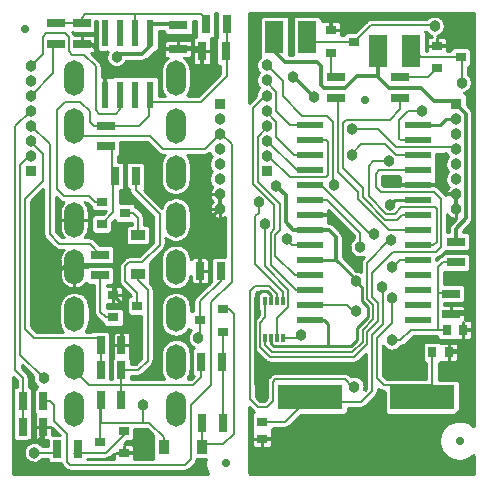
<source format=gbl>
%FSLAX24Y24*%
%MOIN*%
G70*
G01*
G75*
G04 Layer_Physical_Order=2*
G04 Layer_Color=48896*
%ADD10C,0.0098*%
%ADD11R,0.0354X0.0315*%
%ADD12C,0.0276*%
%ADD13R,0.0276X0.0394*%
%ADD14R,0.0236X0.0886*%
%ADD15R,0.0591X0.0295*%
%ADD16R,0.0295X0.0591*%
%ADD17R,0.0354X0.0315*%
%ADD18R,0.0492X0.0433*%
%ADD19R,0.0906X0.0906*%
%ADD20R,0.0315X0.0354*%
%ADD21R,0.0197X0.0236*%
%ADD22R,0.0236X0.0197*%
%ADD23R,0.0394X0.0276*%
%ADD24R,0.0315X0.0630*%
%ADD25R,0.0846X0.0335*%
%ADD26C,0.0335*%
%ADD27R,0.0335X0.0846*%
%ADD28R,0.0886X0.0236*%
%ADD29R,0.0299X0.0945*%
%ADD30C,0.0100*%
%ADD31C,0.0079*%
%ADD32C,0.0138*%
%ADD33C,0.0118*%
%ADD34O,0.0669X0.1181*%
%ADD35R,0.0380X0.0380*%
%ADD36C,0.0380*%
%ADD37C,0.0380*%
%ADD38R,0.0630X0.0315*%
%ADD39R,0.0906X0.0236*%
%ADD40R,0.0630X0.1063*%
%ADD41R,0.0358X0.0480*%
%ADD42R,0.0480X0.0358*%
%ADD43R,0.0118X0.0295*%
%ADD44R,0.2165X0.0827*%
D10*
X15525Y12186D02*
G03*
X15458Y12346I-226J0D01*
G01*
Y8554D02*
G03*
X15525Y8714I-160J160D01*
G01*
X14352Y14775D02*
G03*
X14609Y15118I-100J343D01*
G01*
X15515Y13228D02*
G03*
X15364Y13520I-357J0D01*
G01*
X15241Y12881D02*
G03*
X15515Y13228I-83J347D01*
G01*
X14609Y15118D02*
G03*
X13993Y15364I-357J0D01*
G01*
X13947Y14932D02*
G03*
X14152Y14775I305J186D01*
G01*
X15525Y12186D02*
G03*
X15458Y12346I-226J0D01*
G01*
Y8553D02*
G03*
X15525Y8714I-160J160D01*
G01*
X14677Y8837D02*
G03*
X14948Y8684I284J186D01*
G01*
X14801Y8536D02*
G03*
X14734Y8376I160J-160D01*
G01*
X14801Y8536D02*
G03*
X14734Y8376I160J-160D01*
G01*
X14705Y10774D02*
G03*
X14705Y10274I255J-250D01*
G01*
X14719Y9761D02*
G03*
X14623Y9488I242J-238D01*
G01*
X14635Y10876D02*
G03*
X14705Y10774I325J148D01*
G01*
Y10274D02*
G03*
X14719Y9761I255J-250D01*
G01*
X14382Y9729D02*
G03*
X14293Y9781I-146J-146D01*
G01*
X14382Y9729D02*
G03*
X14293Y9781I-146J-146D01*
G01*
X15551Y1787D02*
G03*
X15551Y811I-472J-488D01*
G01*
X14498Y7457D02*
G03*
X14391Y7400I39J-203D01*
G01*
X14498Y7457D02*
G03*
X14391Y7400I39J-203D01*
G01*
X14311Y7378D02*
G03*
X14448Y7462I-32J204D01*
G01*
X13127Y4440D02*
G03*
X13256Y4500I-16J206D01*
G01*
X13127Y4440D02*
G03*
X13256Y4499I-16J206D01*
G01*
X12126Y15364D02*
G03*
X11980Y15304I0J-207D01*
G01*
X12126Y15364D02*
G03*
X11980Y15304I0J-207D01*
G01*
X11565Y8047D02*
G03*
X11890Y7419I207J-291D01*
G01*
X11862Y7390D02*
G03*
X11801Y7244I146J-146D01*
G01*
X11862Y7390D02*
G03*
X11801Y7244I146J-146D01*
G01*
X12530Y4460D02*
G03*
X13127Y4440I305J186D01*
G01*
X11801Y6919D02*
G03*
X11643Y6970I-187J-304D01*
G01*
X11575Y3888D02*
G03*
X11721Y3948I0J207D01*
G01*
X11575Y3888D02*
G03*
X11721Y3948I0J207D01*
G01*
X11201Y8081D02*
G03*
X11134Y8241I-226J0D01*
G01*
X10883Y8492D02*
G03*
X10722Y8559I-160J-160D01*
G01*
X10883Y8493D02*
G03*
X10722Y8559I-160J-160D01*
G01*
X11201Y8081D02*
G03*
X11134Y8241I-226J0D01*
G01*
X8406Y13061D02*
G03*
X8304Y12809I255J-250D01*
G01*
X8415Y14071D02*
G03*
X8406Y13562I246J-259D01*
G01*
D02*
G03*
X8406Y13061I255J-250D01*
G01*
X8625Y3948D02*
G03*
X8771Y3888I146J146D01*
G01*
X8625Y3948D02*
G03*
X8771Y3888I146J146D01*
G01*
X12413Y3003D02*
G03*
X12559Y2943I146J146D01*
G01*
X12413Y3003D02*
G03*
X12559Y2943I146J146D01*
G01*
X12312Y2807D02*
G03*
X12372Y2953I-146J146D01*
G01*
X12312Y2807D02*
G03*
X12372Y2953I-146J146D01*
G01*
X11406Y3493D02*
G03*
X11260Y3553I-146J-146D01*
G01*
X11406Y3493D02*
G03*
X11260Y3553I-146J-146D01*
G01*
X11912Y2991D02*
G03*
X11932Y3110I-337J119D01*
G01*
D02*
G03*
X11453Y3446I-357J0D01*
G01*
X11811Y2392D02*
G03*
X11957Y2452I0J207D01*
G01*
X11811Y2392D02*
G03*
X11957Y2452I0J207D01*
G01*
X8937Y3553D02*
G03*
X8791Y3493I0J-207D01*
G01*
X8937Y3553D02*
G03*
X8791Y3493I0J-207D01*
G01*
X8712Y3414D02*
G03*
X8652Y3268I146J-146D01*
G01*
X8712Y3414D02*
G03*
X8652Y3268I146J-146D01*
G01*
X8205Y2281D02*
G03*
X8239Y2254I146J146D01*
G01*
X8205Y2281D02*
G03*
X8239Y2254I146J146D01*
G01*
X9272Y1722D02*
G03*
X9418Y1783I0J207D01*
G01*
X9272Y1722D02*
G03*
X9418Y1783I0J207D01*
G01*
X6132Y13642D02*
G03*
X5902Y14063I-502J0D01*
G01*
X6752Y10897D02*
G03*
X6831Y10774I334J126D01*
G01*
D02*
G03*
X6831Y10274I255J-250D01*
G01*
X6587Y10817D02*
G03*
X6733Y10877I0J207D01*
G01*
X6587Y10817D02*
G03*
X6733Y10877I0J207D01*
G01*
X6831Y10274D02*
G03*
X6844Y9761I255J-250D01*
G01*
D02*
G03*
X6857Y9274I242J-237D01*
G01*
D02*
G03*
X7274Y8741I230J-250D01*
G01*
X6013Y12805D02*
G03*
X6132Y13130I-383J325D01*
G01*
Y10492D02*
G03*
X6013Y10817I-502J0D01*
G01*
X5128Y9980D02*
G03*
X6132Y9980I502J0D01*
G01*
Y8917D02*
G03*
X5154Y9076I-502J0D01*
G01*
X5285Y8040D02*
G03*
X6132Y8406I344J365D01*
G01*
X5358Y14063D02*
G03*
X5128Y13642I272J-422D01*
G01*
Y13130D02*
G03*
X5247Y12805I502J0D01*
G01*
X5247Y10817D02*
G03*
X5128Y10492I383J-325D01*
G01*
X5051Y10877D02*
G03*
X5197Y10817I146J146D01*
G01*
X5051Y10877D02*
G03*
X5197Y10817I146J146D01*
G01*
X4511Y13960D02*
G03*
X4678Y14029I0J236D01*
G01*
X4511Y13960D02*
G03*
X4678Y14029I0J236D01*
G01*
X5225Y7688D02*
G03*
X5285Y7835I-146J146D01*
G01*
X5225Y7689D02*
G03*
X5285Y7835I-146J146D01*
G01*
X4075Y9656D02*
G03*
X4135Y9509I207J0D01*
G01*
X4075Y9656D02*
G03*
X4135Y9509I207J0D01*
G01*
X4356Y9044D02*
G03*
X4281Y9092I-146J-146D01*
G01*
X4356Y9044D02*
G03*
X4281Y9092I-146J-146D01*
G01*
X4577Y8737D02*
G03*
X4516Y8883I-207J0D01*
G01*
X4577Y8737D02*
G03*
X4516Y8884I-207J0D01*
G01*
X6132Y7343D02*
G03*
X6130Y7382I-502J0D01*
G01*
D02*
G03*
X5128Y7343I-500J-40D01*
G01*
Y6831D02*
G03*
X6130Y6791I502J0D01*
G01*
X6271Y6091D02*
G03*
X6211Y5945I146J-146D01*
G01*
X6271Y6091D02*
G03*
X6211Y5945I146J-146D01*
G01*
X6139Y4990D02*
G03*
X6229Y4400I239J-266D01*
G01*
X6620Y695D02*
G03*
X6704Y197I664J-144D01*
G01*
X6288Y563D02*
G03*
X6348Y695I-146J146D01*
G01*
X6288Y563D02*
G03*
X6348Y695I-146J146D01*
G01*
X6029Y3376D02*
G03*
X6132Y3681I-399J305D01*
G01*
Y5768D02*
G03*
X5128Y5768I-502J0D01*
G01*
Y5256D02*
G03*
X6073Y5020I502J0D01*
G01*
X5925Y285D02*
G03*
X6071Y346I0J207D01*
G01*
X5925Y285D02*
G03*
X6071Y346I0J207D01*
G01*
X6132Y4193D02*
G03*
X5128Y4193I-502J0D01*
G01*
Y3681D02*
G03*
X5231Y3376I502J0D01*
G01*
X4892Y6339D02*
G03*
X4831Y6485I-207J0D01*
G01*
X4892Y6339D02*
G03*
X4831Y6485I-207J0D01*
G01*
X4070Y7459D02*
G03*
X3923Y7399I0J-207D01*
G01*
X4070Y7459D02*
G03*
X3923Y7399I0J-207D01*
G01*
X4831Y3830D02*
G03*
X4892Y3976I-146J146D01*
G01*
X4831Y3830D02*
G03*
X4892Y3976I-146J146D01*
G01*
X4370Y3455D02*
G03*
X4516Y3515I0J207D01*
G01*
X4370Y3455D02*
G03*
X4516Y3515I0J207D01*
G01*
X3351Y14272D02*
G03*
X3992Y13960I310J-177D01*
G01*
X3159Y13780D02*
G03*
X3099Y13926I-207J0D01*
G01*
X3159Y13780D02*
G03*
X3099Y13926I-207J0D01*
G01*
X3797Y7272D02*
G03*
X3736Y7126I146J-146D01*
G01*
X3797Y7272D02*
G03*
X3736Y7126I146J-146D01*
G01*
Y6613D02*
G03*
X3795Y6468I207J0D01*
G01*
X3736Y6613D02*
G03*
X3795Y6468I207J0D01*
G01*
X2767Y9125D02*
G03*
X2805Y9096I146J146D01*
G01*
X2767Y9125D02*
G03*
X2805Y9096I146J146D01*
G01*
X2728Y8917D02*
G03*
X2603Y9242I-484J0D01*
G01*
X2242Y14834D02*
G03*
X2193Y14910I-194J-70D01*
G01*
X2242Y14834D02*
G03*
X2193Y14910I-194J-70D01*
G01*
X1744Y9303D02*
G03*
X1885Y9242I146J146D01*
G01*
X1744Y9303D02*
G03*
X1885Y9242I146J146D01*
G01*
D02*
G03*
X1760Y8917I359J-325D01*
G01*
X2892Y8020D02*
G03*
X2746Y8081I-146J-146D01*
G01*
X2892Y8020D02*
G03*
X2746Y8081I-146J-146D01*
G01*
X2603D02*
G03*
X2728Y8406I-359J325D01*
G01*
X1760D02*
G03*
X1885Y8081I484J0D01*
G01*
Y7667D02*
G03*
X1760Y7343I359J-325D01*
G01*
Y6831D02*
G03*
X2648Y6564I484J0D01*
G01*
X1586Y7728D02*
G03*
X1732Y7667I146J146D01*
G01*
X1586Y7728D02*
G03*
X1732Y7667I146J146D01*
G01*
X1211Y8189D02*
G03*
X1271Y8043I207J0D01*
G01*
X1211Y8189D02*
G03*
X1271Y8043I207J0D01*
G01*
X2904Y5591D02*
G03*
X2964Y5444I207J0D01*
G01*
X2904Y5591D02*
G03*
X2964Y5444I207J0D01*
G01*
X2746Y5768D02*
G03*
X1742Y5768I-502J0D01*
G01*
X3141Y5267D02*
G03*
X3199Y5227I146J146D01*
G01*
X3141Y5267D02*
G03*
X3199Y5227I146J146D01*
G01*
X2627Y4931D02*
G03*
X2746Y5256I-383J325D01*
G01*
X3307Y699D02*
G03*
X3453Y759I0J207D01*
G01*
X3307Y699D02*
G03*
X3453Y759I0J207D01*
G01*
X1803Y561D02*
G03*
X1862Y444I205J30D01*
G01*
X1960Y346D02*
G03*
X2106Y285I146J146D01*
G01*
X1960Y346D02*
G03*
X2106Y285I146J146D01*
G01*
X1742Y5256D02*
G03*
X1861Y4931I502J0D01*
G01*
X868Y3446D02*
G03*
X1006Y3100I352J-60D01*
G01*
X728Y3404D02*
G03*
X668Y3550I-207J0D01*
G01*
X728Y3404D02*
G03*
X668Y3550I-207J0D01*
G01*
X1803Y561D02*
G03*
X1862Y444I205J30D01*
G01*
X1197Y1112D02*
G03*
X1197Y699I-291J-207D01*
G01*
X15463Y13956D02*
X15551Y13867D01*
X15463Y13848D02*
X15551Y13937D01*
X15463Y13904D02*
X15551Y13992D01*
X15467Y13407D02*
X15551Y13491D01*
X15463Y13900D02*
X15551Y13811D01*
X15463Y13844D02*
X15551Y13756D01*
X15463Y13792D02*
X15551Y13881D01*
X15445Y13441D02*
X15551Y13547D01*
X15463Y13789D02*
X15551Y13700D01*
X15515Y13232D02*
X15551Y13268D01*
X15515Y13235D02*
X15551Y13199D01*
X15510Y13283D02*
X15551Y13324D01*
X15512Y13183D02*
X15551Y13143D01*
X15510Y13172D02*
X15551Y13213D01*
X15500Y13329D02*
X15551Y13380D01*
X15486Y13370D02*
X15551Y13435D01*
X15508Y13298D02*
X15551Y13255D01*
X15480Y13381D02*
X15551Y13310D01*
X15463Y14405D02*
X15551Y14493D01*
X15463Y14349D02*
X15551Y14438D01*
X15482Y15551D02*
X15551Y15482D01*
X15463Y14293D02*
X15551Y14382D01*
X15463Y14401D02*
X15551Y14313D01*
X15463Y14238D02*
X15551Y14326D01*
X15463Y14345D02*
X15551Y14257D01*
X15463Y14182D02*
X15551Y14271D01*
X15463Y14290D02*
X15551Y14201D01*
X15463Y14015D02*
X15551Y14104D01*
X15463Y14067D02*
X15551Y13979D01*
X15463Y14123D02*
X15551Y14034D01*
X15463Y14011D02*
X15551Y13923D01*
X15463Y13959D02*
X15551Y14048D01*
X15463Y14126D02*
X15551Y14215D01*
X15463Y14234D02*
X15551Y14146D01*
X15463Y14071D02*
X15551Y14159D01*
X15463Y14178D02*
X15551Y14090D01*
X15503Y13136D02*
X15551Y13088D01*
X15489Y13094D02*
X15551Y13032D01*
X15489Y13095D02*
X15551Y13157D01*
X15486Y12312D02*
X15551Y12378D01*
X15471Y13057D02*
X15551Y12976D01*
X15433Y12371D02*
X15551Y12489D01*
X15449Y13022D02*
X15551Y12921D01*
X15469Y12335D02*
X15551Y12252D01*
X15461Y12343D02*
X15551Y12433D01*
X15525Y12128D02*
X15551Y12155D01*
X15525Y12112D02*
X15551Y12085D01*
X15525Y12168D02*
X15551Y12141D01*
X15525Y12056D02*
X15551Y12030D01*
X15525Y12073D02*
X15551Y12099D01*
X15519Y12234D02*
X15551Y12266D01*
X15506Y12277D02*
X15551Y12322D01*
X15525Y12184D02*
X15551Y12211D01*
X15521Y12227D02*
X15551Y12197D01*
X15525Y11945D02*
X15551Y11918D01*
X15525Y11906D02*
X15551Y11932D01*
X15525Y11961D02*
X15551Y11988D01*
X15525Y11850D02*
X15551Y11876D01*
X15525Y11889D02*
X15551Y11863D01*
X15525Y12017D02*
X15551Y12044D01*
X15525Y12001D02*
X15551Y11974D01*
X15525Y8714D02*
Y12186D01*
Y11683D02*
X15551Y11709D01*
X15525Y11667D02*
X15551Y11640D01*
X15525Y11722D02*
X15551Y11696D01*
X15525Y11611D02*
X15551Y11584D01*
X15525Y11627D02*
X15551Y11654D01*
X15525Y11794D02*
X15551Y11821D01*
X15525Y11834D02*
X15551Y11807D01*
X15525Y11739D02*
X15551Y11765D01*
X15525Y11778D02*
X15551Y11751D01*
X14981Y15551D02*
X15551Y14981D01*
X14925Y15551D02*
X15551Y14925D01*
X15315Y15551D02*
X15551Y15315D01*
X14814Y15551D02*
X15551Y14814D01*
X14869Y15551D02*
X15551Y14869D01*
X14702Y15551D02*
X15551Y14702D01*
X14758Y15551D02*
X15551Y14758D01*
X14591Y15551D02*
X15551Y14591D01*
X14647Y15551D02*
X15551Y14647D01*
X15370Y15551D02*
X15551Y15370D01*
X15259Y15551D02*
X15551Y15259D01*
X15426Y15551D02*
X15551Y15426D01*
X15148Y15551D02*
X15551Y15148D01*
X15203Y15551D02*
X15551Y15203D01*
X15036Y15551D02*
X15551Y15036D01*
X15092Y15551D02*
X15551Y15092D01*
X14657Y14546D02*
X15551Y15440D01*
X14657Y14601D02*
X15551Y15496D01*
X14657Y14490D02*
X15551Y15384D01*
X14920Y14419D02*
X15551Y15050D01*
X14657Y14657D02*
X15551Y15551D01*
X14809Y14419D02*
X15551Y15161D01*
X14865Y14419D02*
X15551Y15106D01*
X14480Y15551D02*
X15551Y14480D01*
X14535Y15551D02*
X15551Y14535D01*
X14424Y15551D02*
X15551Y14424D01*
X14657Y14434D02*
X15551Y15329D01*
X15254Y14419D02*
X15551Y14716D01*
X15310Y14419D02*
X15551Y14660D01*
X15199Y14419D02*
X15551Y14772D01*
X15421Y14419D02*
X15551Y14549D01*
X15366Y14419D02*
X15551Y14605D01*
X15032Y14419D02*
X15551Y14939D01*
X14976Y14419D02*
X15551Y14994D01*
X15143Y14419D02*
X15551Y14827D01*
X15087Y14419D02*
X15551Y14883D01*
X15366Y12938D02*
X15551Y12754D01*
X15318Y12701D02*
X15551Y12934D01*
X15318Y12757D02*
X15551Y12990D01*
X15318Y12645D02*
X15551Y12879D01*
X15332Y12917D02*
X15551Y12698D01*
X15318Y12590D02*
X15551Y12823D01*
X15318Y12875D02*
X15551Y12642D01*
X15318Y12534D02*
X15551Y12767D01*
X15318Y12820D02*
X15551Y12587D01*
X15318Y12708D02*
X15551Y12475D01*
X15350Y12455D02*
X15551Y12656D01*
X15322Y12482D02*
X15551Y12712D01*
X15405Y12399D02*
X15551Y12545D01*
X15378Y12427D02*
X15551Y12600D01*
X15318Y12653D02*
X15551Y12420D01*
X15318Y12764D02*
X15551Y12531D01*
X15318Y12541D02*
X15551Y12308D01*
X15318Y12597D02*
X15551Y12364D01*
X15364Y13638D02*
X15551Y13825D01*
X15370Y13770D02*
X15551Y13589D01*
X15426Y13770D02*
X15551Y13644D01*
X15364Y13527D02*
X15551Y13714D01*
X15364Y13583D02*
X15551Y13770D01*
X14368Y15551D02*
X15551Y14368D01*
X14657Y14379D02*
X15551Y15273D01*
X15364Y13720D02*
X15551Y13533D01*
X14657Y14323D02*
X15551Y15217D01*
X15364Y13664D02*
X15551Y13477D01*
X15420Y13471D02*
X15551Y13603D01*
X15391Y13498D02*
X15551Y13658D01*
X15397Y12963D02*
X15551Y12809D01*
X15425Y12991D02*
X15551Y12865D01*
X15364Y13553D02*
X15551Y13366D01*
X15364Y13609D02*
X15551Y13422D01*
X15318Y12812D02*
X15551Y13046D01*
X15318Y12868D02*
X15551Y13101D01*
X15525Y10943D02*
X15551Y10916D01*
X15525Y10903D02*
X15551Y10930D01*
X15525Y10959D02*
X15551Y10986D01*
X15525Y10848D02*
X15551Y10874D01*
X15525Y10887D02*
X15551Y10861D01*
X15525Y11054D02*
X15551Y11028D01*
X15525Y11070D02*
X15551Y11097D01*
X15525Y10998D02*
X15551Y10972D01*
X15525Y11015D02*
X15551Y11041D01*
X15525Y10681D02*
X15551Y10707D01*
X15525Y10664D02*
X15551Y10638D01*
X15525Y10720D02*
X15551Y10694D01*
X15525Y10609D02*
X15551Y10582D01*
X15525Y10625D02*
X15551Y10652D01*
X15525Y10792D02*
X15551Y10819D01*
X15525Y10831D02*
X15551Y10805D01*
X15525Y10736D02*
X15551Y10763D01*
X15525Y10776D02*
X15551Y10749D01*
X15525Y11444D02*
X15551Y11417D01*
X15525Y11405D02*
X15551Y11431D01*
X15525Y11460D02*
X15551Y11487D01*
X15525Y11349D02*
X15551Y11375D01*
X15525Y11388D02*
X15551Y11362D01*
X15525Y11555D02*
X15551Y11529D01*
X15525Y11572D02*
X15551Y11598D01*
X15525Y11500D02*
X15551Y11473D01*
X15525Y11516D02*
X15551Y11542D01*
X15525Y11182D02*
X15551Y11208D01*
X15525Y11165D02*
X15551Y11139D01*
X15525Y11221D02*
X15551Y11195D01*
X15525Y11110D02*
X15551Y11083D01*
X15525Y11126D02*
X15551Y11153D01*
X15525Y11293D02*
X15551Y11320D01*
X15525Y11332D02*
X15551Y11306D01*
X15525Y11237D02*
X15551Y11264D01*
X15525Y11277D02*
X15551Y11250D01*
X15525Y9941D02*
X15551Y9914D01*
X15525Y9901D02*
X15551Y9928D01*
X15525Y9957D02*
X15551Y9983D01*
X15525Y9846D02*
X15551Y9872D01*
X15525Y9885D02*
X15551Y9858D01*
X15525Y10052D02*
X15551Y10025D01*
X15525Y10068D02*
X15551Y10095D01*
X15525Y9996D02*
X15551Y9970D01*
X15525Y10013D02*
X15551Y10039D01*
X15525Y9679D02*
X15551Y9705D01*
X15525Y9662D02*
X15551Y9636D01*
X15525Y9718D02*
X15551Y9691D01*
X15525Y9606D02*
X15551Y9580D01*
X15525Y9623D02*
X15551Y9649D01*
X15525Y9790D02*
X15551Y9816D01*
X15525Y9829D02*
X15551Y9803D01*
X15525Y9734D02*
X15551Y9761D01*
X15525Y9774D02*
X15551Y9747D01*
X15525Y10442D02*
X15551Y10415D01*
X15525Y10402D02*
X15551Y10429D01*
X15525Y10458D02*
X15551Y10485D01*
X15525Y10347D02*
X15551Y10373D01*
X15525Y10386D02*
X15551Y10359D01*
X15525Y10553D02*
X15551Y10526D01*
X15525Y10569D02*
X15551Y10596D01*
X15525Y10497D02*
X15551Y10471D01*
X15525Y10514D02*
X15551Y10540D01*
X15525Y10180D02*
X15551Y10206D01*
X15525Y10163D02*
X15551Y10137D01*
X15525Y10219D02*
X15551Y10192D01*
X15525Y10108D02*
X15551Y10081D01*
X15525Y10124D02*
X15551Y10150D01*
X15525Y10291D02*
X15551Y10318D01*
X15525Y10330D02*
X15551Y10304D01*
X15525Y10235D02*
X15551Y10262D01*
X15525Y10275D02*
X15551Y10248D01*
X15525Y8938D02*
X15551Y8912D01*
X15525Y8899D02*
X15551Y8926D01*
X15525Y8955D02*
X15551Y8981D01*
X15525Y8843D02*
X15551Y8870D01*
X15525Y8883D02*
X15551Y8856D01*
X15525Y9050D02*
X15551Y9023D01*
X15525Y9066D02*
X15551Y9093D01*
X15525Y8994D02*
X15551Y8967D01*
X15525Y9010D02*
X15551Y9037D01*
X15525Y8788D02*
X15551Y8814D01*
X15525Y8771D02*
X15551Y8745D01*
X15525Y8827D02*
X15551Y8800D01*
X15525Y8716D02*
X15551Y8689D01*
X15525Y8732D02*
X15551Y8759D01*
X15519Y8665D02*
X15551Y8633D01*
X15521Y8673D02*
X15551Y8703D01*
X15469Y8565D02*
X15551Y8647D01*
X15506Y8623D02*
X15551Y8578D01*
X15525Y9439D02*
X15551Y9413D01*
X15525Y9400D02*
X15551Y9427D01*
X15525Y9456D02*
X15551Y9482D01*
X15525Y9344D02*
X15551Y9371D01*
X15525Y9384D02*
X15551Y9357D01*
X15525Y9551D02*
X15551Y9524D01*
X15525Y9567D02*
X15551Y9594D01*
X15525Y9495D02*
X15551Y9469D01*
X15525Y9511D02*
X15551Y9538D01*
X15525Y9177D02*
X15551Y9204D01*
X15525Y9161D02*
X15551Y9135D01*
X15525Y9217D02*
X15551Y9190D01*
X15525Y9105D02*
X15551Y9079D01*
X15525Y9122D02*
X15551Y9148D01*
X15525Y9289D02*
X15551Y9315D01*
X15525Y9328D02*
X15551Y9302D01*
X15525Y9233D02*
X15551Y9260D01*
X15525Y9272D02*
X15551Y9246D01*
X15423Y8038D02*
X15551Y7910D01*
X15423Y7907D02*
X15551Y8035D01*
X15423Y7962D02*
X15551Y8090D01*
X15423Y7851D02*
X15551Y7979D01*
X15423Y7982D02*
X15551Y7854D01*
X15423Y8149D02*
X15551Y8021D01*
X15423Y8074D02*
X15551Y8202D01*
X15423Y8093D02*
X15551Y7965D01*
X15423Y8018D02*
X15551Y8146D01*
X15423Y7684D02*
X15551Y7812D01*
X15423Y7759D02*
X15551Y7631D01*
X15423Y7815D02*
X15551Y7687D01*
X15423Y7703D02*
X15551Y7576D01*
X15423Y7628D02*
X15551Y7756D01*
X15423Y7795D02*
X15551Y7923D01*
X15423Y7926D02*
X15551Y7798D01*
X15423Y7740D02*
X15551Y7868D01*
X15423Y7871D02*
X15551Y7743D01*
X15486Y8587D02*
X15551Y8522D01*
X15461Y8556D02*
X15551Y8466D01*
X15405Y8501D02*
X15551Y8355D01*
X15433Y8529D02*
X15551Y8411D01*
X15329Y8258D02*
X15551Y8480D01*
X15378Y8473D02*
X15551Y8299D01*
X15273Y8258D02*
X15551Y8536D01*
X15218Y8258D02*
X15551Y8591D01*
X15423Y8185D02*
X15551Y8313D01*
X15423Y8241D02*
X15551Y8369D01*
X15423Y8205D02*
X15551Y8077D01*
X15423Y8129D02*
X15551Y8257D01*
X15350Y8445D02*
X15551Y8244D01*
X15385Y8258D02*
X15551Y8424D01*
X15294Y8389D02*
X15551Y8132D01*
X15322Y8417D02*
X15551Y8188D01*
X14602Y15048D02*
X15106Y15551D01*
X14608Y14775D02*
X15384Y15551D01*
X14609Y15110D02*
X15050Y15551D01*
X14657Y14713D02*
X15495Y15551D01*
X14657Y14769D02*
X15440Y15551D01*
X14552Y14775D02*
X15328Y15551D01*
X14574Y14964D02*
X15161Y15551D01*
X14497Y14775D02*
X15273Y15551D01*
X14441Y14775D02*
X15217Y15551D01*
X14583Y15252D02*
X14883Y15551D01*
X14597Y15210D02*
X14939Y15551D01*
X14566Y15289D02*
X14827Y15551D01*
X14606Y15163D02*
X14994Y15551D01*
X14587Y14775D02*
X14657Y14706D01*
X14520Y15355D02*
X14716Y15551D01*
X14492Y15383D02*
X14660Y15551D01*
X14544Y15324D02*
X14772Y15551D01*
X14352Y14775D02*
X14657D01*
X14390Y15448D02*
X14493Y15551D01*
X14427Y15429D02*
X14549Y15551D01*
X14348Y15462D02*
X14438Y15551D01*
X14461Y15408D02*
X14605Y15551D01*
X14313D02*
X14445Y15419D01*
X14201Y15551D02*
X14278Y15474D01*
X14146Y15551D02*
X14223Y15474D01*
X14303Y15472D02*
X14382Y15551D01*
X14189Y15470D02*
X14271Y15551D01*
X14528Y14891D02*
X14643Y14775D01*
X14501Y14862D02*
X14587Y14775D01*
X14471Y14836D02*
X14532Y14775D01*
X14438Y14813D02*
X14476Y14775D01*
X14257Y15551D02*
X14345Y15463D01*
X14250Y15475D02*
X14326Y15551D01*
X15389Y14419D02*
X15463Y14345D01*
X14774Y14419D02*
X15463D01*
X14608Y15144D02*
X15333Y14419D01*
X15384Y13770D02*
X15463Y13848D01*
Y13770D02*
Y14419D01*
X14553Y15311D02*
X15444Y14419D01*
X14597Y15211D02*
X15389Y14419D01*
X14608Y15089D02*
X15277Y14419D01*
X14601Y15040D02*
X15222Y14419D01*
X15440Y13770D02*
X15463Y13792D01*
X15364Y13770D02*
X15463D01*
X15364Y13694D02*
X15440Y13770D01*
X15364Y13520D02*
Y13770D01*
X15241Y12881D02*
X15318D01*
Y12486D02*
Y12881D01*
X15257D02*
X15318Y12820D01*
X14657Y14761D02*
X14999Y14419D01*
X14657Y14706D02*
X14943Y14419D01*
X14657Y14594D02*
X14832Y14419D01*
X14657Y14539D02*
X14776Y14419D01*
X14657Y14301D02*
Y14775D01*
X14571Y14958D02*
X15110Y14419D01*
X14551Y14923D02*
X15055Y14419D01*
X14588Y14997D02*
X15166Y14419D01*
X14657Y14650D02*
X14888Y14419D01*
X14774Y14384D02*
X14809Y14419D01*
X14774Y14328D02*
X14865Y14419D01*
X14691Y14301D02*
X14774Y14384D01*
X14747Y14301D02*
X14774Y14328D01*
Y14301D02*
Y14419D01*
X14657Y14427D02*
X14774Y14311D01*
X14657Y14483D02*
X14774Y14366D01*
X14657Y14301D02*
X14774D01*
X14657Y14371D02*
X14727Y14301D01*
X13805Y15364D02*
X13992Y15551D01*
X13811D02*
X13996Y15367D01*
X13756Y15551D02*
X13943Y15364D01*
X13749D02*
X13936Y15551D01*
X13700D02*
X13887Y15364D01*
X13638D02*
X13825Y15551D01*
X13589D02*
X13776Y15364D01*
X13694D02*
X13881Y15551D01*
X13644D02*
X13831Y15364D01*
X14090Y15551D02*
X14174Y15467D01*
X14109Y15446D02*
X14215Y15551D01*
X14034D02*
X14131Y15454D01*
X13972Y15364D02*
X14159Y15551D01*
X13979D02*
X14092Y15438D01*
X13923Y15551D02*
X14057Y15417D01*
X13867Y15551D02*
X14025Y15394D01*
X13916Y15364D02*
X14103Y15551D01*
X13861Y15364D02*
X14048Y15551D01*
X13088D02*
X13275Y15364D01*
X13137D02*
X13324Y15551D01*
X13081Y15364D02*
X13268Y15551D01*
X13193Y15364D02*
X13380Y15551D01*
X13143D02*
X13330Y15364D01*
X12976Y15551D02*
X13163Y15364D01*
X12970D02*
X13157Y15551D01*
X13032D02*
X13219Y15364D01*
X13026D02*
X13213Y15551D01*
X13477D02*
X13664Y15364D01*
X13527D02*
X13714Y15551D01*
X13471Y15364D02*
X13658Y15551D01*
X13582Y15364D02*
X13769Y15551D01*
X13533D02*
X13720Y15364D01*
X13366Y15551D02*
X13553Y15364D01*
X13199Y15551D02*
X13386Y15364D01*
X13422Y15551D02*
X13609Y15364D01*
X13415D02*
X13602Y15551D01*
X14004Y14775D02*
X14152D01*
X14051D02*
X14081Y14805D01*
X13947Y14915D02*
X14086Y14775D01*
X13947Y14859D02*
X14031Y14775D01*
X13947Y14782D02*
X14015Y14850D01*
X13947Y14726D02*
X14046Y14826D01*
X13947Y14803D02*
X14004Y14746D01*
Y14728D02*
X14051Y14775D01*
X13947Y14748D02*
X14004Y14690D01*
X13947Y14671D02*
X14004Y14728D01*
X13947Y14692D02*
X14004Y14634D01*
X13947Y14636D02*
X14004Y14579D01*
X13947Y14615D02*
X14004Y14673D01*
X13947Y14337D02*
X14004Y14394D01*
X13947Y14414D02*
X14004Y14356D01*
X13947Y14838D02*
X13987Y14878D01*
X13947Y14559D02*
X14004Y14617D01*
X13360Y15364D02*
X13547Y15551D01*
X14004Y14301D02*
Y14775D01*
X13947Y14301D02*
Y14932D01*
X13255Y15551D02*
X13442Y15364D01*
X13248D02*
X13435Y15551D01*
X13310D02*
X13497Y15364D01*
X13304D02*
X13491Y15551D01*
X13947Y14504D02*
X14004Y14561D01*
X13947Y14525D02*
X14004Y14467D01*
X13947Y14581D02*
X14004Y14523D01*
X13967Y14301D02*
X14004Y14338D01*
X13947Y14448D02*
X14004Y14505D01*
X13947Y14392D02*
X14004Y14450D01*
X13947Y14469D02*
X14004Y14412D01*
X13947Y14301D02*
X14004D01*
X13947Y14358D02*
X14004Y14301D01*
X15318Y12486D02*
X15458Y12346D01*
X14782Y8735D02*
X14890Y8626D01*
X14677Y8784D02*
X14863Y8598D01*
X14677Y8728D02*
X14835Y8570D01*
X14878Y8694D02*
X14918Y8654D01*
X14801Y8536D02*
X14948Y8684D01*
X15187Y8282D02*
X15458Y8553D01*
X14677Y8552D02*
X14833Y8709D01*
X14677Y8673D02*
X14807Y8542D01*
X14677Y8441D02*
X14922Y8686D01*
X14677Y8497D02*
X14875Y8695D01*
X14677Y8719D02*
X14731Y8773D01*
X14677Y8775D02*
X14704Y8802D01*
X14589Y10876D02*
X14699Y10767D01*
X14561Y9550D02*
X14638Y9627D01*
X14589Y9522D02*
X14623Y9556D01*
X14677Y8506D02*
X14743Y8439D01*
X14677Y8385D02*
X14750Y8458D01*
X14677Y8450D02*
X14735Y8392D01*
X14677Y8330D02*
X14735Y8387D01*
X14677Y8394D02*
X14734Y8337D01*
X14677Y8608D02*
X14796Y8727D01*
X14677Y8664D02*
X14762Y8748D01*
X14677Y8617D02*
X14781Y8513D01*
X14677Y8561D02*
X14759Y8479D01*
X15423Y7628D02*
Y8258D01*
X15367Y7628D02*
X15423Y7684D01*
X15370Y8258D02*
X15423Y8205D01*
X15364Y7569D02*
X15423Y7628D01*
X15332D02*
X15391Y7569D01*
X15187Y8258D02*
X15423D01*
X15211Y8306D02*
X15259Y8258D01*
X15266Y8362D02*
X15370Y8258D01*
X15238Y8334D02*
X15314Y8258D01*
X15165Y7628D02*
X15224Y7569D01*
X15220Y7628D02*
X15279Y7569D01*
X15141D02*
X15200Y7628D01*
X15308Y7569D02*
X15367Y7628D01*
X15276D02*
X15335Y7569D01*
X14613Y7628D02*
X15423D01*
X15109D02*
X15168Y7569D01*
X14554D02*
X15423D01*
X15085D02*
X15144Y7628D01*
X14734Y8258D02*
Y8376D01*
X14974Y7569D02*
X15033Y7628D01*
X14677Y8338D02*
X14734Y8281D01*
X14863Y7569D02*
X14922Y7628D01*
X14719D02*
X14778Y7569D01*
X14677Y8274D02*
X14734Y8331D01*
X14677Y8283D02*
X14702Y8258D01*
X14677D02*
X14734D01*
X14677D02*
Y8837D01*
X14696Y7569D02*
X14755Y7628D01*
X14998D02*
X15057Y7569D01*
X14664Y7628D02*
X14723Y7569D01*
X15053Y7628D02*
X15112Y7569D01*
X15030D02*
X15089Y7628D01*
X14584Y7569D02*
X14643Y7628D01*
X14583Y7597D02*
X14611Y7569D01*
X14640D02*
X14699Y7628D01*
X14611Y7625D02*
X14667Y7569D01*
X14478Y10876D02*
X14651Y10703D01*
X14534Y10876D02*
X14673Y10736D01*
X14311Y10876D02*
X14635D01*
X14422D02*
X14633Y10665D01*
X14366Y10876D02*
X14618Y10625D01*
X14311Y10469D02*
X14665Y10823D01*
X14311Y10525D02*
X14644Y10858D01*
X14311Y10414D02*
X14689Y10792D01*
X14311Y10709D02*
X14629Y10391D01*
X14311Y10542D02*
X14651Y10202D01*
X14311Y10486D02*
X14632Y10165D01*
X14311Y10135D02*
X14614Y10438D01*
X14311Y10080D02*
X14627Y10396D01*
X14311Y10430D02*
X14618Y10124D01*
X14311Y10358D02*
X14646Y10693D01*
X14311Y10302D02*
X14612Y10604D01*
X14311Y10653D02*
X14698Y10266D01*
X14311Y10597D02*
X14673Y10236D01*
X14311Y10636D02*
X14551Y10876D01*
X14311Y10876D02*
X14608Y10579D01*
X14311Y10618D02*
Y10876D01*
Y10764D02*
X14608Y10468D01*
X14311Y10820D02*
X14603Y10528D01*
X14311Y10748D02*
X14439Y10876D01*
X14311Y10803D02*
X14384Y10876D01*
X14311Y10581D02*
X14606Y10876D01*
X14311Y10692D02*
X14495Y10876D01*
X14311Y10547D02*
Y10618D01*
Y10247D02*
X14604Y10539D01*
X14311Y10547D02*
Y10618D01*
Y10191D02*
X14605Y10485D01*
X14311Y10047D02*
Y10547D01*
Y10375D02*
X14607Y10078D01*
X13012Y10115D02*
X13071Y10056D01*
X13089Y10047D02*
Y10100D01*
X13071Y10047D02*
Y10115D01*
X14293Y10006D02*
X14644Y10357D01*
X14311Y10152D02*
X14711Y9752D01*
X14311Y10208D02*
X14630Y9889D01*
X14311Y10096D02*
X14686Y9722D01*
X14304Y10047D02*
X14664Y9688D01*
X14293Y9894D02*
X14689Y10291D01*
X14293Y9950D02*
X14665Y10322D01*
X14293Y10003D02*
X14646Y9650D01*
X14293Y9839D02*
X14645Y10190D01*
X14450Y9661D02*
X14645Y9857D01*
X14478Y9634D02*
X14666Y9822D01*
X14422Y9689D02*
X14627Y9895D01*
X14533Y9578D02*
X14717Y9762D01*
X14505Y9606D02*
X14690Y9790D01*
X14293Y9947D02*
X14632Y9608D01*
X14293Y9892D02*
X14624Y9561D01*
X14293Y9836D02*
X14622Y9507D01*
X14382Y9729D02*
X14616Y9495D01*
X14311Y10263D02*
X14608Y9966D01*
X14293Y9783D02*
X14612Y10102D01*
X14311Y10319D02*
X14603Y10027D01*
X14365Y9744D02*
X14605Y9984D01*
X14332Y9766D02*
X14604Y10038D01*
X14293Y10047D02*
Y10100D01*
X12956Y10115D02*
X13089Y9982D01*
X14293Y9781D02*
Y10047D01*
X13089Y9789D02*
Y10047D01*
X14394Y9717D02*
X14614Y9937D01*
X14554Y7569D02*
X14613Y7628D01*
X13019Y9789D02*
X13089Y9860D01*
X12963Y9789D02*
X13089Y9915D01*
X15423Y7517D02*
X15551Y7645D01*
X15423Y7517D02*
X15551Y7645D01*
X15423Y7648D02*
X15551Y7520D01*
X15423Y7481D02*
X15551Y7353D01*
X15423Y7461D02*
X15551Y7589D01*
X15387Y7628D02*
X15551Y7464D01*
X15419Y7569D02*
X15551Y7701D01*
X15423Y7406D02*
X15551Y7534D01*
X15423Y7536D02*
X15551Y7408D01*
X15423Y7314D02*
X15551Y7186D01*
X15423Y7183D02*
X15551Y7311D01*
X15423Y7239D02*
X15551Y7367D01*
X15423Y7035D02*
X15551Y6907D01*
X15423Y7258D02*
X15551Y7130D01*
X15423Y7425D02*
X15551Y7297D01*
X15423Y7350D02*
X15551Y7478D01*
X15423Y7369D02*
X15551Y7241D01*
X15423Y7294D02*
X15551Y7422D01*
X15423Y7202D02*
X15551Y7074D01*
X15423Y7072D02*
X15551Y7200D01*
X15423Y7127D02*
X15551Y7255D01*
X15423Y7091D02*
X15551Y6963D01*
X15423Y6939D02*
Y7569D01*
X15335D02*
X15423Y7481D01*
X15391Y7569D02*
X15423Y7536D01*
Y7016D02*
X15551Y7144D01*
X15423Y7147D02*
X15551Y7019D01*
X15423Y6960D02*
X15551Y7088D01*
X15423Y6980D02*
X15551Y6852D01*
X15402Y6939D02*
X15423Y6960D01*
X15353Y6939D02*
X15551Y6740D01*
X15408Y6939D02*
X15551Y6796D01*
X15297Y6939D02*
X15551Y6685D01*
X15346Y6939D02*
X15423Y7016D01*
X15266Y6246D02*
X15551Y6531D01*
X15266Y6469D02*
X15551Y6754D01*
X15404Y5326D02*
X15551Y5474D01*
X15460Y5326D02*
X15551Y5418D01*
X15348Y5326D02*
X15551Y5529D01*
Y1787D02*
Y15551D01*
X15504Y5315D02*
X15551Y5362D01*
X15266Y6190D02*
X15551Y6476D01*
X15266Y6525D02*
X15551Y6239D01*
X15293Y5326D02*
X15551Y5585D01*
X15266Y6469D02*
X15551Y6184D01*
X15504Y5173D02*
X15551Y5126D01*
X15504Y5092D02*
X15551Y5139D01*
X15504Y5148D02*
X15551Y5195D01*
X15504Y5036D02*
X15551Y5084D01*
X15504Y5118D02*
X15551Y5070D01*
X15504Y5285D02*
X15551Y5237D01*
X15504Y5259D02*
X15551Y5306D01*
X15504Y5229D02*
X15551Y5181D01*
X15504Y5203D02*
X15551Y5251D01*
X15504Y4980D02*
X15551Y5028D01*
X15504Y5006D02*
X15551Y4959D01*
X15504Y5062D02*
X15551Y5014D01*
X15504Y4869D02*
X15551Y4917D01*
X15504Y4674D02*
Y5326D01*
X15462D02*
X15504Y5285D01*
X15266Y5896D02*
Y6526D01*
X15504Y4951D02*
X15551Y4903D01*
X15504Y4925D02*
X15551Y4972D01*
X15504Y4813D02*
X15551Y4861D01*
X15504Y4839D02*
X15551Y4792D01*
X15504Y4895D02*
X15551Y4847D01*
X15504Y4784D02*
X15551Y4736D01*
X15504Y4758D02*
X15551Y4805D01*
X15504Y4728D02*
X15551Y4680D01*
X15504Y4702D02*
X15551Y4750D01*
X15475Y4674D02*
X15504Y4702D01*
X15419Y4674D02*
X15504Y4758D01*
X15186Y6939D02*
X15551Y6573D01*
X15156Y6526D02*
X15551Y6921D01*
X15241Y6939D02*
X15551Y6629D01*
X15130Y6939D02*
X15551Y6518D01*
X15100Y6526D02*
X15551Y6977D01*
X15074Y6939D02*
X15551Y6462D01*
X15044Y6526D02*
X15551Y7033D01*
X14963Y6939D02*
X15551Y6351D01*
X15019Y6939D02*
X15551Y6406D01*
X15266Y5968D02*
X15551Y6253D01*
X15266Y6246D02*
X15551Y5961D01*
X15266Y6302D02*
X15551Y6017D01*
X15266Y6191D02*
X15551Y5905D01*
X15266Y5912D02*
X15551Y6197D01*
X15266Y6524D02*
X15551Y6810D01*
X15211Y6526D02*
X15551Y6865D01*
X15266Y6357D02*
X15551Y6643D01*
X15266Y6413D02*
X15551Y6698D01*
X15252Y7569D02*
X15311Y7628D01*
X14989Y6526D02*
X15402Y6939D01*
X15197Y7569D02*
X15256Y7628D01*
X14907Y6939D02*
X15551Y6295D01*
X14933Y6526D02*
X15346Y6939D01*
X14577D02*
X15423D01*
X14822Y6526D02*
X15235Y6939D01*
X14877Y6526D02*
X15291Y6939D01*
X14851D02*
X15265Y6526D01*
X15266Y6135D02*
X15551Y6420D01*
X15266Y6413D02*
X15551Y6128D01*
X15266Y6302D02*
X15551Y6587D01*
X15266Y6023D02*
X15551Y6309D01*
X15266Y6358D02*
X15551Y6072D01*
X14577Y6526D02*
X15266D01*
X14796Y6939D02*
X15209Y6526D01*
X15266Y6079D02*
X15551Y6364D01*
X15209Y6526D02*
X15266Y6469D01*
X15248Y5782D02*
X15551Y6086D01*
X15266Y6079D02*
X15551Y5794D01*
X15266Y6135D02*
X15551Y5850D01*
X15266Y5968D02*
X15551Y5682D01*
X15266Y6024D02*
X15551Y5738D01*
X15248Y5727D02*
X15551Y6030D01*
X15228Y5819D02*
X15551Y6142D01*
X15248Y5615D02*
X15551Y5919D01*
X15248Y5671D02*
X15551Y5975D01*
X15248Y5560D02*
X15551Y5863D01*
X15248Y5504D02*
X15551Y5808D01*
X15266Y5912D02*
X15551Y5627D01*
X15248Y5596D02*
X15551Y5293D01*
X15248Y5763D02*
X15551Y5460D01*
X15171Y5896D02*
X15551Y5515D01*
X15227Y5896D02*
X15551Y5571D01*
X15248Y5337D02*
X15551Y5641D01*
X15248Y5652D02*
X15551Y5348D01*
X15248Y5448D02*
X15551Y5752D01*
X15248Y5708D02*
X15551Y5404D01*
X15194Y5896D02*
X15266Y5968D01*
X15248Y5393D02*
X15551Y5696D01*
X15248Y5326D02*
Y5819D01*
X14577Y5896D02*
X15266D01*
X14577Y5819D02*
X15248D01*
X15172D02*
X15250Y5896D01*
X15192Y5819D02*
X15248Y5763D01*
Y5541D02*
X15462Y5326D01*
X15248D02*
X15504D01*
X15248Y5485D02*
X15406Y5326D01*
X15248Y5429D02*
X15351Y5326D01*
X15248Y5374D02*
X15295Y5326D01*
X15001Y4674D02*
X15551Y4123D01*
X15031Y4174D02*
X15551Y4694D01*
X15089Y2672D02*
X15551Y3135D01*
X15089Y3083D02*
X15551Y2620D01*
X15089Y3138D02*
X15551Y2676D01*
X15089Y3027D02*
X15551Y2565D01*
X15089Y2617D02*
X15551Y3079D01*
X15089Y2784D02*
X15551Y3246D01*
X15089Y3250D02*
X15551Y2787D01*
X15089Y2728D02*
X15551Y3191D01*
X15089Y3194D02*
X15551Y2732D01*
X15089Y2860D02*
X15551Y2397D01*
X15089Y2394D02*
X15551Y2857D01*
X15089Y2450D02*
X15551Y2912D01*
X15089Y2526D02*
X15551Y2063D01*
X15089Y2582D02*
X15551Y2119D01*
X15089Y2971D02*
X15551Y2509D01*
X15089Y2561D02*
X15551Y3024D01*
X15089Y2916D02*
X15551Y2453D01*
X15089Y2505D02*
X15551Y2968D01*
X15446Y4674D02*
X15551Y4569D01*
X15391Y4674D02*
X15551Y4513D01*
X15502Y4674D02*
X15551Y4625D01*
X15279Y4674D02*
X15551Y4402D01*
X15335Y4674D02*
X15551Y4458D01*
X15168Y4674D02*
X15551Y4291D01*
X15224Y4674D02*
X15551Y4346D01*
X15089Y3285D02*
X15551Y3747D01*
X15112Y4674D02*
X15551Y4235D01*
X15089Y2951D02*
X15551Y3413D01*
X15089Y2895D02*
X15551Y3358D01*
X15089Y3007D02*
X15551Y3469D01*
X15089Y2839D02*
X15551Y3302D01*
X15089Y3305D02*
X15551Y2843D01*
X15089Y3174D02*
X15551Y3636D01*
X15089Y3229D02*
X15551Y3692D01*
X15089Y3062D02*
X15551Y3525D01*
X15089Y3118D02*
X15551Y3580D01*
X15216Y1964D02*
X15551Y2300D01*
X15261Y1954D02*
X15551Y2244D01*
X15168Y1972D02*
X15551Y2356D01*
X15343Y1925D02*
X15551Y2133D01*
X15303Y1940D02*
X15551Y2189D01*
X15117Y1977D02*
X15551Y2411D01*
X15089Y2470D02*
X15551Y2008D01*
X15089Y2359D02*
X15551Y1896D01*
X15089Y2415D02*
X15551Y1952D01*
X15485Y1844D02*
X15551Y1910D01*
X15516Y1819D02*
X15551Y1854D01*
X15452Y1867D02*
X15551Y1966D01*
X15475Y748D02*
X15551Y671D01*
X15507Y772D02*
X15551Y727D01*
X15418Y1888D02*
X15551Y2021D01*
X15381Y1907D02*
X15551Y2077D01*
X15174Y197D02*
X15551Y574D01*
X15442Y725D02*
X15551Y616D01*
X15370Y686D02*
X15551Y504D01*
X15331Y669D02*
X15551Y449D01*
X15407Y705D02*
X15551Y560D01*
Y197D02*
Y811D01*
X15290Y654D02*
X15551Y393D01*
X15089Y2248D02*
X15525Y1811D01*
X15089Y2192D02*
X15366Y1915D01*
X15202Y631D02*
X15551Y282D01*
X15247Y641D02*
X15551Y337D01*
X15341Y197D02*
X15551Y407D01*
X15397Y197D02*
X15551Y351D01*
X15286Y197D02*
X15551Y463D01*
X15508Y197D02*
X15551Y240D01*
X15453Y197D02*
X15551Y295D01*
X15230Y197D02*
X15551Y518D01*
X15153Y624D02*
X15551Y226D01*
X15118Y197D02*
X15551Y630D01*
X15101Y620D02*
X15525Y197D01*
X15031Y4118D02*
X15551Y4638D01*
X15031Y4063D02*
X15551Y4583D01*
X15057Y4674D02*
X15551Y4179D01*
X15031Y3951D02*
X15551Y4471D01*
X15031Y4532D02*
X15551Y4012D01*
X15031Y4007D02*
X15551Y4527D01*
X14963Y4656D02*
X15551Y4068D01*
X15031Y4421D02*
X15551Y3901D01*
X15031Y4477D02*
X15551Y3956D01*
X15031Y4309D02*
X15551Y3789D01*
X15031Y4254D02*
X15551Y3734D01*
X15031Y4365D02*
X15551Y3845D01*
X15031Y4087D02*
X15551Y3567D01*
X15031Y4198D02*
X15551Y3678D01*
X14806Y3337D02*
X15551Y4082D01*
X15031Y4142D02*
X15551Y3622D01*
X14528Y3337D02*
X15551Y4360D01*
X14472Y3337D02*
X15551Y4416D01*
X15031Y4397D02*
X15308Y4674D01*
X15031Y4341D02*
X15364Y4674D01*
X15031Y4452D02*
X15252Y4674D01*
X15031Y4230D02*
X15475Y4674D01*
X15031Y4285D02*
X15419Y4674D01*
X14695Y3337D02*
X15551Y4193D01*
X14970Y4674D02*
X15504D01*
X14639Y3337D02*
X15551Y4249D01*
X14584Y3337D02*
X15551Y4304D01*
X15031Y3975D02*
X15551Y3455D01*
X15025Y3926D02*
X15551Y3400D01*
X15031Y4031D02*
X15551Y3511D01*
X15029Y3337D02*
X15551Y3859D01*
X15085Y3337D02*
X15551Y3803D01*
X14973Y3337D02*
X15551Y3915D01*
X14970Y3926D02*
X15551Y3344D01*
X14862Y3337D02*
X15551Y4026D01*
X14751Y3337D02*
X15551Y4137D01*
X14914Y3926D02*
X15551Y3288D01*
X14858Y3926D02*
X15551Y3233D01*
X14918Y3337D02*
X15551Y3970D01*
X14747Y3926D02*
X15551Y3121D01*
X14803Y3926D02*
X15551Y3177D01*
X14636Y3926D02*
X15551Y3010D01*
X14691Y3926D02*
X15551Y3066D01*
X14524Y3926D02*
X15551Y2899D01*
X14580Y3926D02*
X15551Y2954D01*
X15089Y2338D02*
X15551Y2801D01*
X15089Y2749D02*
X15551Y2286D01*
X15089Y2804D02*
X15551Y2342D01*
X15089Y2693D02*
X15551Y2230D01*
X15089Y2283D02*
X15551Y2745D01*
X15089Y2637D02*
X15551Y2175D01*
X15089Y2227D02*
X15551Y2690D01*
X15062Y1978D02*
X15551Y2467D01*
X15003Y1974D02*
X15551Y2523D01*
X15050Y2175D02*
X15276Y1949D01*
X14994Y2175D02*
X15202Y1967D01*
X15007Y197D02*
X15551Y741D01*
X15089Y2303D02*
X15551Y1841D01*
X14859Y1942D02*
X15551Y2634D01*
X14936Y1963D02*
X15551Y2578D01*
X14951Y197D02*
X15551Y797D01*
X14722Y722D02*
X15246Y197D01*
X14983Y627D02*
X15413Y197D01*
X14914Y640D02*
X15358Y197D01*
X15063D02*
X15551Y685D01*
X15045Y621D02*
X15469Y197D01*
X14833Y666D02*
X15302Y197D01*
X14784D02*
X15223Y636D01*
X14896Y197D02*
X15400Y701D01*
X14840Y197D02*
X15301Y657D01*
X14918Y7569D02*
X14977Y7628D01*
X14942D02*
X15001Y7569D01*
X14886Y7628D02*
X14945Y7569D01*
X14766Y6526D02*
X15179Y6939D01*
X14740D02*
X15153Y6526D01*
X14655D02*
X15068Y6939D01*
X14629D02*
X15042Y6526D01*
X14710D02*
X15124Y6939D01*
X14684D02*
X15098Y6526D01*
X14893Y5896D02*
X14970Y5819D01*
X14894D02*
X14971Y5896D01*
X14838Y5819D02*
X14915Y5896D01*
X14950Y5819D02*
X15027Y5896D01*
X14948D02*
X15025Y5819D01*
X14599Y6526D02*
X15012Y6939D01*
X14577Y6559D02*
X14957Y6939D01*
X14577Y6880D02*
X14931Y6526D01*
X14837Y5896D02*
X14914Y5819D01*
X14807Y7569D02*
X14866Y7628D01*
X14831D02*
X14890Y7569D01*
X14775Y7628D02*
X14834Y7569D01*
X14577Y6671D02*
X14845Y6939D01*
X14751Y7569D02*
X14810Y7628D01*
X14577Y6726D02*
X14790Y6939D01*
X14577Y6838D02*
X14678Y6939D01*
X14577Y6615D02*
X14901Y6939D01*
X14577Y6526D02*
Y6939D01*
Y6768D02*
X14819Y6526D01*
X14577Y6713D02*
X14764Y6526D01*
X14577Y6893D02*
X14622Y6939D01*
X14783Y5819D02*
X14860Y5896D01*
X14781D02*
X14858Y5819D01*
X14577Y6657D02*
X14708Y6526D01*
X14577Y6601D02*
X14652Y6526D01*
X14577Y5835D02*
X14637Y5896D01*
X14577Y5877D02*
X14636Y5819D01*
X15115Y5896D02*
X15192Y5819D01*
X15117D02*
X15194Y5896D01*
X15061Y5819D02*
X15138Y5896D01*
X15060D02*
X15137Y5819D01*
X15005D02*
X15082Y5896D01*
X15031Y4508D02*
X15197Y4674D01*
X15004Y5896D02*
X15081Y5819D01*
X14990Y4578D02*
X15085Y4674D01*
X15031Y4564D02*
X15141Y4674D01*
X14934Y4578D02*
X15030Y4674D01*
X15031Y3926D02*
Y4578D01*
X14985D02*
X15031Y4532D01*
X14908Y4656D02*
X14985Y4578D01*
X14890Y4674D02*
X14970D01*
X14879Y4578D02*
X14956Y4656D01*
X14852D02*
X14929Y4578D01*
X14726Y5896D02*
X14803Y5819D01*
X14727D02*
X14804Y5896D01*
X14671Y5819D02*
X14748Y5896D01*
X14796Y4656D02*
X14874Y4578D01*
X14614Y5896D02*
X14691Y5819D01*
X14577D02*
Y5896D01*
X14670D02*
X14747Y5819D01*
X14616D02*
X14693Y5896D01*
X14767Y4578D02*
X14845Y4656D01*
X14823Y4578D02*
X14900Y4656D01*
X14741D02*
X14818Y4578D01*
X14712D02*
X14789Y4656D01*
X14629D02*
X14707Y4578D01*
X14600D02*
X14677Y4656D01*
X14685D02*
X14762Y4578D01*
X14656D02*
X14733Y4656D01*
X14498Y7513D02*
X14554Y7569D01*
X14498Y7483D02*
X14584Y7569D01*
X14471Y7486D02*
X14498Y7459D01*
X14462Y7446D02*
X14498Y7483D01*
Y7457D02*
Y7513D01*
X14448Y7462D02*
X14498Y7513D01*
X14577Y6671D02*
X14845Y6939D01*
X14577Y6824D02*
X14875Y6526D01*
X14577Y6782D02*
X14734Y6939D01*
X14577Y6935D02*
X14986Y6526D01*
X14451Y4596D02*
X14510Y4656D01*
X14321D02*
X14970D01*
X14407D02*
X14466Y4596D01*
X13848D02*
X14498D01*
X14396D02*
X14455Y4656D01*
X14311Y7351D02*
X14347Y7387D01*
X14311Y7368D02*
X14335Y7344D01*
X14311Y7320D02*
Y7378D01*
Y7320D02*
X14391Y7400D01*
X14321Y4656D02*
Y4793D01*
X14158D02*
X14354Y4596D01*
X14269Y4793D02*
X14321Y4741D01*
X13895Y4596D02*
X14091Y4793D01*
X13879D02*
X14076Y4596D01*
X14321Y4741D02*
X14407Y4656D01*
X14351D02*
X14410Y4596D01*
X14321Y4686D02*
X14351Y4656D01*
X14340Y4596D02*
X14399Y4656D01*
X14284Y4596D02*
X14343Y4656D01*
X14213Y4793D02*
X14321Y4686D01*
X13550Y4793D02*
X14321D01*
X14173Y4596D02*
X14321Y4744D01*
X14229Y4596D02*
X14321Y4689D01*
X14046Y4793D02*
X14243Y4596D01*
X14062D02*
X14259Y4793D01*
X14006Y4596D02*
X14203Y4793D01*
X14117Y4596D02*
X14314Y4793D01*
X14102D02*
X14299Y4596D01*
X13768Y4793D02*
X13965Y4596D01*
X13712Y4793D02*
X13909Y4596D01*
X13991Y4793D02*
X14187Y4596D01*
X13823Y4793D02*
X14020Y4596D01*
X14518Y4656D02*
X14595Y4578D01*
X14498D02*
X15031D01*
X14498Y4587D02*
X14566Y4656D01*
X14574D02*
X14651Y4578D01*
X14545D02*
X14622Y4656D01*
X13950Y4596D02*
X14147Y4793D01*
X13935D02*
X14132Y4596D01*
X14462Y4656D02*
X14540Y4578D01*
X14418D02*
X14498D01*
X13601Y4793D02*
X13848Y4546D01*
X13656Y4793D02*
X13853Y4596D01*
X13548Y4791D02*
X13848Y4490D01*
X13492Y4735D02*
X13848Y4379D01*
X13520Y4763D02*
X13848Y4434D01*
X13464Y4707D02*
X13848Y4323D01*
X13256Y4500D02*
X13550Y4793D01*
X13408Y4652D02*
X13848Y4212D01*
X13436Y4679D02*
X13848Y4267D01*
Y4550D02*
X13895Y4596D01*
X13381Y4624D02*
X13848Y4156D01*
Y3907D02*
Y4596D01*
X13353Y4596D02*
X13848Y4100D01*
X13325Y4568D02*
X13848Y4045D01*
X13269Y4512D02*
X13848Y3933D01*
X13297Y4540D02*
X13848Y3989D01*
X14950Y3926D02*
X15031Y4007D01*
X15005Y3926D02*
X15031Y3951D01*
X14498Y3926D02*
X15031D01*
X14416Y3337D02*
X15005Y3926D01*
X14380Y3467D02*
X14838Y3926D01*
X14380Y3523D02*
X14783Y3926D01*
X14380Y3356D02*
X14950Y3926D01*
X14380Y3411D02*
X14894Y3926D01*
X14487Y3907D02*
X15057Y3337D01*
X15089Y3305D01*
X14431Y3907D02*
X15002Y3337D01*
X15037Y2175D02*
X15089Y2227D01*
X15002Y3337D02*
X15089Y3250D01*
X14380Y3847D02*
X14890Y3337D01*
X14380Y3791D02*
X14835Y3337D01*
X14380D02*
X15089D01*
X14380Y3903D02*
X14946Y3337D01*
X14380Y3745D02*
X14560Y3926D01*
X14418D02*
X14498D01*
X14380Y3578D02*
X14727Y3926D01*
X14380Y3690D02*
X14616Y3926D01*
X14380Y3801D02*
X14486Y3907D01*
X14380Y3857D02*
X14431Y3907D01*
X14380Y3634D02*
X14671Y3926D01*
X14380Y3337D02*
Y3907D01*
Y3680D02*
X14723Y3337D01*
X14380Y3624D02*
X14668Y3337D01*
X14380Y3907D02*
X14498D01*
X14380Y3736D02*
X14779Y3337D01*
X14380Y3457D02*
X14501Y3337D01*
X14380Y3513D02*
X14556Y3337D01*
X13967Y3356D02*
Y3907D01*
X14380Y3569D02*
X14612Y3337D01*
X14380Y3402D02*
X14445Y3337D01*
X15089Y2175D02*
Y3337D01*
X14883Y2175D02*
X15079Y1978D01*
X14827Y2175D02*
X15026Y1976D01*
X14938Y2175D02*
X15138Y1976D01*
X14771Y2175D02*
X14976Y1971D01*
X14716Y2175D02*
X14929Y1962D01*
X14604Y2175D02*
X14843Y1936D01*
X14761Y1899D02*
X15037Y2175D01*
X14549D02*
X14804Y1920D01*
X14729Y197D02*
X15156Y625D01*
X14673Y197D02*
X15097Y620D01*
X14660Y2175D02*
X14885Y1950D01*
X14617Y197D02*
X15042Y621D01*
X14562Y197D02*
X14991Y626D01*
X14395Y197D02*
X14856Y658D01*
X14339Y197D02*
X14815Y673D01*
X14506Y197D02*
X14943Y634D01*
X14450Y197D02*
X14898Y645D01*
X14437Y2175D02*
X14730Y1882D01*
X14493Y2175D02*
X14766Y1902D01*
X14382Y2175D02*
X14696Y1860D01*
X14326Y2175D02*
X14664Y1837D01*
X14270Y2175D02*
X14633Y1812D01*
X14214Y2175D02*
X14604Y1785D01*
X14047Y2175D02*
X14527Y1695D01*
X13992Y2175D02*
X14505Y1662D01*
X13936Y2175D02*
X14484Y1627D01*
X14228Y197D02*
X14741Y710D01*
X14283Y197D02*
X14777Y691D01*
X14159Y2175D02*
X14577Y1757D01*
X14172Y197D02*
X14706Y731D01*
X14116Y197D02*
X14674Y754D01*
X14061Y197D02*
X14642Y779D01*
X14103Y2175D02*
X14551Y1727D01*
X14005Y197D02*
X14613Y805D01*
X13949Y197D02*
X14585Y833D01*
X13241Y4485D02*
X13967Y3759D01*
X13207Y4463D02*
X13967Y3704D01*
X13874Y3907D02*
X13967Y3815D01*
X13124Y4435D02*
X13967Y3592D01*
X13168Y4447D02*
X13967Y3648D01*
X13070Y4377D02*
X13967Y3481D01*
X13098Y4405D02*
X13967Y3537D01*
X13005Y4331D02*
X13967Y3370D01*
X13039Y4353D02*
X13967Y3425D01*
X13930Y3907D02*
X13967Y3871D01*
X13935Y3356D02*
X13967Y3388D01*
X13848Y3907D02*
X13967D01*
X13880Y2175D02*
X14465Y1590D01*
X13879Y3356D02*
X13967Y3443D01*
X13657Y3356D02*
X13967Y3666D01*
X13434Y3356D02*
X13967Y3889D01*
X13824Y3356D02*
X13967Y3499D01*
X13768Y3356D02*
X13967Y3555D01*
X13156Y3356D02*
X13848Y4049D01*
X13211Y3356D02*
X13848Y3993D01*
X13044Y3356D02*
X13848Y4161D01*
X13100Y3356D02*
X13848Y4105D01*
X12925Y4300D02*
X13869Y3356D01*
X12933D02*
X13848Y4272D01*
X12967Y4314D02*
X13924Y3356D01*
X12989D02*
X13848Y4216D01*
Y3989D02*
X13930Y3907D01*
X13712Y3356D02*
X13967Y3610D01*
X13848Y3933D02*
X13874Y3907D01*
X13601Y3356D02*
X13967Y3722D01*
X13545Y3356D02*
X13967Y3778D01*
X13323Y3356D02*
X13874Y3907D01*
X13267Y3356D02*
X13848Y3938D01*
X13490Y3356D02*
X13967Y3833D01*
X13378Y3356D02*
X13929Y3907D01*
X13157Y2175D02*
X15135Y197D01*
X13212Y2175D02*
X15191Y197D01*
X13825Y2175D02*
X14448Y1552D01*
X13101Y2175D02*
X15079Y197D01*
X13045Y2175D02*
X15024Y197D01*
X12947D02*
X14925Y2175D01*
X12934D02*
X14912Y197D01*
X13003D02*
X14981Y2175D01*
X12990D02*
X14968Y197D01*
X13727D02*
X14490Y960D01*
X13782Y197D02*
X14511Y926D01*
X13671Y197D02*
X14471Y997D01*
X13894Y197D02*
X14559Y862D01*
X13838Y197D02*
X14534Y893D01*
X13268Y2175D02*
X14501Y942D01*
X13324Y2175D02*
X14446Y1053D01*
X13058Y197D02*
X14479Y1617D01*
X13615Y197D02*
X14453Y1035D01*
X13713Y2175D02*
X14421Y1468D01*
X13769Y2175D02*
X14433Y1511D01*
X13658Y2175D02*
X14411Y1422D01*
X13602Y2175D02*
X14404Y1374D01*
X13546Y2175D02*
X14400Y1322D01*
X13435Y2175D02*
X14406Y1204D01*
X13491Y2175D02*
X14400Y1265D01*
X13114Y197D02*
X14436Y1519D01*
X13379Y2175D02*
X14420Y1135D01*
X13448Y197D02*
X14414Y1162D01*
X13392Y197D02*
X14406Y1210D01*
X13560Y197D02*
X14438Y1075D01*
X13504Y197D02*
X14424Y1117D01*
X13170Y197D02*
X14415Y1442D01*
X13225Y197D02*
X14404Y1375D01*
X13337Y197D02*
X14401Y1261D01*
X13281Y197D02*
X14400Y1316D01*
X12636Y15364D02*
X12823Y15551D01*
X12642D02*
X12829Y15364D01*
X12587Y15551D02*
X12774Y15364D01*
X12698Y15551D02*
X12885Y15364D01*
X12692D02*
X12879Y15551D01*
X12525Y15364D02*
X12712Y15551D01*
X12475D02*
X12662Y15364D01*
X12580D02*
X12767Y15551D01*
X12531D02*
X12718Y15364D01*
X12859D02*
X13046Y15551D01*
X12865D02*
X13052Y15364D01*
X12809Y15551D02*
X12996Y15364D01*
X12921Y15551D02*
X13108Y15364D01*
X12914D02*
X13101Y15551D01*
X12126Y15364D02*
X13993D01*
X12747D02*
X12934Y15551D01*
X12803Y15364D02*
X12990Y15551D01*
X12754D02*
X12941Y15364D01*
X12135D02*
X12322Y15551D01*
X12141D02*
X12328Y15364D01*
X12085Y15551D02*
X12272Y15364D01*
X12197Y15551D02*
X12384Y15364D01*
X12190D02*
X12377Y15551D01*
X12030D02*
X12217Y15364D01*
X11974Y15551D02*
X12161Y15364D01*
X12072Y15357D02*
X12266Y15551D01*
X11918D02*
X12106Y15363D01*
X12364Y15551D02*
X12551Y15364D01*
X12413D02*
X12600Y15551D01*
X12357Y15364D02*
X12545Y15551D01*
X12469Y15364D02*
X12656Y15551D01*
X12420D02*
X12607Y15364D01*
X12252Y15551D02*
X12439Y15364D01*
X12246D02*
X12433Y15551D01*
X12308D02*
X12495Y15364D01*
X12302D02*
X12489Y15551D01*
X12494Y10115D02*
X13071D01*
X12789D02*
X13089Y9815D01*
X12740Y9789D02*
X13066Y10115D01*
X12677D02*
X13003Y9789D01*
X11590Y14931D02*
X12210Y15551D01*
X11535Y14931D02*
X12155Y15551D01*
X11479Y14931D02*
X12099Y15551D01*
X12845Y10115D02*
X13089Y9871D01*
X12900Y10115D02*
X13089Y9926D01*
X12622Y10115D02*
X12948Y9789D01*
X12573D02*
X12899Y10115D01*
X12566D02*
X12892Y9789D01*
X12490Y9985D02*
X12621Y10115D01*
X12490Y10040D02*
X12565Y10115D01*
X12534Y9806D02*
X12843Y10115D01*
X12490Y9929D02*
X12676Y10115D01*
X11807Y15551D02*
X12022Y15336D01*
X11863Y15551D02*
X12060Y15353D01*
X11751Y15551D02*
X11990Y15313D01*
X11696Y15551D02*
X11962Y15285D01*
X11640Y15551D02*
X11934Y15258D01*
X11423Y14931D02*
X12043Y15551D01*
X11584D02*
X11906Y15230D01*
X11368Y14931D02*
X11988Y15551D01*
X11312Y14931D02*
X11932Y15551D01*
X11473D02*
X11850Y15174D01*
X11529Y15551D02*
X11878Y15202D01*
X11417Y15551D02*
X11822Y15146D01*
X11607Y14931D02*
X11980Y15304D01*
X11362Y15551D02*
X11795Y15118D01*
X11306Y15551D02*
X11767Y15090D01*
X11250Y15551D02*
X11739Y15063D01*
X11256Y14931D02*
X11876Y15551D01*
X11230Y14931D02*
X11607D01*
X10944Y15287D02*
X11208Y15551D01*
X11000Y15287D02*
X11264Y15551D01*
X10888Y15287D02*
X11153Y15551D01*
X11111Y15287D02*
X11375Y15551D01*
X11055Y15287D02*
X11320Y15551D01*
X8071D02*
X15551D01*
X10777Y15287D02*
X11041Y15551D01*
X10833Y15287D02*
X11097Y15551D01*
X10805D02*
X11069Y15287D01*
X10666D02*
X10930Y15551D01*
X10694D02*
X10958Y15287D01*
X10638Y15551D02*
X10902Y15287D01*
X10749Y15551D02*
X11013Y15287D01*
X10721D02*
X10986Y15551D01*
X10482Y15287D02*
X11114D01*
X10554D02*
X10818Y15551D01*
X10610Y15287D02*
X10874Y15551D01*
X10582D02*
X10846Y15287D01*
X10482Y15438D02*
X10596Y15551D01*
X10482Y15382D02*
X10651Y15551D01*
X10452Y15463D02*
X10540Y15551D01*
X10471D02*
X10735Y15287D01*
X10482Y15326D02*
X10707Y15551D01*
X10304D02*
X10392Y15463D01*
X10284D02*
X10373Y15551D01*
X10396Y15463D02*
X10484Y15551D01*
X10359D02*
X10448Y15463D01*
X10482Y15373D02*
X10568Y15287D01*
X10482Y15317D02*
X10512Y15287D01*
X10448Y15463D02*
X10482Y15428D01*
X10624Y15287D01*
X10482D02*
Y15463D01*
X9518D02*
X10482D01*
X10248Y15551D02*
X10337Y15463D01*
X10392D02*
X10482Y15373D01*
X10340Y15463D02*
X10429Y15551D01*
X11114Y15011D02*
X11654Y15551D01*
X11195D02*
X11711Y15035D01*
X11114Y15067D02*
X11598Y15551D01*
X11114Y14956D02*
X11709Y15551D01*
X11139D02*
X11683Y15007D01*
X11083Y15551D02*
X11655Y14979D01*
X11028Y15551D02*
X11627Y14951D01*
X11114Y14844D02*
X11821Y15551D01*
X11114Y14900D02*
X11765Y15551D01*
X11114Y15178D02*
X11487Y15551D01*
X11114Y15123D02*
X11542Y15551D01*
X11114Y15234D02*
X11431Y15551D01*
X11114Y15187D02*
X11369Y14931D01*
X11114Y15131D02*
X11314Y14931D01*
X10916Y15551D02*
X11536Y14931D01*
X10861Y15551D02*
X11481Y14931D01*
X10972Y15551D02*
X11592Y14931D01*
X11114Y15242D02*
X11425Y14931D01*
X11069Y15287D02*
X11114Y15242D01*
Y15075D02*
X11258Y14931D01*
X11114Y15020D02*
X11230Y14903D01*
X11114Y14813D02*
Y15287D01*
X10499D02*
X10763Y15551D01*
X10415D02*
X10679Y15287D01*
X10526Y15551D02*
X10791Y15287D01*
X11230Y14905D02*
X11256Y14931D01*
X11230Y14849D02*
X11312Y14931D01*
X11230Y14813D02*
Y14931D01*
X11194Y14813D02*
X11230Y14849D01*
X11138Y14813D02*
X11230Y14905D01*
X11114Y14813D02*
X11230D01*
X11114Y14964D02*
X11230Y14847D01*
X11114Y14908D02*
X11209Y14813D01*
X11114Y14853D02*
X11153Y14813D01*
X12629Y9789D02*
X12955Y10115D01*
X12685Y9789D02*
X13010Y10115D01*
X12510D02*
X12836Y9789D01*
X12796D02*
X13071Y10064D01*
X12733Y10115D02*
X13059Y9789D01*
X12490Y9873D02*
X12732Y10115D01*
X12490Y9849D02*
Y10111D01*
X12506Y9834D02*
X12788Y10115D01*
X12490Y10080D02*
X12781Y9789D01*
X12490Y10024D02*
X12725Y9789D01*
X12550D02*
X13089D01*
X12490Y9968D02*
X12669Y9789D01*
X12907D02*
X13089Y9971D01*
X12852Y9789D02*
X13089Y10027D01*
X12490Y9857D02*
X12558Y9789D01*
X12490Y9849D02*
X12550Y9789D01*
X12490Y9913D02*
X12614Y9789D01*
X11565Y8047D02*
Y8130D01*
X11637Y7425D02*
X11802Y7260D01*
X11339Y7274D02*
X11545Y7480D01*
X11395Y7219D02*
X11612Y7436D01*
X11367Y7247D02*
X11577Y7457D01*
X11255Y7358D02*
X11467Y7569D01*
X11228Y7386D02*
X11447Y7606D01*
X11311Y7302D02*
X11516Y7507D01*
X11283Y7330D02*
X11490Y7537D01*
X11862Y7390D02*
X11890Y7419D01*
X11826Y7403D02*
X11851Y7378D01*
X11775Y7399D02*
X11828Y7346D01*
X11715Y7403D02*
X11811Y7307D01*
X11422Y7191D02*
X11651Y7420D01*
X11478Y7135D02*
X11743Y7400D01*
X11450Y7163D02*
X11694Y7407D01*
X12530Y4289D02*
X12609Y4369D01*
X12530Y4234D02*
X12641Y4345D01*
X12530Y4345D02*
X12580Y4395D01*
X12530Y3844D02*
X13037Y4351D01*
X12530Y4178D02*
X12677Y4325D01*
X12530Y4401D02*
X12554Y4425D01*
X12530Y3732D02*
X13590Y4793D01*
X12530Y3788D02*
X13202Y4460D01*
X12530Y4067D02*
X12759Y4296D01*
X12530Y4011D02*
X12808Y4289D01*
X12530Y4122D02*
X12716Y4309D01*
X12530Y3900D02*
X12932Y4302D01*
X12530Y3955D02*
X12864Y4290D01*
X11721Y3948D02*
X11959Y4186D01*
X11858Y4086D02*
X11959Y3986D01*
X11719Y3947D02*
X11959Y3707D01*
X11831Y4058D02*
X11959Y3930D01*
X11647Y6970D02*
X11801Y7124D01*
X11695Y6962D02*
X11801Y7069D01*
X11617Y6996D02*
X11801Y7180D01*
Y6919D02*
Y7244D01*
X11738Y6949D02*
X11801Y7013D01*
X11534Y7080D02*
X11865Y7411D01*
X11506Y7107D02*
X11798Y7400D01*
X11562Y7052D02*
X11809Y7299D01*
X11589Y7024D02*
X11801Y7236D01*
X11914Y4141D02*
X11959Y4097D01*
X11886Y4114D02*
X11959Y4041D01*
X11776Y6932D02*
X11801Y6957D01*
X11775Y4002D02*
X11959Y3819D01*
X11803Y4030D02*
X11959Y3874D01*
X11747Y3974D02*
X11959Y3763D01*
X10940Y8435D02*
X11100Y8595D01*
X10968Y8407D02*
X11128Y8567D01*
X10913Y8463D02*
X11073Y8623D01*
X11024Y8351D02*
X11184Y8511D01*
X10996Y8379D02*
X11156Y8539D01*
X10883Y8492D02*
X11134Y8241D01*
X10885Y8491D02*
X11045Y8651D01*
X10691Y8984D02*
X11565Y8110D01*
X10691Y9005D02*
X11565Y8130D01*
X11160Y8210D02*
X11323Y8372D01*
X11181Y8174D02*
X11351Y8344D01*
X11135Y8240D02*
X11295Y8400D01*
X11201Y8083D02*
X11407Y8289D01*
X11195Y8133D02*
X11379Y8317D01*
X11080Y8296D02*
X11240Y8456D01*
X11052Y8324D02*
X11212Y8484D01*
X11107Y8268D02*
X11267Y8428D01*
X10691Y8853D02*
X10766Y8929D01*
X10691Y8798D02*
X10794Y8901D01*
X10691Y8909D02*
X10738Y8957D01*
X10709Y8593D02*
X10906Y8790D01*
X10691Y8618D02*
Y9005D01*
Y8742D02*
X10822Y8873D01*
X10691Y8631D02*
X10878Y8818D01*
X10691Y8686D02*
X10850Y8845D01*
X10779Y8552D02*
X10961Y8734D01*
X10820Y8537D02*
X10989Y8706D01*
X10730Y8559D02*
X10933Y8762D01*
X10855Y8516D02*
X11017Y8678D01*
X10709Y8559D02*
Y8618D01*
X10691Y8565D02*
Y8618D01*
Y8650D02*
X10793Y8548D01*
X11201Y7804D02*
X11546Y8150D01*
X11201Y7749D02*
X11565Y8113D01*
X11201Y7860D02*
X11518Y8177D01*
X11201Y7806D02*
X11801Y7205D01*
X11201Y7693D02*
X11565Y8057D01*
X10691Y8928D02*
X11565Y8054D01*
X10691Y8873D02*
X11538Y8026D01*
X10691Y8817D02*
X11509Y7998D01*
X11201Y7916D02*
X11490Y8205D01*
X11201Y7694D02*
X11801Y7094D01*
X11201Y7639D02*
X11801Y7038D01*
X11201Y7750D02*
X11801Y7150D01*
X11201Y7527D02*
X11801Y6927D01*
X11201Y7583D02*
X11801Y6983D01*
X11201Y7416D02*
X11647Y6970D01*
X11201Y7413D02*
X11643Y6970D01*
X11201Y7472D02*
X11716Y6957D01*
X8771Y3888D02*
X11575D01*
X11201Y8027D02*
X11434Y8261D01*
X11201Y7971D02*
X11462Y8233D01*
X11201Y8084D02*
X11429Y7856D01*
X11201Y8029D02*
X11419Y7811D01*
X11201Y7413D02*
Y8081D01*
X10691Y8761D02*
X11484Y7968D01*
X10691Y8706D02*
X11462Y7934D01*
X11190Y8151D02*
X11443Y7897D01*
X11201Y7582D02*
X11417Y7798D01*
X11201Y7526D02*
X11415Y7740D01*
X11201Y7415D02*
X11432Y7646D01*
X11201Y7470D02*
X11420Y7690D01*
X11201Y7917D02*
X11419Y7699D01*
X11201Y7973D02*
X11414Y7759D01*
X11201Y7861D02*
X11441Y7622D01*
X11201Y7637D02*
X11433Y7870D01*
X9895Y15463D02*
X9983Y15551D01*
X9914D02*
X10003Y15463D01*
X9858Y15551D02*
X9947Y15463D01*
X9970Y15551D02*
X10058Y15463D01*
X9950D02*
X10039Y15551D01*
X9783Y15463D02*
X9872Y15551D01*
X9747D02*
X9836Y15463D01*
X9839D02*
X9928Y15551D01*
X9803D02*
X9891Y15463D01*
X10137Y15551D02*
X10225Y15463D01*
X10173D02*
X10262Y15551D01*
X10117Y15463D02*
X10206Y15551D01*
X10229Y15463D02*
X10317Y15551D01*
X10192D02*
X10281Y15463D01*
X10025Y15551D02*
X10114Y15463D01*
X10006D02*
X10095Y15551D01*
X10081D02*
X10170Y15463D01*
X10062D02*
X10150Y15551D01*
X9246D02*
X9334Y15463D01*
X9282D02*
X9371Y15551D01*
X9227Y15463D02*
X9315Y15551D01*
X9380Y15449D02*
X9482Y15551D01*
X9338Y15463D02*
X9427Y15551D01*
X9135D02*
X9223Y15463D01*
X9115D02*
X9204Y15551D01*
X9190D02*
X9279Y15463D01*
X9171D02*
X9260Y15551D01*
X9636D02*
X9724Y15463D01*
X9672D02*
X9761Y15551D01*
X9616Y15463D02*
X9705Y15551D01*
X9728Y15463D02*
X9816Y15551D01*
X9691D02*
X9780Y15463D01*
X9524Y15551D02*
X9613Y15463D01*
X9469Y15551D02*
X9557Y15463D01*
X9580Y15551D02*
X9669Y15463D01*
X9561D02*
X9649Y15551D01*
X9380Y15393D02*
X9538Y15551D01*
X9518Y15420D02*
X9561Y15463D01*
X9413Y15551D02*
X9518Y15446D01*
X9380Y15338D02*
X9594Y15551D01*
X9380Y15417D02*
X9518Y15279D01*
X9302Y15551D02*
X9518Y15335D01*
X9357Y15551D02*
X9518Y15391D01*
X9380Y15226D02*
X9518Y15364D01*
X9380Y15282D02*
X9518Y15420D01*
X9380Y15059D02*
X9518Y15197D01*
X9380Y15194D02*
X9518Y15057D01*
X9380Y15250D02*
X9518Y15112D01*
X9380Y15139D02*
X9518Y15001D01*
X9380Y15003D02*
X9518Y15141D01*
X9380Y15170D02*
X9518Y15308D01*
X9380Y15361D02*
X9518Y15224D01*
X9380Y15115D02*
X9518Y15253D01*
X9380Y15306D02*
X9518Y15168D01*
X9380Y15083D02*
X9518Y14945D01*
X9380Y14972D02*
X9518Y14834D01*
X9380Y14948D02*
X9518Y15086D01*
Y14163D02*
Y15463D01*
X9380Y14163D02*
Y15463D01*
Y14892D02*
X9518Y15030D01*
X9334Y15463D02*
X9380Y15417D01*
Y14836D02*
X9518Y14974D01*
X9380Y15027D02*
X9518Y14890D01*
X9380Y14805D02*
X9518Y14667D01*
X9380Y14614D02*
X9518Y14752D01*
X9380Y14669D02*
X9518Y14807D01*
X9380Y14558D02*
X9518Y14696D01*
X9380Y14749D02*
X9518Y14611D01*
X9380Y14916D02*
X9518Y14778D01*
X9380Y14781D02*
X9518Y14919D01*
X9380Y14860D02*
X9518Y14723D01*
X9380Y14725D02*
X9518Y14863D01*
X8781Y15463D02*
X8870Y15551D01*
X8800D02*
X8889Y15463D01*
X8745Y15551D02*
X8833Y15463D01*
X8856Y15551D02*
X8945Y15463D01*
X8837D02*
X8925Y15551D01*
X8670Y15463D02*
X8758Y15551D01*
X8633D02*
X8722Y15463D01*
X8726D02*
X8814Y15551D01*
X8689D02*
X8778Y15463D01*
X9004D02*
X9092Y15551D01*
X9023D02*
X9112Y15463D01*
X8967Y15551D02*
X9056Y15463D01*
X9079Y15551D02*
X9167Y15463D01*
X9060D02*
X9148Y15551D01*
X8415Y15463D02*
X9380D01*
X8893D02*
X8981Y15551D01*
X8948Y15463D02*
X9037Y15551D01*
X8912D02*
X9000Y15463D01*
X8522Y15551D02*
X8611Y15463D01*
X8558D02*
X8647Y15551D01*
X8503Y15463D02*
X8591Y15551D01*
X8614Y15463D02*
X8703Y15551D01*
X8578D02*
X8666Y15463D01*
X8466Y15551D02*
X8555Y15463D01*
X8447D02*
X8536Y15551D01*
X8411D02*
X8499Y15463D01*
X8071Y15309D02*
X8313Y15551D01*
X8355D02*
X8444Y15463D01*
X8415Y15431D02*
X8447Y15463D01*
X8299Y15551D02*
X8415Y15435D01*
Y15375D02*
X8503Y15463D01*
X8244Y15551D02*
X8415Y15379D01*
X8071Y15420D02*
X8202Y15551D01*
X8071Y15476D02*
X8146Y15551D01*
X8188D02*
X8415Y15324D01*
X8071Y15365D02*
X8257Y15551D01*
X8077D02*
X8415Y15212D01*
X8071Y15198D02*
X8424Y15551D01*
X8132D02*
X8415Y15268D01*
X8071Y15142D02*
X8480Y15551D01*
X8071Y15501D02*
X8415Y15157D01*
X8071Y15086D02*
X8415Y15431D01*
X8071Y15446D02*
X8415Y15101D01*
X8071Y15031D02*
X8415Y15375D01*
X8071Y15390D02*
X8415Y15045D01*
X8071Y14864D02*
X8415Y15208D01*
X8071Y15167D02*
X8415Y14823D01*
X8071Y15223D02*
X8415Y14878D01*
X8071Y15112D02*
X8415Y14767D01*
X8071Y14808D02*
X8415Y15152D01*
X8071Y14975D02*
X8415Y15319D01*
X8071Y15334D02*
X8415Y14990D01*
X8071Y14919D02*
X8415Y15264D01*
X8071Y15279D02*
X8415Y14934D01*
X8071Y14752D02*
X8415Y15097D01*
X8071Y15056D02*
X8415Y14711D01*
X8071Y15253D02*
X8369Y15551D01*
X8415Y14071D02*
Y15463D01*
X8071Y12576D02*
Y15551D01*
Y15000D02*
X8415Y14656D01*
X8071Y14697D02*
X8415Y15041D01*
X8071Y14944D02*
X8415Y14600D01*
X8071Y14641D02*
X8415Y14985D01*
X8071Y14777D02*
X8415Y14433D01*
X8071Y14418D02*
X8415Y14763D01*
X8071Y14474D02*
X8415Y14818D01*
X8071Y14363D02*
X8415Y14707D01*
X8071Y14722D02*
X8415Y14377D01*
X8071Y14889D02*
X8415Y14544D01*
X8071Y14585D02*
X8415Y14930D01*
X8071Y14833D02*
X8415Y14489D01*
X8071Y14530D02*
X8415Y14874D01*
X9380Y14391D02*
X9518Y14529D01*
X9380Y14526D02*
X9518Y14388D01*
X9380Y14582D02*
X9518Y14444D01*
X9380Y14471D02*
X9518Y14333D01*
X9380Y14335D02*
X9518Y14473D01*
X9380Y14502D02*
X9518Y14640D01*
X9380Y14693D02*
X9518Y14556D01*
X9380Y14447D02*
X9518Y14584D01*
X9380Y14638D02*
X9518Y14500D01*
X9380Y14415D02*
X9518Y14277D01*
X9380Y14224D02*
X9518Y14362D01*
X9380Y14280D02*
X9518Y14417D01*
X9486Y14163D02*
X9518Y14195D01*
X9431Y14163D02*
X9518Y14250D01*
X9380Y14168D02*
X9518Y14306D01*
X9380Y14359D02*
X9518Y14221D01*
X9380Y14163D02*
X9518D01*
X9380Y14304D02*
X9518Y14166D01*
X9380Y14248D02*
X9464Y14163D01*
X9380Y14192D02*
X9409Y14163D01*
X8348Y6260D02*
X8376Y6232D01*
X8343Y6260D02*
X8376D01*
X8297Y6182D02*
X8376Y6260D01*
X8297Y6214D02*
X8343Y6260D01*
X8297Y6126D02*
X8376Y6205D01*
X8297Y6199D02*
X8376Y6121D01*
X8318Y6235D02*
X8376Y6176D01*
X8297Y6144D02*
X8376Y6065D01*
X8297Y6070D02*
X8376Y6149D01*
X8297Y6088D02*
X8376Y6009D01*
X8297Y6015D02*
X8376Y6093D01*
X8297Y5903D02*
X8376Y5982D01*
X8297Y6032D02*
X8376Y5954D01*
X8297Y5643D02*
X8396Y5544D01*
X8297Y5513D02*
X8396Y5612D01*
X8297Y5698D02*
X8396Y5600D01*
Y5499D02*
Y5650D01*
X8297Y5587D02*
X8390Y5494D01*
X8297Y5402D02*
X8396Y5500D01*
X8297Y5458D02*
X8396Y5556D01*
X8297Y4276D02*
X8625Y3948D01*
X8297Y5401D02*
X8396Y5499D01*
X8297Y3843D02*
X8514Y4059D01*
X8297Y3732D02*
X8569Y4004D01*
X8297Y3787D02*
X8541Y4032D01*
X8297Y4010D02*
X8430Y4143D01*
X8297Y4066D02*
X8402Y4171D01*
X8297Y3899D02*
X8486Y4087D01*
X8297Y3954D02*
X8458Y4115D01*
X8297Y5847D02*
X8376Y5926D01*
X8297Y5921D02*
X8376Y5842D01*
X8297Y5977D02*
X8376Y5898D01*
Y5650D02*
Y6260D01*
X8297Y5401D02*
Y6214D01*
Y5865D02*
X8376Y5787D01*
X8297Y5792D02*
X8376Y5871D01*
X8297Y5810D02*
X8376Y5731D01*
X8297Y5736D02*
X8376Y5815D01*
X8297Y5531D02*
X8363Y5466D01*
X8297Y5476D02*
X8335Y5438D01*
X8297Y4233D02*
X8319Y4254D01*
X8297Y4121D02*
X8374Y4199D01*
X8297Y4177D02*
X8347Y4226D01*
X8297Y5754D02*
X8376Y5675D01*
X8297Y5680D02*
X8376Y5759D01*
X8297Y5569D02*
X8378Y5650D01*
X8297Y5625D02*
X8376Y5703D01*
X8071Y14196D02*
X8415Y14540D01*
X8071Y14499D02*
X8415Y14155D01*
X8071Y14555D02*
X8415Y14210D01*
X8071Y14443D02*
X8415Y14099D01*
X8071Y14140D02*
X8415Y14484D01*
X8071Y14307D02*
X8415Y14651D01*
X8071Y14666D02*
X8415Y14322D01*
X8071Y14251D02*
X8415Y14596D01*
X8071Y14610D02*
X8415Y14266D01*
X8071Y13861D02*
X8415Y14206D01*
X8071Y13806D02*
X8415Y14150D01*
X8071Y13917D02*
X8415Y14262D01*
X8071Y13750D02*
X8415Y14095D01*
X8071Y13887D02*
X8401Y13556D01*
X8071Y14084D02*
X8415Y14429D01*
X8071Y14388D02*
X8402Y14057D01*
X8071Y13973D02*
X8415Y14317D01*
X8071Y14028D02*
X8415Y14373D01*
X8071Y14109D02*
X8309Y13871D01*
X8071Y13998D02*
X8308Y13761D01*
X8071Y14054D02*
X8304Y13820D01*
X8071Y13694D02*
X8336Y13960D01*
X8071Y13942D02*
X8327Y13686D01*
X8071Y14332D02*
X8376Y14027D01*
X8071Y14276D02*
X8354Y13993D01*
X8071Y14221D02*
X8335Y13957D01*
X8071Y14165D02*
X8320Y13916D01*
X8071Y13720D02*
X8334Y13456D01*
X8071Y13472D02*
X8317Y13718D01*
X8071Y13527D02*
X8307Y13764D01*
X8071Y13416D02*
X8331Y13676D01*
X8071Y13664D02*
X8319Y13415D01*
X8071Y13639D02*
X8310Y13878D01*
X8071Y13583D02*
X8304Y13816D01*
X8071Y13831D02*
X8376Y13526D01*
X8071Y13775D02*
X8353Y13493D01*
X8071Y13441D02*
X8327Y13185D01*
X8071Y13385D02*
X8401Y13056D01*
X8071Y13138D02*
X8310Y13377D01*
X8071Y13330D02*
X8375Y13025D01*
X8071Y13274D02*
X8353Y12992D01*
X8071Y13305D02*
X8370Y13604D01*
X8071Y13360D02*
X8349Y13638D01*
X8071Y13249D02*
X8395Y13573D01*
X8071Y13193D02*
X8335Y13458D01*
X8071Y12804D02*
X8371Y13104D01*
X8071Y12748D02*
X8396Y13073D01*
X8071Y12859D02*
X8349Y13138D01*
X8297Y5959D02*
X8376Y6038D01*
X8071Y12692D02*
X8335Y12956D01*
X8071Y13218D02*
X8334Y12955D01*
X8071Y12971D02*
X8317Y13217D01*
X8071Y12915D02*
X8331Y13175D01*
X8071Y13163D02*
X8319Y12914D01*
X8071Y13026D02*
X8307Y13263D01*
X8071Y13107D02*
X8309Y12869D01*
X8071Y13051D02*
X8304Y12818D01*
X8071Y12996D02*
X8281Y12786D01*
X8071Y12940D02*
X8253Y12758D01*
X8071Y13608D02*
X8309Y13370D01*
X8071Y13553D02*
X8304Y13319D01*
X8071Y13497D02*
X8308Y13260D01*
X8071Y13082D02*
X8304Y13315D01*
X8071Y12773D02*
X8170Y12674D01*
X8071Y12717D02*
X8142Y12647D01*
X8071Y12576D02*
X8304Y12809D01*
X8071Y12662D02*
X8114Y12619D01*
X8071Y12884D02*
X8225Y12730D01*
X8071Y12829D02*
X8197Y12702D01*
X8071Y12637D02*
X8310Y12876D01*
X8071Y12581D02*
X8304Y12814D01*
X12566Y3435D02*
X13924Y4793D01*
X12594Y3407D02*
X13980Y4793D01*
X12538Y3463D02*
X13869Y4793D01*
X12622Y3379D02*
X14036Y4793D01*
X12654Y3356D02*
X13848Y4550D01*
X12530Y3621D02*
X13702Y4793D01*
X12530Y3677D02*
X13646Y4793D01*
X12530Y3510D02*
X13813Y4793D01*
X12530Y3565D02*
X13757Y4793D01*
X12766Y3356D02*
X13848Y4439D01*
X12822Y3356D02*
X13848Y4383D01*
X12825Y4289D02*
X13757Y3356D01*
X12877D02*
X13848Y4328D01*
X12878Y4291D02*
X13813Y3356D01*
X12645D02*
X13967D01*
X12677Y4325D02*
X13646Y3356D01*
X12710D02*
X13848Y4495D01*
X12762Y4296D02*
X13702Y3356D01*
X12530Y4194D02*
X13367Y3356D01*
X12530Y4139D02*
X13312Y3356D01*
X12530Y4083D02*
X13256Y3356D01*
X12530Y4027D02*
X13200Y3356D01*
X12530Y3972D02*
X13145Y3356D01*
X12530Y4417D02*
X13590Y3356D01*
X12530Y3471D02*
Y4460D01*
Y4361D02*
X13534Y3356D01*
X12530Y4306D02*
X13479Y3356D01*
X12530Y3693D02*
X12866Y3356D01*
X12530Y3637D02*
X12811Y3356D01*
X12530Y3582D02*
X12755Y3356D01*
X12530Y3526D02*
X12699Y3356D01*
X12530Y3471D02*
X12645Y3356D01*
X12530Y3916D02*
X13089Y3356D01*
X12530Y3860D02*
X13033Y3356D01*
X12530Y3804D02*
X12978Y3356D01*
X12530Y3749D02*
X12922Y3356D01*
X12530Y4250D02*
X13423Y3356D01*
X12556Y2943D02*
X12589Y2910D01*
X12488Y2956D02*
X12589Y2855D01*
Y2175D02*
Y2943D01*
X12372Y2960D02*
X12589Y2743D01*
X12367Y2909D02*
X12589Y2688D01*
X12372Y3015D02*
X12589Y2799D01*
X12333Y2832D02*
X12589Y2576D01*
X12353Y2867D02*
X12589Y2632D01*
X12279Y2774D02*
X12589Y2465D01*
X12196Y2691D02*
X12589Y2298D01*
X12307Y2802D02*
X12589Y2521D01*
X12140Y2635D02*
X12589Y2186D01*
X12168Y2663D02*
X12589Y2242D01*
X12056Y2552D02*
X14411Y197D01*
X12029Y2524D02*
X14355Y197D01*
X12112Y2607D02*
X14523Y197D01*
X12084Y2579D02*
X14467Y197D01*
X11959Y3038D02*
Y4186D01*
X11932Y3122D02*
X11959Y3095D01*
X11931Y3134D02*
X11959Y3162D01*
X12372Y3044D02*
X12413Y3004D01*
X12372Y2953D02*
Y3044D01*
X11924Y3185D02*
X11959Y3150D01*
X11925Y3183D02*
X11959Y3217D01*
X11930Y3068D02*
X11959Y3039D01*
X11931Y3078D02*
X11959Y3106D01*
X12372Y2963D02*
X12413Y3003D01*
X12365Y2900D02*
X12443Y2978D01*
X11957Y2452D02*
X12311Y2807D01*
X12224Y2719D02*
X12589Y2354D01*
X12251Y2746D02*
X12589Y2409D01*
X11652Y3903D02*
X11959Y3596D01*
X11608Y3891D02*
X11959Y3540D01*
X11688Y3922D02*
X11959Y3652D01*
X11430Y3468D02*
X11959Y3997D01*
X11402Y3496D02*
X11959Y4052D01*
X11334Y3539D02*
X11959Y4164D01*
X11290Y3551D02*
X11636Y3897D01*
X11402Y3496D02*
X11959Y4052D01*
X11371Y3521D02*
X11959Y4108D01*
X11237Y3553D02*
X11571Y3888D01*
X11596Y3467D02*
X11959Y3830D01*
X11555Y3888D02*
X11959Y3485D01*
X11181Y3553D02*
X11516Y3888D01*
X11125Y3553D02*
X11460Y3888D01*
X11166D02*
X11586Y3467D01*
X11070Y3553D02*
X11404Y3888D01*
X10958Y3553D02*
X11293Y3888D01*
X11014Y3553D02*
X11349Y3888D01*
X10903Y3553D02*
X11237Y3888D01*
X10999D02*
X11358Y3528D01*
X10943Y3888D02*
X11278Y3552D01*
X10832Y3888D02*
X11166Y3553D01*
X10791D02*
X11126Y3888D01*
X10887D02*
X11222Y3553D01*
X10847D02*
X11182Y3888D01*
X10680Y3553D02*
X11015Y3888D01*
X10720D02*
X11055Y3553D01*
X10665Y3888D02*
X10999Y3553D01*
X10776Y3888D02*
X11111Y3553D01*
X10736D02*
X11070Y3888D01*
X8937Y3553D02*
X11260D01*
X10569D02*
X10903Y3888D01*
X10624Y3553D02*
X10959Y3888D01*
X10609D02*
X10944Y3553D01*
X11645Y3461D02*
X11959Y3774D01*
X11765Y3413D02*
X11959Y3607D01*
X11539Y3466D02*
X11959Y3885D01*
X11827Y3364D02*
X11959Y3496D01*
X11797Y3390D02*
X11959Y3551D01*
X11500Y3888D02*
X11959Y3429D01*
X11469Y3452D02*
X11959Y3941D01*
X9718Y197D02*
X12480Y2959D01*
X11444Y3888D02*
X11959Y3373D01*
X10052Y197D02*
X12589Y2734D01*
X10107Y197D02*
X12589Y2678D01*
X9996Y197D02*
X12589Y2789D01*
X10219Y197D02*
X12589Y2567D01*
X10163Y197D02*
X12589Y2622D01*
X9829Y197D02*
X12575Y2943D01*
X9773Y197D02*
X12523Y2946D01*
X9940Y197D02*
X12589Y2845D01*
X9885Y197D02*
X12589Y2901D01*
X11689Y3449D02*
X11959Y3718D01*
X11729Y3433D02*
X11959Y3663D01*
X11406Y3493D02*
X11453Y3446D01*
X11333Y3888D02*
X11959Y3262D01*
X11388Y3888D02*
X11959Y3318D01*
X11221Y3888D02*
X11650Y3460D01*
X11110Y3888D02*
X11533Y3465D01*
X11277Y3888D02*
X11735Y3429D01*
X11054Y3888D02*
X11486Y3456D01*
X11913Y3227D02*
X11959Y3273D01*
X11917Y3009D02*
X11959Y3050D01*
X11896Y3266D02*
X11959Y3329D01*
X11912Y2991D02*
X11959Y3038D01*
X11876Y3302D02*
X11959Y3384D01*
X11853Y3334D02*
X11959Y3440D01*
X11894Y3271D02*
X11959Y3206D01*
X12767Y2175D02*
X14745Y197D01*
X12780D02*
X14758Y2175D01*
X12724Y197D02*
X14703Y2175D01*
X12891Y197D02*
X14870Y2175D01*
X12823D02*
X14801Y197D01*
X12589Y2175D02*
X15089D01*
X12711D02*
X14690Y197D01*
X12001Y2496D02*
X14300Y197D01*
X11973Y2468D02*
X14244Y197D01*
X12502D02*
X14480Y2175D01*
X12557Y197D02*
X14536Y2175D01*
X12446Y197D02*
X14424Y2175D01*
X12836Y197D02*
X14814Y2175D01*
X12669Y197D02*
X14647Y2175D01*
X12279Y197D02*
X14257Y2175D01*
X12223Y197D02*
X14202Y2175D01*
X12390Y197D02*
X14369Y2175D01*
X12335Y197D02*
X14313Y2175D01*
X11348Y2392D02*
X11811D01*
X11945Y2441D02*
X14188Y197D01*
X11912Y2418D02*
X14133Y197D01*
X11348Y2273D02*
X11467Y2392D01*
X11348Y2329D02*
X11412Y2392D01*
X11348Y2217D02*
X11523Y2392D01*
X11348Y2175D02*
Y2392D01*
X12112Y197D02*
X14090Y2175D01*
X12168Y197D02*
X14146Y2175D01*
X12589Y2242D02*
X12656Y2175D01*
X12056Y197D02*
X14035Y2175D01*
X12001Y197D02*
X13979Y2175D01*
X11306D02*
X11348Y2217D01*
X11251Y2175D02*
X11348Y2273D01*
X11945Y197D02*
X13923Y2175D01*
X11889Y197D02*
X13868Y2175D01*
X11715Y2392D02*
X13910Y197D01*
X11771Y2392D02*
X13966Y197D01*
X11660Y2392D02*
X13854Y197D01*
X11873Y2401D02*
X14077Y197D01*
X11826Y2392D02*
X14021Y197D01*
X11492Y2392D02*
X13687Y197D01*
X11437Y2392D02*
X13632Y197D01*
X11604Y2392D02*
X13799Y197D01*
X11548Y2392D02*
X13743Y197D01*
X12600Y2175D02*
X14578Y197D01*
X12613D02*
X14591Y2175D01*
X11833Y197D02*
X13812Y2175D01*
X12878D02*
X14857Y197D01*
X12656Y2175D02*
X14634Y197D01*
X11666D02*
X13645Y2175D01*
X11611Y197D02*
X13589Y2175D01*
X11778Y197D02*
X13756Y2175D01*
X11722Y197D02*
X13700Y2175D01*
X11381Y2392D02*
X13576Y197D01*
X11348Y2369D02*
X13520Y197D01*
X11348Y2313D02*
X13465Y197D01*
X11499D02*
X13478Y2175D01*
X11444Y197D02*
X13422Y2175D01*
X11165Y197D02*
X13144Y2175D01*
X11110Y197D02*
X13088Y2175D01*
X11348Y2257D02*
X13409Y197D01*
X11348Y2202D02*
X13353Y197D01*
X11319Y2175D02*
X13298Y197D01*
X11332D02*
X13311Y2175D01*
X11277Y197D02*
X13255Y2175D01*
X11555Y197D02*
X13533Y2175D01*
X11388Y197D02*
X13366Y2175D01*
X11208D02*
X13186Y197D01*
X11152Y2175D02*
X13131Y197D01*
X11264Y2175D02*
X13242Y197D01*
X11221D02*
X13199Y2175D01*
X10762D02*
X12741Y197D01*
X10776D02*
X12754Y2175D01*
X10720Y197D02*
X12698Y2175D01*
X10831Y197D02*
X12810Y2175D01*
X10818D02*
X12797Y197D01*
X10651Y2175D02*
X12629Y197D01*
X10553D02*
X12589Y2233D01*
X10707Y2175D02*
X12685Y197D01*
X10664D02*
X12643Y2175D01*
X10998Y197D02*
X12977Y2175D01*
X11041D02*
X13019Y197D01*
X10985Y2175D02*
X12964Y197D01*
X11097Y2175D02*
X13075Y197D01*
X11054D02*
X13032Y2175D01*
X10887Y197D02*
X12865Y2175D01*
X10874D02*
X12852Y197D01*
X10943D02*
X12921Y2175D01*
X10930D02*
X12908Y197D01*
X10497D02*
X12589Y2288D01*
X10540Y2175D02*
X12518Y197D01*
X10484Y2175D02*
X12462Y197D01*
X10609D02*
X12589Y2177D01*
X10595Y2175D02*
X12574Y197D01*
X10330D02*
X12589Y2455D01*
X10275Y197D02*
X12589Y2511D01*
X10442Y197D02*
X12589Y2344D01*
X10386Y197D02*
X12589Y2400D01*
X10261Y2175D02*
X12240Y197D01*
X10317Y2175D02*
X12295Y197D01*
X10206Y2175D02*
X12184Y197D01*
X10428Y2175D02*
X12407Y197D01*
X10373Y2175D02*
X12351Y197D01*
X10039Y2175D02*
X12017Y197D01*
X9810Y2175D02*
X11348D01*
X10150D02*
X12128Y197D01*
X10094Y2175D02*
X12073Y197D01*
X9662D02*
X11864Y2399D01*
X9872Y2175D02*
X11850Y197D01*
X9606D02*
X11801Y2392D01*
X9983Y2175D02*
X11961Y197D01*
X9927Y2175D02*
X11906Y197D01*
X9439D02*
X11634Y2392D01*
X9384Y197D02*
X11579Y2392D01*
X9551Y197D02*
X11746Y2392D01*
X9495Y197D02*
X11690Y2392D01*
X9757Y2122D02*
X11683Y197D01*
X9729Y2095D02*
X11627Y197D01*
X9702Y2067D02*
X11572Y197D01*
X9816Y2175D02*
X11794Y197D01*
X9785Y2150D02*
X11739Y197D01*
X8110D02*
X15551D01*
X9618Y1983D02*
X11405Y197D01*
X9674Y2039D02*
X11516Y197D01*
X9646Y2011D02*
X11460Y197D01*
X9217D02*
X11195Y2175D01*
X9272Y197D02*
X11251Y2175D01*
X9161Y197D02*
X11139Y2175D01*
X9590Y1955D02*
X11349Y197D01*
X9328D02*
X11306Y2175D01*
X8994Y197D02*
X10972Y2175D01*
X8938Y197D02*
X10917Y2175D01*
X9105Y197D02*
X11084Y2175D01*
X9050Y197D02*
X11028Y2175D01*
X9507Y1872D02*
X11182Y197D01*
X9479Y1844D02*
X11126Y197D01*
X9562Y1928D02*
X11293Y197D01*
X9535Y1900D02*
X11238Y197D01*
X9394Y1762D02*
X10959Y197D01*
X9359Y1742D02*
X10903Y197D01*
X9451Y1816D02*
X11070Y197D01*
X9423Y1788D02*
X11015Y197D01*
X10219Y3888D02*
X10554Y3553D01*
X10234D02*
X10569Y3888D01*
X10179Y3553D02*
X10513Y3888D01*
X10290Y3553D02*
X10625Y3888D01*
X10275D02*
X10609Y3553D01*
X10108Y3888D02*
X10442Y3553D01*
X10067D02*
X10402Y3888D01*
X10163D02*
X10498Y3553D01*
X10123D02*
X10458Y3888D01*
X10457Y3553D02*
X10792Y3888D01*
X10498D02*
X10832Y3553D01*
X10442Y3888D02*
X10776Y3553D01*
X10553Y3888D02*
X10888Y3553D01*
X10513D02*
X10847Y3888D01*
X10346Y3553D02*
X10680Y3888D01*
X10330D02*
X10665Y3553D01*
X10401D02*
X10736Y3888D01*
X10386D02*
X10721Y3553D01*
X9718Y3888D02*
X10053Y3553D01*
X9733D02*
X10068Y3888D01*
X9678Y3553D02*
X10012Y3888D01*
X9789Y3553D02*
X10124Y3888D01*
X9774D02*
X10108Y3553D01*
X9607Y3888D02*
X9941Y3553D01*
X9566D02*
X9901Y3888D01*
X9662D02*
X9997Y3553D01*
X9622D02*
X9957Y3888D01*
X9956Y3553D02*
X10291Y3888D01*
X9996D02*
X10331Y3553D01*
X9941Y3888D02*
X10275Y3553D01*
X10052Y3888D02*
X10387Y3553D01*
X10012D02*
X10346Y3888D01*
X9845Y3553D02*
X10179Y3888D01*
X9829D02*
X10164Y3553D01*
X9900D02*
X10235Y3888D01*
X9885D02*
X10220Y3553D01*
X9232D02*
X9567Y3888D01*
X9273D02*
X9607Y3553D01*
X9217Y3888D02*
X9552Y3553D01*
X9328Y3888D02*
X9663Y3553D01*
X9288D02*
X9623Y3888D01*
X9121Y3553D02*
X9456Y3888D01*
X9106D02*
X9440Y3553D01*
X9177D02*
X9511Y3888D01*
X9161D02*
X9496Y3553D01*
X9455D02*
X9790Y3888D01*
X9495D02*
X9830Y3553D01*
X9440Y3888D02*
X9774Y3553D01*
X9551Y3888D02*
X9886Y3553D01*
X9511D02*
X9845Y3888D01*
X9399Y3553D02*
X9734Y3888D01*
X9384D02*
X9719Y3553D01*
X8883Y197D02*
X10861Y2175D01*
X9344Y3553D02*
X9678Y3888D01*
X8994D02*
X9329Y3553D01*
X9010D02*
X9344Y3888D01*
X8954Y3553D02*
X9288Y3888D01*
X9065Y3553D02*
X9400Y3888D01*
X9050D02*
X9385Y3553D01*
X8939Y3888D02*
X9273Y3553D01*
X8883Y3888D02*
X9218Y3553D01*
X8894Y3549D02*
X9233Y3888D01*
X8705Y3899D02*
X9050Y3553D01*
X8772Y3888D02*
X9106Y3553D01*
X8827Y3888D02*
X9162Y3553D01*
X8712Y3414D02*
X8791Y3493D01*
X8571Y2634D02*
X8652Y2715D01*
Y3268D01*
X8297Y4028D02*
X8813Y3512D01*
X8297Y3972D02*
X8784Y3486D01*
X8297Y3917D02*
X8756Y3458D01*
X8297Y3175D02*
X9010Y3888D01*
X8297Y3453D02*
X8735Y3891D01*
X8297Y4251D02*
X8995Y3553D01*
X8297Y4195D02*
X8939Y3553D01*
X8297Y4139D02*
X8889Y3548D01*
X8297Y4084D02*
X8848Y3533D01*
X8297Y3398D02*
X8787Y3888D01*
X8297Y3861D02*
X8728Y3430D01*
X8297Y3805D02*
X8701Y3402D01*
X8297Y3286D02*
X8899Y3888D01*
X8297Y3342D02*
X8843Y3888D01*
X8297Y3119D02*
X9066Y3888D01*
X8297Y3231D02*
X8954Y3888D01*
X8297Y3008D02*
X9177Y3888D01*
X8297Y3064D02*
X9121Y3888D01*
X8297Y3750D02*
X8678Y3369D01*
X8297Y3694D02*
X8661Y3330D01*
X8297Y3638D02*
X8652Y3283D01*
X8297Y3527D02*
X8652Y3173D01*
X8297Y3583D02*
X8652Y3228D01*
X8297Y3620D02*
X8625Y3948D01*
X8297Y3676D02*
X8597Y3976D01*
X8297Y3509D02*
X8692Y3904D01*
X8297Y3565D02*
X8656Y3923D01*
X8297Y2897D02*
X8652Y3251D01*
X8297Y3248D02*
X8652Y2894D01*
X8297Y3304D02*
X8652Y2950D01*
X8297Y3193D02*
X8652Y2838D01*
X8297Y2841D02*
X8652Y3195D01*
X8297Y3416D02*
X8652Y3061D01*
X8297Y3471D02*
X8652Y3117D01*
X8297Y2952D02*
X8656Y3311D01*
X8297Y3360D02*
X8652Y3006D01*
X8319Y2752D02*
X8652Y3084D01*
X8347Y2724D02*
X8652Y3028D01*
X8297Y3137D02*
X8652Y2783D01*
X8403Y2668D02*
X8652Y2917D01*
X8375Y2696D02*
X8652Y2972D01*
X8297Y3081D02*
X8652Y2727D01*
X8297Y2785D02*
X8652Y3140D01*
X8297Y3026D02*
X8630Y2693D01*
X8297Y2970D02*
X8602Y2665D01*
X8431Y2640D02*
X8652Y2861D01*
X8536Y2634D02*
X8652Y2750D01*
X8297Y2914D02*
X8574Y2637D01*
X8480Y2634D02*
X8652Y2805D01*
X8437Y2634D02*
X8571D01*
X8297Y2859D02*
X8522Y2634D01*
X8297Y2774D02*
X8437Y2634D01*
X8159Y197D02*
X10137Y2175D01*
X8297Y2803D02*
X8466Y2634D01*
X8297Y2774D02*
Y4276D01*
X8071Y2415D02*
X8205Y2281D01*
X8071Y2336D02*
X8111Y2376D01*
X8071Y2361D02*
X8178Y2254D01*
X8071Y236D02*
Y2415D01*
Y2225D02*
X8166Y2320D01*
X8071Y2280D02*
X8138Y2348D01*
X8071Y2169D02*
X8194Y2292D01*
X8071Y2306D02*
X8159Y2217D01*
Y2254D02*
X8239D01*
X8159Y2202D02*
X8211Y2254D01*
X8071Y2113D02*
X8159Y2202D01*
X8071Y2250D02*
X8159Y2161D01*
Y1604D02*
Y2254D01*
X8071Y2194D02*
X8159Y2106D01*
X9418Y1783D02*
X9810Y2175D01*
X9317Y1728D02*
X10848Y197D01*
X8830Y1091D02*
X9914Y2175D01*
X8830Y1147D02*
X9859Y2175D01*
X8830Y1202D02*
X9383Y1755D01*
X8214Y197D02*
X10193Y2175D01*
X8107Y200D02*
X10081Y2175D01*
X8830Y1258D02*
X9296Y1724D01*
X8848Y1722D02*
X9272D01*
X8830Y1314D02*
X9239Y1722D01*
X8830Y1602D02*
X10235Y197D01*
X8830Y1546D02*
X10180Y197D01*
X8830Y1268D02*
X9901Y197D01*
X8830Y1212D02*
X9846Y197D01*
X8830Y1156D02*
X9790Y197D01*
X8830Y1101D02*
X9734Y197D01*
X8848Y1666D02*
X8905Y1722D01*
X8848Y1610D02*
X8961Y1722D01*
X8848Y1604D02*
Y1722D01*
X8830Y1425D02*
X9128Y1722D01*
X8830Y1481D02*
X9072Y1722D01*
X8830Y1604D02*
Y1685D01*
X8178Y1604D02*
Y1685D01*
X8830Y1370D02*
X9183Y1722D01*
X8830Y1537D02*
X9016Y1722D01*
X8755Y1071D02*
X8830Y1147D01*
Y1071D02*
Y1604D01*
X8178Y1071D02*
X8830D01*
X8178Y1141D02*
X8247Y1071D01*
X8192D02*
X9066Y197D01*
X8178Y1071D02*
Y1604D01*
X8660Y197D02*
X10638Y2175D01*
X8716Y197D02*
X10694Y2175D01*
X8604Y197D02*
X10583Y2175D01*
X8827Y197D02*
X10805Y2175D01*
X8771Y197D02*
X10750Y2175D01*
X8437Y197D02*
X10415Y2175D01*
X8381Y197D02*
X10360Y2175D01*
X8548Y197D02*
X10527Y2175D01*
X8493Y197D02*
X10471Y2175D01*
X9099Y1722D02*
X10625Y197D01*
X9155Y1722D02*
X10681Y197D01*
X9044Y1722D02*
X10569Y197D01*
X9267Y1722D02*
X10792Y197D01*
X9211Y1722D02*
X10736Y197D01*
X8877Y1722D02*
X10402Y197D01*
X8848Y1695D02*
X10347Y197D01*
X8988Y1722D02*
X10514Y197D01*
X8932Y1722D02*
X10458Y197D01*
X8830Y1491D02*
X10124Y197D01*
X8830Y1379D02*
X10013Y197D01*
X8830Y1323D02*
X9957Y197D01*
X8848Y1639D02*
X10291Y197D01*
X8830Y1435D02*
X10068Y197D01*
X8326D02*
X10304Y2175D01*
X8270Y197D02*
X10248Y2175D01*
X8804Y1071D02*
X9679Y197D01*
X8748Y1071D02*
X9623Y197D01*
X8526Y1071D02*
X9400Y197D01*
X8581Y1071D02*
X9456Y197D01*
X8470Y1071D02*
X9344Y197D01*
X8693Y1071D02*
X9567Y197D01*
X8637Y1071D02*
X9512Y197D01*
X8303Y1071D02*
X9177Y197D01*
X8247Y1071D02*
X9122Y197D01*
X8414Y1071D02*
X9289Y197D01*
X8359Y1071D02*
X9233Y197D01*
X8071Y1526D02*
X8178Y1419D01*
X8071Y1390D02*
X8178Y1496D01*
X8071Y1445D02*
X8178Y1552D01*
X8071Y1334D02*
X8178Y1441D01*
X8071Y1470D02*
X8178Y1364D01*
X8071Y1637D02*
X8178Y1531D01*
X8071Y1891D02*
X8159Y1979D01*
X8071Y1582D02*
X8178Y1475D01*
X8071Y1501D02*
X8174Y1604D01*
X8071Y1167D02*
X8178Y1274D01*
X8071Y1248D02*
X8178Y1141D01*
X8071Y1303D02*
X8178Y1197D01*
X8071Y1192D02*
X8178Y1085D01*
X8071Y1111D02*
X8178Y1218D01*
X8071Y1278D02*
X8178Y1385D01*
X8071Y1415D02*
X8178Y1308D01*
X8071Y1223D02*
X8178Y1329D01*
X8071Y1359D02*
X8178Y1252D01*
X8071Y2027D02*
X8159Y1939D01*
X8071Y1972D02*
X8159Y1883D01*
X8071Y1946D02*
X8159Y2035D01*
X8071Y1916D02*
X8159Y1827D01*
X8071Y1835D02*
X8159Y1924D01*
X8071Y2139D02*
X8159Y2050D01*
X8071Y2058D02*
X8159Y2146D01*
X8071Y2083D02*
X8159Y1994D01*
X8071Y2002D02*
X8159Y2091D01*
X8071Y1749D02*
X8159Y1660D01*
X8071Y1612D02*
X8159Y1701D01*
X8071Y1668D02*
X8159Y1757D01*
X8071Y1557D02*
X8159Y1645D01*
X8071Y1693D02*
X8159Y1605D01*
X8071Y1860D02*
X8159Y1772D01*
X8071Y1779D02*
X8159Y1868D01*
X8071Y1805D02*
X8159Y1716D01*
X8071Y1724D02*
X8159Y1812D01*
X8079Y228D02*
X10026Y2175D01*
X8107Y200D02*
X10081Y2175D01*
X8071Y276D02*
X9970Y2175D01*
X8071Y1136D02*
X9010Y197D01*
X8071Y1081D02*
X8955Y197D01*
X8071Y554D02*
X8588Y1071D01*
X8071Y610D02*
X8532Y1071D01*
X8071Y332D02*
X8810Y1071D01*
X8071Y387D02*
X8755Y1071D01*
X8071Y914D02*
X8788Y197D01*
X8071Y858D02*
X8732Y197D01*
X8071Y802D02*
X8676Y197D01*
X8071Y747D02*
X8621Y197D01*
X8071Y691D02*
X8565Y197D01*
X8071Y443D02*
X8699Y1071D01*
X8071Y499D02*
X8643Y1071D01*
X8071Y1025D02*
X8899Y197D01*
X8071Y969D02*
X8843Y197D01*
X8071Y888D02*
X8254Y1071D01*
X8071Y833D02*
X8309Y1071D01*
X8071Y944D02*
X8198Y1071D01*
X8071Y635D02*
X8509Y197D01*
X8071Y666D02*
X8476Y1071D01*
X8071Y1000D02*
X8178Y1107D01*
X8071Y1055D02*
X8178Y1162D01*
X8071Y721D02*
X8421Y1071D01*
X8071Y777D02*
X8365Y1071D01*
X8071Y357D02*
X8231Y197D01*
X8071Y301D02*
X8175Y197D01*
X8071Y246D02*
X8120Y197D01*
X8071Y236D02*
X8110Y197D01*
X8071Y580D02*
X8454Y197D01*
X8071Y524D02*
X8398Y197D01*
X8071Y468D02*
X8342Y197D01*
X8071Y413D02*
X8287Y197D01*
X6963Y15551D02*
X6998Y15516D01*
X6939Y15520D02*
X6998Y15461D01*
X6939Y15551D02*
X6998D01*
X6939Y15464D02*
X6998Y15405D01*
X6939Y15402D02*
X6998Y15461D01*
X6939Y15458D02*
X6998Y15517D01*
X6939Y15346D02*
X6998Y15405D01*
X6939Y15353D02*
X6998Y15294D01*
X6939Y15408D02*
X6998Y15349D01*
X6939Y15297D02*
X6998Y15238D01*
X6939Y15235D02*
X6998Y15294D01*
X6939Y15291D02*
X6998Y15350D01*
X6939Y15074D02*
X6998Y15015D01*
X6939Y15012D02*
X6998Y15071D01*
X6939Y15068D02*
X6998Y15127D01*
X6939Y14957D02*
X6998Y15016D01*
X6960Y14774D02*
X6998D01*
X6939Y15019D02*
X6998Y14959D01*
X6939Y15179D02*
X6998Y15238D01*
X6939Y15186D02*
X6998Y15127D01*
X6939Y15241D02*
X6998Y15182D01*
X6939Y15130D02*
X6998Y15071D01*
X6939Y15124D02*
X6998Y15183D01*
X6939Y14963D02*
X6998Y14904D01*
X6939Y14901D02*
X6998Y14960D01*
X6939Y15513D02*
X6977Y15551D01*
X6998Y14774D02*
Y15551D01*
X6939Y14845D02*
X6998Y14904D01*
X6939Y14734D02*
Y15551D01*
Y14907D02*
X6998Y14848D01*
X6939Y14852D02*
X6998Y14792D01*
X6263Y15305D02*
X6309Y15259D01*
X6939Y14790D02*
X6998Y14849D01*
X6309Y14756D02*
Y15305D01*
X6961Y14774D02*
X6998Y14737D01*
Y14734D02*
Y14774D01*
X6939Y14796D02*
X6961Y14774D01*
X6939Y14740D02*
X6960Y14719D01*
Y14699D02*
X6998Y14737D01*
X6889Y14734D02*
X6960Y14663D01*
X6884Y14734D02*
X6939Y14790D01*
X6804Y14734D02*
X6939D01*
X6804Y14711D02*
X6828Y14734D01*
X6834D02*
X6960Y14608D01*
X6804Y14655D02*
X6884Y14734D01*
X6804Y14485D02*
X6960Y14329D01*
X6804Y14321D02*
X6960Y14477D01*
X6804Y14377D02*
X6960Y14532D01*
X6804Y14265D02*
X6960Y14421D01*
X6804Y14374D02*
X6960Y14218D01*
X6804Y14429D02*
X6960Y14273D01*
X6804Y14708D02*
X6960Y14552D01*
X6804Y14544D02*
X6960Y14699D01*
X6804Y14599D02*
X6960Y14755D01*
X6804Y14488D02*
X6960Y14644D01*
X6804Y14541D02*
X6960Y14385D01*
X6804Y14652D02*
X6960Y14496D01*
X6804Y14318D02*
X6960Y14162D01*
X6804Y14154D02*
X6960Y14310D01*
X6804Y14210D02*
X6960Y14365D01*
X6804Y13928D02*
X7106Y13626D01*
X6960Y13884D02*
X7035Y13809D01*
X6804Y14262D02*
X6960Y14106D01*
X6804Y13873D02*
X7106Y13571D01*
X6794Y13827D02*
X7094Y13528D01*
X6738Y13827D02*
X7066Y13500D01*
X6683Y13827D02*
X7038Y13472D01*
X6571Y13827D02*
X6982Y13416D01*
X6804Y14432D02*
X6960Y14588D01*
X6804Y14042D02*
X6960Y14198D01*
X6804Y14596D02*
X6960Y14441D01*
Y13809D02*
Y14774D01*
X6804Y14151D02*
X6960Y13995D01*
X6804Y13827D02*
Y14734D01*
Y14098D02*
X6960Y14254D01*
X6804Y14207D02*
X6960Y14051D01*
X6804Y14095D02*
X6960Y13939D01*
X6804Y13931D02*
X6960Y14087D01*
X6804Y13987D02*
X6960Y14143D01*
X6804Y13875D02*
X6960Y14031D01*
X6804Y13984D02*
X6960Y13828D01*
X6804Y14040D02*
X6960Y13884D01*
X6460Y13827D02*
X6927Y13361D01*
X6516Y13827D02*
X6954Y13388D01*
X6756Y13827D02*
X6804Y13875D01*
X6404Y13827D02*
X6899Y13333D01*
X6293Y13827D02*
X6843Y13277D01*
X6191Y15211D02*
X6285Y15305D01*
X6191D02*
X6309D01*
X6191Y15266D02*
X6230Y15305D01*
X6191Y15155D02*
X6309Y15273D01*
X6191Y15265D02*
X6309Y15147D01*
X6207Y15305D02*
X6309Y15203D01*
X6191Y15210D02*
X6309Y15092D01*
X6191Y15044D02*
X6309Y15162D01*
X6191Y15099D02*
X6309Y15218D01*
X6191Y14988D02*
X6309Y15106D01*
X6191Y15098D02*
X6309Y14980D01*
X6191Y15154D02*
X6309Y15036D01*
X6191Y15043D02*
X6309Y14925D01*
X6191Y14877D02*
X6309Y14995D01*
X6191Y14932D02*
X6309Y15050D01*
X6191Y14931D02*
X6309Y14813D01*
X6237Y14756D02*
X6309Y14828D01*
X6191Y14987D02*
X6309Y14869D01*
X6191Y14876D02*
X6309Y14758D01*
X6191Y14756D02*
X6309D01*
X6178Y14833D02*
X6255Y14756D01*
X6102Y14677D02*
X6309Y14883D01*
X6191Y14710D02*
X6237Y14756D01*
X6191Y14833D02*
Y15305D01*
X6123Y14833D02*
X6200Y14756D01*
X6147Y14833D02*
X6191Y14877D01*
X5935Y14677D02*
X6091Y14833D01*
X6067D02*
X6191Y14709D01*
X5900Y14833D02*
X6056Y14677D01*
X5824D02*
X5980Y14833D01*
X5226D02*
X6191D01*
X5566D02*
X5722Y14677D01*
X5880D02*
X6036Y14833D01*
X5844D02*
X6000Y14677D01*
X5713D02*
X5869Y14833D01*
X5733D02*
X5889Y14677D01*
X5622Y14833D02*
X5777Y14677D01*
X5789Y14833D02*
X5944Y14677D01*
X6158D02*
X6191Y14710D01*
X5768Y14677D02*
X5924Y14833D01*
X5510D02*
X5666Y14677D01*
X5244D02*
X6173D01*
X5490D02*
X5646Y14833D01*
X5601Y14677D02*
X5757Y14833D01*
X5546Y14677D02*
X5701Y14833D01*
X6112Y14063D02*
X6191Y13985D01*
Y13874D02*
X6237Y13827D01*
X6168Y14063D02*
X6191Y14041D01*
X6130Y13090D02*
X6960Y13920D01*
X6121Y13025D02*
X6960Y13864D01*
X6132Y13147D02*
X6960Y13976D01*
X6047Y14677D02*
X6309Y14939D01*
X6057Y14063D02*
X6191Y13929D01*
X6056Y13907D02*
X6191Y14042D01*
X5945Y14063D02*
X6787Y13221D01*
X6070Y13883D02*
X6760Y13194D01*
X6132Y13537D02*
X6422Y13827D01*
X6191D02*
X6804D01*
X6132Y13593D02*
X6366Y13827D01*
X6132Y13259D02*
X6700Y13827D01*
X6132Y13203D02*
X6756Y13827D01*
X6132Y13370D02*
X6589Y13827D01*
X6128Y13701D02*
X6255Y13827D01*
X6132Y13648D02*
X6311Y13827D01*
X6120Y13748D02*
X6199Y13827D01*
X6132Y13426D02*
X6533Y13827D01*
X6132Y13481D02*
X6478Y13827D01*
X5991Y14677D02*
X6147Y14833D01*
X6011D02*
X6167Y14677D01*
X5956Y14833D02*
X6112Y14677D01*
X6191Y13827D02*
Y14756D01*
X6173Y14063D02*
Y14677D01*
X6112D02*
X6173Y14615D01*
X5657Y14677D02*
X5813Y14833D01*
X5677D02*
X5833Y14677D01*
X6101Y14063D02*
X6173Y14135D01*
X6034Y13940D02*
X6157Y14063D01*
X6009Y13971D02*
X6101Y14063D01*
X6094Y13833D02*
X6191Y13930D01*
X6109Y13792D02*
X6191Y13875D01*
X6076Y13871D02*
X6191Y13986D01*
X5982Y14000D02*
X6046Y14063D01*
X5902D02*
X6173D01*
X5953Y14026D02*
X5990Y14063D01*
X6001D02*
X6191Y13874D01*
X7035Y13809D02*
X7106Y13738D01*
X6979Y13809D02*
X7106Y13682D01*
X6960Y13809D02*
X7106D01*
Y13540D02*
Y13809D01*
X6371Y12805D02*
X7106Y13540D01*
X6627Y13827D02*
X7010Y13444D01*
X6349Y13827D02*
X6871Y13305D01*
X6346Y12805D02*
X7106Y13565D01*
X6237Y13827D02*
X6815Y13249D01*
X6179Y12805D02*
X7106Y13732D01*
X6235Y12805D02*
X7106Y13676D01*
X6291Y12805D02*
X7106Y13621D01*
X6705Y10854D02*
X6810Y10749D01*
X6735Y10880D02*
X6789Y10825D01*
X6669Y10834D02*
X6786Y10717D01*
X6627Y10821D02*
X6766Y10682D01*
X6352Y10817D02*
X6743Y10426D01*
X6575Y10817D02*
X6750Y10642D01*
X6519Y10817D02*
X6737Y10599D01*
X6297Y10817D02*
X6792Y10322D01*
X6132Y10252D02*
X6760Y10880D01*
X6132Y13314D02*
X6645Y13827D01*
X6132Y13599D02*
X6648Y13082D01*
X6132Y13130D02*
Y13642D01*
Y13543D02*
X6620Y13054D01*
X6132Y13487D02*
X6593Y13027D01*
X6132Y13264D02*
X6481Y12915D01*
X6132Y13654D02*
X6676Y13110D01*
X6132Y13431D02*
X6565Y12999D01*
X6132Y13376D02*
X6537Y12971D01*
X6132Y13320D02*
X6509Y12943D01*
X6132Y13209D02*
X6453Y12887D01*
X6464Y10817D02*
X6730Y10550D01*
X6132Y10363D02*
X6585Y10817D01*
X6408D02*
X6730Y10494D01*
X6132Y10419D02*
X6530Y10817D01*
X6132Y13153D02*
X6425Y12860D01*
X6131Y10529D02*
X6418Y10817D01*
X6131Y13098D02*
X6398Y12832D01*
X6132Y10308D02*
X6652Y10827D01*
X6132Y10475D02*
X6474Y10817D01*
X6132Y10085D02*
X6826Y10779D01*
X6241Y10817D02*
X6809Y10249D01*
X6132Y10425D02*
X6822Y9735D01*
X6132Y10141D02*
X6801Y10809D01*
X6132Y9979D02*
X6847Y9264D01*
X6132Y10369D02*
X6798Y9703D01*
X6132Y8582D02*
X6840Y9290D01*
X6132Y8637D02*
X6815Y9320D01*
X7228Y8716D02*
X7274Y8671D01*
X7188Y8701D02*
X7274Y8615D01*
X7032Y8689D02*
X7274Y8448D01*
X7092Y8685D02*
X7274Y8504D01*
X7143Y8690D02*
X7274Y8559D01*
X6954Y8712D02*
X7274Y8392D01*
X6132Y8866D02*
X7274Y7724D01*
X6132Y8922D02*
X7274Y7780D01*
X6132Y10196D02*
X6778Y10843D01*
X6185Y10817D02*
X6786Y10216D01*
X6132Y10029D02*
X6752Y10650D01*
X6132Y10481D02*
X6794Y9818D01*
X6132Y10258D02*
X6763Y9626D01*
X6132Y9980D02*
Y10492D01*
X6130Y10538D02*
X6743Y9925D01*
X6132Y10314D02*
X6779Y9666D01*
X6132Y9974D02*
X6733Y10575D01*
X6132Y10202D02*
X6752Y9582D01*
X6132Y10146D02*
X6747Y9531D01*
X6132Y8693D02*
X6793Y9354D01*
X6132Y8526D02*
X6785Y9179D01*
X6132Y8749D02*
X6774Y9391D01*
X6132Y8470D02*
X6754Y9093D01*
X6132Y8415D02*
X6747Y9030D01*
X6132Y8406D02*
Y8917D01*
Y10091D02*
X6751Y9471D01*
X6132Y10035D02*
X6773Y9394D01*
X6132Y8916D02*
X6747Y9531D01*
X6132Y8804D02*
X6760Y9432D01*
X6132Y8860D02*
X6750Y9479D01*
X6097Y12945D02*
X6961Y13809D01*
X6110Y13787D02*
X6732Y13166D01*
X6126Y13715D02*
X6704Y13138D01*
X6124Y12805D02*
X7106Y13788D01*
X6130Y10817D02*
X6766Y10181D01*
X6119Y10605D02*
X6731Y9993D01*
X6014Y12807D02*
X7016Y13809D01*
X6068Y12805D02*
X7072Y13809D01*
X6013Y10817D02*
X6587D01*
X6018D02*
X6737Y10098D01*
X6074Y10817D02*
X6749Y10142D01*
X6093Y10687D02*
X6730Y10049D01*
X6113Y9843D02*
X6734Y10465D01*
X6077Y9751D02*
X6745Y10420D01*
X6127Y9914D02*
X6729Y10515D01*
X5957Y9298D02*
X6733Y10073D01*
X6013Y9242D02*
X6734Y9964D01*
X5986Y9271D02*
X6729Y10014D01*
X5819Y9382D02*
X6779Y10342D01*
X5857Y9365D02*
X6801Y10309D01*
X5778Y9397D02*
X6760Y10379D01*
X5893Y9345D02*
X6827Y10279D01*
X5926Y9323D02*
X6752Y10148D01*
X6125Y13048D02*
X6369Y12805D01*
X6115Y13003D02*
X6313Y12805D01*
X6102Y12960D02*
X6257Y12805D01*
X6086Y12920D02*
X6201Y12805D01*
X6124Y10579D02*
X6363Y10817D01*
X6084Y10706D02*
X6196Y10817D01*
X6067Y12884D02*
X6146Y12805D01*
X6046Y12849D02*
X6090Y12805D01*
X6013D02*
X6371D01*
X6065Y10742D02*
X6140Y10817D01*
X6101Y10666D02*
X6251Y10817D01*
X6044Y10776D02*
X6084Y10817D01*
X6114Y10624D02*
X6307Y10817D01*
X5734Y9408D02*
X5859Y9534D01*
X5732Y9489D02*
X5854Y9367D01*
X5686Y9416D02*
X5767Y9497D01*
X5633Y9419D02*
X5697Y9483D01*
X5684Y9481D02*
X5764Y9401D01*
X5631Y9478D02*
X5694Y9415D01*
X6129Y9927D02*
X6821Y9235D01*
X6096Y9103D02*
X6802Y9808D01*
X6121Y9879D02*
X6798Y9202D01*
X6111Y9062D02*
X6827Y9778D01*
X5985Y9625D02*
X7274Y8337D01*
X6122Y9017D02*
X6787Y9682D01*
X5925Y9574D02*
X7274Y8225D01*
X5891Y9552D02*
X7274Y8170D01*
X5956Y9599D02*
X7274Y8281D01*
X5817Y9515D02*
X7274Y8058D01*
X5856Y9532D02*
X7274Y8114D01*
X6114Y9051D02*
X7274Y7891D01*
X6128Y8981D02*
X7274Y7836D01*
X6079Y9141D02*
X7274Y7947D01*
X5949Y7730D02*
X6938Y8719D01*
X5978Y7704D02*
X6977Y8703D01*
X5917Y7754D02*
X6902Y8740D01*
X5776Y9500D02*
X7274Y8003D01*
X5808Y7812D02*
X6816Y8820D01*
X5766Y7826D02*
X6793Y8854D01*
X5883Y7776D02*
X6870Y8763D01*
X5847Y7795D02*
X6841Y8790D01*
X6079Y9141D02*
X6779Y9841D01*
X6110Y9834D02*
X6778Y9166D01*
X6059Y9177D02*
X6760Y9878D01*
X6096Y9793D02*
X6763Y9126D01*
X6129Y8969D02*
X6755Y9594D01*
X6078Y9755D02*
X6752Y9081D01*
X6058Y9719D02*
X6747Y9030D01*
X6036Y9685D02*
X6752Y8970D01*
X6037Y9211D02*
X6745Y9919D01*
X6012Y9654D02*
X6774Y8891D01*
X6118Y8290D02*
X6760Y8932D01*
X6091Y8207D02*
X6775Y8891D01*
X6130Y8357D02*
X6751Y8978D01*
X5720Y7836D02*
X5829Y7945D01*
X5745Y7917D02*
X5889Y7772D01*
X5698Y7908D02*
X5786Y7819D01*
X5617Y7844D02*
X5679Y7906D01*
X5589Y7905D02*
X5650Y7844D01*
X5671Y7843D02*
X5746Y7917D01*
X5646Y7904D02*
X5713Y7838D01*
X5267Y14677D02*
X5423Y14833D01*
X5287D02*
X5443Y14677D01*
X5232Y14833D02*
X5388Y14677D01*
X5399Y14833D02*
X5555Y14677D01*
X5455Y14833D02*
X5610Y14677D01*
X5323D02*
X5479Y14833D01*
X5051Y14958D02*
X5332Y14677D01*
X5226Y14894D02*
X5287Y14833D01*
X5051Y14902D02*
X5276Y14677D01*
X5051Y14572D02*
X5312Y14833D01*
X5051Y14516D02*
X5367Y14833D01*
X5051Y14846D02*
X5244Y14653D01*
X5379Y14677D02*
X5534Y14833D01*
X5434Y14677D02*
X5590Y14833D01*
X5343D02*
X5499Y14677D01*
X5244Y14598D02*
X5323Y14677D01*
X5244Y14096D02*
X5277Y14063D01*
X5244Y14654D02*
X5267Y14677D01*
X5051Y14628D02*
X5256Y14833D01*
X5051Y14791D02*
X5244Y14597D01*
X5051Y14512D02*
X5244Y14319D01*
X5051Y14457D02*
X5244Y14263D01*
X5051Y14294D02*
X5244Y14487D01*
X5160Y14961D02*
X5226Y14894D01*
X5051Y14961D02*
X5226D01*
X5051Y14906D02*
X5106Y14961D01*
X5226Y14833D02*
Y14961D01*
X5104D02*
X5226Y14838D01*
X5051Y14795D02*
X5217Y14961D01*
X5051Y14739D02*
X5226Y14914D01*
X5051Y14683D02*
X5226Y14859D01*
X5051Y14851D02*
X5161Y14961D01*
X5051Y14735D02*
X5244Y14542D01*
X5051Y14272D02*
Y14961D01*
Y14461D02*
X5244Y14654D01*
X5051Y14624D02*
X5244Y14430D01*
X5051Y14679D02*
X5244Y14486D01*
X5051Y14568D02*
X5244Y14375D01*
X5051Y14349D02*
X5244Y14543D01*
X5051Y14405D02*
X5244Y14598D01*
X5051Y14401D02*
X5244Y14208D01*
X4973Y14272D02*
X5051Y14349D01*
X5029Y14272D02*
X5051Y14294D01*
Y14289D02*
X5244Y14096D01*
X5051Y14345D02*
X5244Y14152D01*
X5277Y14063D02*
X5311Y14030D01*
X5244Y14063D02*
X5358D01*
X5244D02*
Y14677D01*
X5051Y12953D02*
X5199Y12805D01*
X4958Y14272D02*
X5254Y13975D01*
X5013Y14272D02*
X5282Y14003D01*
X5051Y13065D02*
X5159Y12957D01*
X5051Y13009D02*
X5220Y12840D01*
X5051Y12846D02*
X5160Y12955D01*
X5051Y12902D02*
X5146Y12997D01*
X5177Y12805D02*
X5217Y12845D01*
X5197Y10817D02*
X5247D01*
X5122Y12805D02*
X5195Y12879D01*
X5183Y10817D02*
X5219Y10781D01*
X5107Y10838D02*
X5197Y10747D01*
X5066Y12805D02*
X5176Y12915D01*
X5051Y12805D02*
X5247D01*
X5051Y12898D02*
X5144Y12805D01*
X5051Y13347D02*
X5128Y13424D01*
X5051Y13292D02*
X5128Y13368D01*
X5051Y13403D02*
X5128Y13480D01*
Y13130D02*
Y13642D01*
X5051Y13343D02*
X5128Y13266D01*
X5051Y12805D02*
Y13445D01*
X4926D02*
X5128Y13647D01*
X4982Y13445D02*
X5128Y13591D01*
X5038Y13445D02*
X5128Y13535D01*
X5051Y13399D02*
X5128Y13322D01*
X5005Y13445D02*
X5051Y13399D01*
Y13176D02*
X5129Y13098D01*
X5051Y13120D02*
X5137Y13034D01*
X5051Y13069D02*
X5128Y13146D01*
X5051Y13013D02*
X5129Y13091D01*
X5051Y12957D02*
X5136Y13042D01*
X5051Y12842D02*
X5088Y12805D01*
X5051Y13287D02*
X5128Y13211D01*
X5051Y13180D02*
X5128Y13257D01*
X5051Y13236D02*
X5128Y13313D01*
X5051Y13124D02*
X5128Y13201D01*
X5051Y13232D02*
X5128Y13155D01*
X4911Y14262D02*
X5229Y13944D01*
X4883Y14234D02*
X5207Y13911D01*
X4921Y14272D02*
X5051D01*
X4856Y14207D02*
X5186Y13876D01*
X4828Y14179D02*
X5168Y13838D01*
X4800Y14151D02*
X5153Y13798D01*
X4314Y13445D02*
X5244Y14376D01*
X4369Y13445D02*
X5244Y14320D01*
X4202Y13445D02*
X5029Y14272D01*
X4481Y13445D02*
X5244Y14209D01*
X4536Y13445D02*
X5244Y14153D01*
X4425Y13445D02*
X5244Y14264D01*
X4772Y14123D02*
X5141Y13754D01*
X4744Y14095D02*
X5132Y13707D01*
X4716Y14067D02*
X5128Y13656D01*
X4703Y13445D02*
X5322Y14063D01*
X4870Y13445D02*
X5132Y13707D01*
X4689Y14040D02*
X5128Y13600D01*
X4660Y14013D02*
X5128Y13545D01*
X4627Y13990D02*
X5128Y13489D01*
X4551Y13445D02*
X5051D01*
X4648D02*
X5266Y14063D01*
X4592Y13445D02*
X5244Y14097D01*
X4678Y14029D02*
X4921Y14272D01*
X4379Y13960D02*
X4894Y13445D01*
X4434Y13960D02*
X4949Y13445D01*
X4323Y13960D02*
X4838Y13445D01*
X4045Y13960D02*
X4560Y13445D01*
X4212Y13960D02*
X4727Y13445D01*
X3992Y13960D02*
X4511D01*
X4035Y13445D02*
X4554Y13964D01*
X3924Y13445D02*
X4439Y13960D01*
X3991Y13957D02*
X4504Y13445D01*
X4051D02*
X4480D01*
X3980D02*
X4051D01*
X4490Y13960D02*
X5005Y13445D01*
X4480D02*
X4551D01*
X4480D02*
X4551D01*
X3973Y13920D02*
X4448Y13445D01*
X3951Y13886D02*
X4392Y13445D01*
X3927Y13855D02*
X4337Y13445D01*
X3980D02*
X4494Y13960D01*
X3980Y13445D02*
X4051D01*
X4759D02*
X5181Y13867D01*
X4815Y13445D02*
X5146Y13776D01*
X4588Y13973D02*
X5128Y13433D01*
X4583Y11250D02*
X5161Y10672D01*
X4639Y11250D02*
X5178Y10711D01*
X4544Y13962D02*
X5128Y13378D01*
X4258Y13445D02*
X5244Y14431D01*
X4527Y11250D02*
X5147Y10630D01*
X4472Y11250D02*
X5137Y10585D01*
X4416Y11250D02*
X5130Y10536D01*
X4026Y11250D02*
X5128Y10148D01*
X4305Y11250D02*
X5128Y10427D01*
X4596Y10276D02*
X5145Y10824D01*
X4360Y11250D02*
X5128Y10482D01*
X4596Y10220D02*
X5193Y10817D01*
X4596Y10164D02*
X5238Y10806D01*
X4596Y10109D02*
X5162Y10674D01*
X4193Y11250D02*
X5128Y10315D01*
X4138Y11250D02*
X5128Y10260D01*
X4249Y11250D02*
X5128Y10371D01*
X3970Y11250D02*
X5128Y10093D01*
X4082Y11250D02*
X5128Y10204D01*
X4147Y13445D02*
X4973Y14272D01*
X4267Y13960D02*
X4782Y13445D01*
X4156Y13960D02*
X4671Y13445D01*
X4678Y11250D02*
X5051Y10878D01*
X4233Y10581D02*
X4790Y11138D01*
X4178Y10581D02*
X4763Y11166D01*
X4091Y13445D02*
X4654Y14008D01*
X4122Y10581D02*
X4735Y11193D01*
X4100Y13960D02*
X4615Y13445D01*
X4066Y10581D02*
X4707Y11221D01*
X4011Y10581D02*
X4679Y11249D01*
X4596Y10554D02*
X4985Y10943D01*
X4596Y10498D02*
X5013Y10915D01*
X4567Y10581D02*
X4957Y10971D01*
X4596Y10387D02*
X5070Y10860D01*
X4596Y10331D02*
X5104Y10839D01*
X4596Y10443D02*
X5041Y10887D01*
X4345Y10581D02*
X4846Y11082D01*
X4400Y10581D02*
X4874Y11054D01*
X4289Y10581D02*
X4818Y11110D01*
X4512Y10581D02*
X4930Y10999D01*
X4456Y10581D02*
X4902Y11026D01*
X4860Y9370D02*
X5204Y9714D01*
X4888Y9342D02*
X5227Y9681D01*
X4832Y9397D02*
X5184Y9750D01*
X4943Y9286D02*
X5279Y9622D01*
X4971Y9258D02*
X5308Y9595D01*
X4915Y9314D02*
X5252Y9650D01*
X4596Y10179D02*
X5408Y9367D01*
X4596Y10123D02*
X5372Y9348D01*
X4596Y10067D02*
X5338Y9326D01*
X4596Y9900D02*
X5251Y9246D01*
X4596Y9845D02*
X5226Y9215D01*
X4596Y9789D02*
X5203Y9182D01*
X5572Y9482D02*
X5634Y9419D01*
X5574Y9416D02*
X5637Y9478D01*
X5503Y9495D02*
X5581Y9417D01*
X5420Y9373D02*
X5534Y9488D01*
X5506Y9404D02*
X5583Y9481D01*
X5416Y9526D02*
X5532Y9410D01*
X5027Y9203D02*
X5373Y9549D01*
X5055Y9175D02*
X5409Y9529D01*
X4999Y9230D02*
X5339Y9571D01*
X5110Y9119D02*
X5490Y9498D01*
X5082Y9147D02*
X5448Y9512D01*
X4721Y9509D02*
X5132Y9920D01*
X4748Y9481D02*
X5140Y9872D01*
X5128Y9980D02*
Y10492D01*
X4804Y9425D02*
X5166Y9788D01*
X5138Y9091D02*
X5174Y9127D01*
X4776Y9453D02*
X5151Y9828D01*
X4637Y9592D02*
X5128Y10083D01*
X4665Y9564D02*
X5128Y10028D01*
X4609Y9620D02*
X5128Y10139D01*
X4596Y9733D02*
X5183Y9146D01*
X4693Y9537D02*
X5128Y9972D01*
X4778Y8452D02*
X4872Y8547D01*
X4778Y8494D02*
X4872Y8400D01*
X4778Y8508D02*
X4872Y8602D01*
X4778Y8341D02*
X4872Y8435D01*
X4778Y8383D02*
X4872Y8288D01*
X4778Y8397D02*
X4872Y8491D01*
X4612Y8510D02*
X4872Y8770D01*
X4668Y8510D02*
X4872Y8714D01*
X4724Y8510D02*
X4872Y8658D01*
X4778Y8439D02*
X4872Y8344D01*
X4706Y8510D02*
X4778Y8439D01*
X5285Y7847D02*
X5399Y7960D01*
X5444Y7939D02*
X5546Y7837D01*
X5285Y7958D02*
X5330Y8003D01*
X5302Y8026D02*
X5500Y7827D01*
X5285Y7986D02*
X5458Y7814D01*
X5285Y7835D02*
Y8040D01*
X4872Y7920D02*
Y8773D01*
X4778Y8160D02*
X4872Y8066D01*
X4778Y8118D02*
X4872Y8213D01*
X5279Y7785D02*
X5437Y7942D01*
X5285Y7902D02*
X5363Y7980D01*
X5524Y7915D02*
X5595Y7843D01*
X5556Y7839D02*
X5621Y7904D01*
X5484Y7823D02*
X5569Y7907D01*
X5285Y7931D02*
X5418Y7798D01*
X5388Y7783D02*
X5521Y7915D01*
X5285Y7875D02*
X5382Y7779D01*
X5285Y7820D02*
X5347Y7757D01*
X5276Y7773D02*
X5315Y7734D01*
X5259Y7734D02*
X5286Y7708D01*
X4778Y8216D02*
X4872Y8121D01*
X4778Y8063D02*
X4872Y8157D01*
X4778Y8174D02*
X4872Y8268D01*
X4778Y8007D02*
X4872Y8101D01*
X4778Y8049D02*
X4872Y7954D01*
X4778Y8104D02*
X4872Y8010D01*
X4778Y8327D02*
X4872Y8233D01*
X4778Y8230D02*
X4872Y8324D01*
X4778Y8285D02*
X4872Y8380D01*
X4778Y8271D02*
X4872Y8177D01*
X4778Y7826D02*
Y8510D01*
Y7951D02*
X4872Y8046D01*
X4778Y7896D02*
X4872Y7990D01*
X4778Y7993D02*
X4861Y7909D01*
X4778Y7840D02*
X4872Y7934D01*
X4778Y7826D02*
X4872Y7920D01*
X4778Y7937D02*
X4833Y7882D01*
X4778Y7882D02*
X4806Y7854D01*
X4755Y7817D02*
X4778Y7840D01*
X4699Y7817D02*
X4778Y7896D01*
X4675Y7817D02*
X4722Y7770D01*
X4620Y7817D02*
X4694Y7742D01*
X4596Y10053D02*
X5139Y10595D01*
X4596Y9997D02*
X5129Y10530D01*
X4596Y10568D02*
X5128Y10037D01*
X4596Y10513D02*
X5128Y9981D01*
X4596Y10401D02*
X5144Y9854D01*
X4596Y9656D02*
Y10581D01*
X4528D02*
X4596Y10513D01*
Y9942D02*
X5128Y10473D01*
X3967Y10581D02*
X4596D01*
Y10457D02*
X5131Y9922D01*
X4596Y9886D02*
X5128Y10417D01*
X4596Y9830D02*
X5128Y10362D01*
X4596Y10346D02*
X5176Y9766D01*
X4596Y9775D02*
X5128Y10306D01*
X4596Y9719D02*
X5128Y10250D01*
X4596Y10290D02*
X5488Y9399D01*
X4596Y10234D02*
X5446Y9384D01*
X4596Y9663D02*
X5128Y10195D01*
X4596Y10012D02*
X5307Y9301D01*
X4596Y9956D02*
X5278Y9275D01*
X4596Y9678D02*
X5166Y9108D01*
X4574Y9656D02*
X5154Y9076D01*
X4332Y9064D02*
X4456Y9189D01*
X4006Y9656D02*
X4095Y9567D01*
X3967Y9751D02*
X4062Y9656D01*
X3989Y9222D02*
X4205Y9439D01*
X4044Y9222D02*
X4233Y9411D01*
X3967Y10537D02*
X4011Y10581D01*
X3967Y9656D02*
X4075D01*
X3967D02*
Y10581D01*
X3933Y9222D02*
X4178Y9467D01*
X3967Y9695D02*
X4006Y9656D01*
X4281Y9181D02*
X4373Y9272D01*
X4281Y9125D02*
X4400Y9244D01*
X4281Y9092D02*
Y9222D01*
X4297Y9085D02*
X4428Y9216D01*
X4211Y9222D02*
X4317Y9328D01*
X4267Y9222D02*
X4345Y9300D01*
X4100Y9222D02*
X4261Y9384D01*
X4156Y9222D02*
X4289Y9356D01*
X4216Y9222D02*
X4281Y9157D01*
X4551Y8838D02*
X4679Y8966D01*
X4567Y8799D02*
X4707Y8938D01*
X4528Y8871D02*
X4651Y8994D01*
X4577Y8697D02*
X4762Y8882D01*
X4577Y8641D02*
X4790Y8855D01*
X4576Y8752D02*
X4734Y8910D01*
X4135Y9509D02*
X4872Y8773D01*
X4501Y8899D02*
X4623Y9022D01*
X4473Y8927D02*
X4595Y9049D01*
X4281Y9157D02*
X4872Y8567D01*
X4281Y9213D02*
X4872Y8622D01*
X4577Y8586D02*
X4818Y8827D01*
X4577Y8530D02*
X4846Y8799D01*
X4577Y8639D02*
X4706Y8510D01*
X4577Y8695D02*
X4762Y8510D01*
X4577D02*
X4778D01*
X4577Y8584D02*
X4651Y8510D01*
X4557Y8827D02*
X4872Y8511D01*
X4576Y8751D02*
X4872Y8455D01*
X3963Y7817D02*
X4769D01*
X4564D02*
X4666Y7715D01*
X4508Y7817D02*
X4639Y7687D01*
X4417Y8983D02*
X4540Y9105D01*
X4445Y8955D02*
X4567Y9077D01*
X4389Y9011D02*
X4512Y9133D01*
X4577Y8510D02*
Y8737D01*
X4361Y9038D02*
X4484Y9161D01*
X4356Y9044D02*
X4516Y8884D01*
X4142Y8573D02*
X4163Y8552D01*
Y8510D02*
Y8573D01*
X4000Y8510D02*
X4063Y8573D01*
X4086D02*
X4149Y8510D01*
X4111D02*
X4163Y8562D01*
X4056Y8510D02*
X4119Y8573D01*
X4031D02*
X4094Y8510D01*
X3963Y8417D02*
X4056Y8510D01*
X3975Y8573D02*
X4038Y8510D01*
X3963Y8473D02*
X4000Y8510D01*
X3963D02*
X4163D01*
X3919Y8573D02*
X3982Y8510D01*
X3963Y7862D02*
X4007Y7817D01*
X3963D02*
Y8510D01*
X6522Y7413D02*
X7274Y8164D01*
X6578Y7413D02*
X7274Y8109D01*
Y7431D02*
Y8741D01*
X6411Y7413D02*
X7274Y8276D01*
X6466Y7413D02*
X7274Y8220D01*
X6299Y7413D02*
X7274Y8387D01*
X6132Y8755D02*
X7274Y7613D01*
X6132Y8699D02*
X7274Y7557D01*
X6132Y8810D02*
X7274Y7668D01*
X6132Y8587D02*
X7274Y7446D01*
X6188Y7413D02*
X7274Y8499D01*
X6132Y8643D02*
X7274Y7501D01*
X6986Y7431D02*
X7274Y7719D01*
X7041Y7431D02*
X7274Y7663D01*
X6930Y7431D02*
X7274Y7775D01*
X7153Y7431D02*
X7274Y7552D01*
X7208Y7431D02*
X7274Y7496D01*
X7097Y7431D02*
X7274Y7608D01*
X6874Y7431D02*
X7274Y7830D01*
X6801Y7431D02*
X7274D01*
X6819D02*
X7274Y7886D01*
X6689Y7413D02*
X7274Y7997D01*
X6633Y7413D02*
X7274Y8053D01*
X6244Y7413D02*
X7274Y8443D01*
X6724Y7392D02*
X7274Y7942D01*
X6355Y7413D02*
X7274Y8332D01*
X6801Y7358D02*
X6874Y7431D01*
X6724Y7336D02*
X6801Y7414D01*
X6694Y7413D02*
X6724Y7383D01*
X6132Y8476D02*
X7177Y7431D01*
X6132Y8420D02*
X7121Y7431D01*
X6130Y8366D02*
X7066Y7431D01*
X6132Y7413D02*
X7274Y8554D01*
X6132Y8532D02*
X7233Y7431D01*
X6724Y7281D02*
X6801Y7358D01*
X6724Y7327D02*
X6801Y7250D01*
X6724Y7383D02*
X6801Y7306D01*
X6724Y7272D02*
X6801Y7194D01*
X6724Y7169D02*
X6801Y7247D01*
X6724Y7225D02*
X6801Y7302D01*
X6132Y7357D02*
X6188Y7413D01*
X6130D02*
X6724D01*
X6130Y7382D02*
Y7413D01*
X6638D02*
X6724Y7327D01*
Y7114D02*
X6801Y7191D01*
X6724Y7160D02*
X6801Y7083D01*
X6724Y7216D02*
X6801Y7139D01*
Y6621D02*
Y7431D01*
X6724Y7105D02*
X6801Y7027D01*
X6724Y7058D02*
X6801Y7135D01*
X6724Y7049D02*
X6801Y6972D01*
X6724Y6947D02*
X6801Y7024D01*
X6724Y7002D02*
X6801Y7080D01*
X6724Y6891D02*
X6801Y6968D01*
X6724Y6937D02*
X6801Y6860D01*
X6724Y6993D02*
X6801Y6916D01*
X6724Y6770D02*
X6801Y6693D01*
X6724Y6668D02*
X6801Y6745D01*
X6724Y6724D02*
X6801Y6801D01*
X6724Y6613D02*
X6801Y6690D01*
X6724Y6557D02*
X6801Y6634D01*
X6724Y6715D02*
X6801Y6638D01*
X6724Y6882D02*
X6801Y6805D01*
X6724Y6780D02*
X6801Y6857D01*
X6724Y6835D02*
X6801Y6913D01*
X6724Y6724D02*
X6801Y6801D01*
X6724Y6826D02*
X6801Y6749D01*
X6724Y6659D02*
X6782Y6601D01*
X6724Y6544D02*
X6801Y6621D01*
X6724Y6603D02*
X6754Y6574D01*
X6724Y6544D02*
Y7413D01*
X6691Y6524D02*
X6724Y6557D01*
X6636Y6524D02*
X6670Y6490D01*
X6130Y6585D02*
X6191Y6524D01*
X6130D02*
Y6791D01*
X6525Y6524D02*
X6615Y6434D01*
X6581Y6524D02*
X6642Y6462D01*
X6469Y6524D02*
X6587Y6407D01*
X6358Y6524D02*
X6531Y6351D01*
X6414Y6524D02*
X6559Y6379D01*
X6302Y6524D02*
X6503Y6323D01*
X6247Y6524D02*
X6475Y6295D01*
X6130Y6524D02*
X6704D01*
X6191D02*
X6448Y6267D01*
X6271Y6091D02*
X6704Y6524D01*
X6135D02*
X6420Y6240D01*
X6107Y7499D02*
X7274Y8666D01*
X6119Y7455D02*
X7274Y8610D01*
X6092Y7539D02*
X7274Y8721D01*
X6124Y8317D02*
X7010Y7431D01*
X6114Y8272D02*
X6954Y7431D01*
X6100Y8230D02*
X6899Y7431D01*
X6053Y7612D02*
X7129Y8688D01*
X6030Y7645D02*
X7071Y8685D01*
X6005Y7676D02*
X7021Y8691D01*
X6074Y7577D02*
X7202Y8705D01*
X6083Y8190D02*
X6843Y7431D01*
X6064Y8154D02*
X6801Y7417D01*
X6019Y8088D02*
X6694Y7413D01*
X6060Y7602D02*
X6249Y7413D01*
X6107Y7499D02*
X6193Y7413D01*
X6043Y8120D02*
X6801Y7361D01*
X5993Y8059D02*
X6638Y7413D01*
X5964Y8031D02*
X6583Y7413D01*
X5866Y7963D02*
X6416Y7413D01*
X5828Y7944D02*
X6360Y7413D01*
X5788Y7929D02*
X6304Y7413D01*
X5934Y8006D02*
X6527Y7413D01*
X5901Y7983D02*
X6471Y7413D01*
X5237Y7701D02*
X5258Y7680D01*
X5209Y7673D02*
X5233Y7649D01*
X5181Y7645D02*
X5210Y7617D01*
X6104Y6666D02*
X6130Y6640D01*
X6040Y6541D02*
X6130Y6631D01*
X6101Y6658D02*
X6130Y6687D01*
X4773Y7222D02*
X5477Y7927D01*
X4759Y7222D02*
X5225Y7688D01*
X4778Y6991D02*
X5205Y6563D01*
X6088Y6626D02*
X6130Y6585D01*
X6070Y6589D02*
X6130Y6529D01*
X5657Y6269D02*
X5725Y6338D01*
X5753Y6254D02*
X5920Y6421D01*
X5707Y6264D02*
X5803Y6359D01*
X5661Y6330D02*
X5732Y6259D01*
X5544Y6336D02*
X5610Y6269D01*
X5601Y6269D02*
X5662Y6330D01*
X5469Y6355D02*
X5559Y6265D01*
X5537Y6261D02*
X5606Y6329D01*
X5363Y6406D02*
X5513Y6256D01*
X5998Y6109D02*
X6413Y6524D01*
X6024Y6079D02*
X6468Y6524D01*
X6049Y6555D02*
X6392Y6212D01*
X6047Y6047D02*
X6524Y6524D01*
X6103Y5936D02*
X6691Y6524D01*
X6047Y6047D02*
X6524Y6524D01*
X5836Y6226D02*
X6134Y6524D01*
X5873Y6207D02*
X6190Y6524D01*
X5796Y6241D02*
X6130Y6576D01*
X5970Y6137D02*
X6357Y6524D01*
X5940Y6163D02*
X6301Y6524D01*
X6026Y6522D02*
X6364Y6184D01*
X6000Y6492D02*
X6336Y6156D01*
X5973Y6464D02*
X6308Y6128D01*
X6068Y6012D02*
X6580Y6524D01*
X6087Y5976D02*
X6635Y6524D01*
X5943Y6438D02*
X6281Y6100D01*
X5908Y6186D02*
X6246Y6524D01*
X5911Y6415D02*
X6254Y6071D01*
X5876Y6393D02*
X6232Y6037D01*
X5839Y6375D02*
X6217Y5997D01*
X5800Y6358D02*
X6211Y5948D01*
X4778Y6935D02*
X5469Y6243D01*
X4778Y6824D02*
X5392Y6210D01*
X4892Y6228D02*
X5214Y6550D01*
X4778Y6768D02*
X5357Y6189D01*
X4892Y6117D02*
X5263Y6488D01*
X4892Y6172D02*
X5237Y6518D01*
X4778Y6880D02*
X5429Y6228D01*
X4778Y6712D02*
X5324Y6166D01*
X4778Y6657D02*
X5294Y6141D01*
X4778Y6601D02*
X5266Y6113D01*
X4778Y6545D02*
X5240Y6083D01*
X5711Y6335D02*
X5811Y6236D01*
X5461Y6240D02*
X5555Y6334D01*
X5348Y6183D02*
X5508Y6344D01*
X4892Y5950D02*
X5354Y6412D01*
X5757Y6345D02*
X5940Y6162D01*
X4892Y6005D02*
X5321Y6435D01*
X4892Y6061D02*
X5291Y6460D01*
X4892Y5894D02*
X5388Y6391D01*
X4888Y6380D02*
X5216Y6051D01*
X4892Y5783D02*
X5466Y6356D01*
X4892Y5838D02*
X5426Y6372D01*
X6131Y5797D02*
X6211Y5877D01*
Y5640D02*
Y5945D01*
X6132Y5686D02*
X6211Y5765D01*
X6132Y5742D02*
X6211Y5821D01*
X6024Y6078D02*
X6211Y5892D01*
X6116Y5893D02*
X6216Y5994D01*
X6126Y5847D02*
X6211Y5932D01*
X6121Y5870D02*
X6211Y5781D01*
X6131Y5805D02*
X6211Y5725D01*
X6098Y5949D02*
X6211Y5836D01*
X6141Y5640D02*
X6211Y5710D01*
X6152Y4400D02*
X6229D01*
X6150Y4450D02*
X6200Y4400D01*
X6152Y4370D02*
X6181Y4400D01*
X6152Y3474D02*
X6214D01*
X6152Y3501D02*
X6178Y3474D01*
X6132Y5748D02*
X6211Y5669D01*
X6132Y5640D02*
X6211D01*
X6132Y5692D02*
X6184Y5640D01*
X6099Y4373D02*
X6164Y4438D01*
X6073Y4990D02*
X6139D01*
X6082Y4411D02*
X6134Y4464D01*
X6132Y5640D02*
Y5768D01*
X6152Y3474D02*
Y4400D01*
X6113Y4331D02*
X6152Y4370D01*
X6087Y4401D02*
X6152Y4336D01*
X6055Y4989D02*
X6098Y4947D01*
X6033Y4956D02*
X6075Y4914D01*
X6016Y4513D02*
X6062Y4558D01*
X6062Y4448D02*
X6107Y4492D01*
X6041Y4482D02*
X6083Y4524D01*
X6130Y4237D02*
X6152Y4259D01*
X6129Y4248D02*
X6152Y4225D01*
X6123Y4286D02*
X6152Y4314D01*
X6129Y3623D02*
X6152Y3646D01*
X6130Y3634D02*
X6152Y3612D01*
X6132Y3681D02*
Y4193D01*
X6116Y3554D02*
X6152Y3590D01*
X6123Y3586D02*
X6152Y3557D01*
X6117Y4315D02*
X6152Y4281D01*
X6084Y3467D02*
X6152Y3535D01*
X6112Y3541D02*
X6152Y3501D01*
X6564Y695D02*
X6611Y647D01*
X6348Y695D02*
X6620D01*
X6508D02*
X6606Y597D01*
X6397Y695D02*
X6608Y484D01*
X6452Y695D02*
X6604Y543D01*
X6338Y643D02*
X6637Y343D01*
X6320Y604D02*
X6675Y250D01*
X6347Y688D02*
X6617Y418D01*
X6154Y197D02*
X6612Y655D01*
X6099Y197D02*
X6597Y695D01*
X6433Y197D02*
X6624Y388D01*
X6488Y197D02*
X6636Y345D01*
X6377Y197D02*
X6614Y434D01*
X6600Y197D02*
X6668Y265D01*
X6655Y197D02*
X6686Y228D01*
X6544Y197D02*
X6651Y304D01*
X6210Y197D02*
X6606Y592D01*
X6269Y544D02*
X6616Y197D01*
X6266D02*
X6605Y536D01*
X6297Y572D02*
X6672Y197D01*
X6321D02*
X6608Y483D01*
X6104Y3376D02*
X6203Y3474D01*
X6115Y3376D02*
X6214Y3474D01*
X6098Y3499D02*
X6168Y3429D01*
X6344Y664D02*
X6374Y695D01*
X6049Y3376D02*
X6152Y3479D01*
X6081Y3461D02*
X6140Y3401D01*
X6061Y3424D02*
X6110Y3376D01*
X6029D02*
X6115D01*
X6158Y433D02*
X6394Y197D01*
X6130Y405D02*
X6338Y197D01*
X6102Y377D02*
X6282Y197D01*
X6241Y516D02*
X6561Y197D01*
X6214Y488D02*
X6505Y197D01*
X6186Y460D02*
X6449Y197D01*
X6071Y346D02*
X6288Y562D01*
X6074Y349D02*
X6227Y197D01*
X6044Y323D02*
X6171Y197D01*
X6043D02*
X6541Y695D01*
X6009Y303D02*
X6115Y197D01*
X6008Y4925D02*
X6055Y4878D01*
X5981Y4897D02*
X6039Y4838D01*
X5951Y4870D02*
X6028Y4794D01*
X5886Y4824D02*
X6023Y4688D01*
X5863Y4638D02*
X6030Y4805D01*
X5920Y4846D02*
X6021Y4745D01*
X5740Y4683D02*
X5877Y4819D01*
X5784Y4671D02*
X6104Y4990D01*
X5825Y4656D02*
X6064Y4895D01*
X5850Y4805D02*
X6037Y4618D01*
X5931Y4595D02*
X6023Y4686D01*
X5962Y4570D02*
X6031Y4639D01*
X5898Y4617D02*
X6021Y4740D01*
X5811Y4788D02*
X6103Y4496D01*
X5770Y4774D02*
X6152Y4392D01*
X5990Y4543D02*
X6044Y4597D01*
X5693Y4691D02*
X5779Y4776D01*
X5641Y4695D02*
X5706Y4760D01*
X5623Y4754D02*
X5685Y4692D01*
X5725Y4763D02*
X5838Y4650D01*
X5676Y4756D02*
X5753Y4680D01*
X5606Y6329D02*
X5667Y6268D01*
X4892Y5262D02*
X5481Y4672D01*
X4892Y5727D02*
X5215Y6050D01*
X4892Y5206D02*
X5440Y4658D01*
X4892Y5151D02*
X5402Y4640D01*
X4892Y5095D02*
X5367Y4620D01*
X4892Y5039D02*
X5333Y4598D01*
X4892Y4613D02*
X5230Y4952D01*
X4892Y4669D02*
X5207Y4985D01*
X4892Y4984D02*
X5302Y4573D01*
X4892Y4928D02*
X5273Y4546D01*
X5562Y4759D02*
X5626Y4695D01*
X5584Y4693D02*
X5645Y4754D01*
X5492Y4773D02*
X5573Y4692D01*
X5435Y4655D02*
X5541Y4762D01*
X5517Y4682D02*
X5591Y4755D01*
X5400Y4810D02*
X5526Y4684D01*
X4892Y4558D02*
X5256Y4922D01*
X4892Y4502D02*
X5283Y4893D01*
X4892Y4872D02*
X5247Y4517D01*
X4892Y4446D02*
X5312Y4867D01*
X4892Y4817D02*
X5222Y4486D01*
X5967Y290D02*
X6060Y197D01*
X5932D02*
X6430Y695D01*
X5987Y197D02*
X6485Y695D01*
X5915Y285D02*
X6004Y197D01*
X5820D02*
X5909Y285D01*
X5804D02*
X5893Y197D01*
X5876D02*
X5969Y290D01*
X5860Y285D02*
X5948Y197D01*
X5653D02*
X5742Y285D01*
X5693D02*
X5781Y197D01*
X5637Y285D02*
X5725Y197D01*
X5748Y285D02*
X5837Y197D01*
X5765D02*
X5853Y285D01*
X5709Y197D02*
X5798Y285D01*
X5526D02*
X5614Y197D01*
X5542D02*
X5631Y285D01*
X5486Y197D02*
X5575Y285D01*
X5598Y197D02*
X5686Y285D01*
X5581D02*
X5670Y197D01*
X4892Y4279D02*
X5415Y4802D01*
X4892Y4224D02*
X5454Y4786D01*
X5358Y285D02*
X5447Y197D01*
X5431D02*
X5519Y285D01*
X5158Y3376D02*
X5201Y3420D01*
X4892Y4335D02*
X5378Y4822D01*
X4892Y4168D02*
X5496Y4772D01*
X4892Y4391D02*
X5344Y4843D01*
X4124Y3376D02*
X5231D01*
X4798Y3797D02*
X5219Y3376D01*
X5303Y285D02*
X5391Y197D01*
X5319D02*
X5408Y285D01*
X5264Y197D02*
X5352Y285D01*
X5414D02*
X5503Y197D01*
X5470Y285D02*
X5558Y197D01*
X5375D02*
X5463Y285D01*
X5152Y197D02*
X5241Y285D01*
X5191D02*
X5280Y197D01*
X5136Y285D02*
X5224Y197D01*
X5247Y285D02*
X5336Y197D01*
X5208D02*
X5296Y285D01*
X5154Y7617D02*
X5189Y7582D01*
X5126Y7589D02*
X5170Y7545D01*
X5098Y7561D02*
X5155Y7505D01*
X5070Y7534D02*
X5142Y7461D01*
X5042Y7506D02*
X5133Y7415D01*
X5014Y7478D02*
X5128Y7364D01*
X4778Y7102D02*
X5135Y6744D01*
X4778Y7047D02*
X5155Y6670D01*
X4823Y6493D02*
X5129Y6799D01*
X4871Y6430D02*
X5144Y6703D01*
X4886Y6389D02*
X5158Y6661D01*
X4849Y6464D02*
X5135Y6749D01*
X4892Y6153D02*
X5145Y5899D01*
X4892Y6097D02*
X5135Y5854D01*
X4892Y6042D02*
X5129Y5804D01*
X4892Y5671D02*
X5157Y5937D01*
X4892Y5616D02*
X5137Y5860D01*
X4892Y5560D02*
X5129Y5797D01*
X4892Y6284D02*
X5193Y6584D01*
X4892Y6320D02*
X5194Y6017D01*
X4892Y6339D02*
X5174Y6621D01*
X4892Y6264D02*
X5175Y5981D01*
X4892Y6209D02*
X5159Y5941D01*
X4959Y7422D02*
X5128Y7253D01*
X4931Y7394D02*
X5128Y7197D01*
X4987Y7450D02*
X5128Y7309D01*
Y6831D02*
Y7343D01*
X4875Y7339D02*
X5128Y7086D01*
X4903Y7367D02*
X5128Y7142D01*
X4819Y7283D02*
X5128Y6975D01*
X4792Y7255D02*
X5128Y6919D01*
X4847Y7311D02*
X5128Y7030D01*
X4778Y6726D02*
X5128Y7077D01*
X4778Y6782D02*
X5128Y7132D01*
X4892Y5986D02*
X5128Y5750D01*
X4892Y5875D02*
X5128Y5638D01*
X4892Y5819D02*
X5128Y5583D01*
X4892Y5930D02*
X5128Y5694D01*
X4778Y6615D02*
X5128Y6965D01*
X4778Y6559D02*
X5128Y6910D01*
X4778Y6671D02*
X5128Y7021D01*
X4795Y6521D02*
X5128Y6854D01*
X4778Y6538D02*
X4831Y6485D01*
X5128Y5256D02*
Y5768D01*
X4892Y5485D02*
X5128Y5249D01*
X4892Y5337D02*
X5128Y5573D01*
X4892Y5373D02*
X5147Y5118D01*
X4892Y5318D02*
X5184Y5026D01*
X4892Y5429D02*
X5133Y5188D01*
X4892Y4947D02*
X5133Y5188D01*
X4892Y4892D02*
X5141Y5141D01*
X4892Y5003D02*
X5128Y5240D01*
X4892Y4836D02*
X5153Y5098D01*
X4892Y4892D02*
X5141Y5141D01*
X4892Y4594D02*
X5149Y4337D01*
X4892Y4538D02*
X5138Y4292D01*
X4892Y4483D02*
X5131Y4244D01*
X4892Y4112D02*
X5167Y4388D01*
X4892Y4057D02*
X5141Y4306D01*
X4892Y4001D02*
X5130Y4239D01*
X4892Y4725D02*
X5187Y5020D01*
X4892Y4761D02*
X5200Y4452D01*
X4892Y4780D02*
X5169Y5057D01*
X4892Y4705D02*
X5181Y4417D01*
X4892Y4650D02*
X5163Y4378D01*
X4892Y5393D02*
X5128Y5629D01*
X4892Y5596D02*
X5128Y5360D01*
X4892Y5652D02*
X5128Y5416D01*
X4892Y5281D02*
X5128Y5518D01*
X4892Y5226D02*
X5128Y5462D01*
X4892Y5540D02*
X5128Y5304D01*
X4892Y5504D02*
X5128Y5740D01*
X4892Y5707D02*
X5128Y5471D01*
X4892Y5763D02*
X5128Y5527D01*
X4892Y5449D02*
X5128Y5685D01*
X4892Y3976D02*
Y6339D01*
Y5114D02*
X5128Y5351D01*
X4892Y5059D02*
X5128Y5295D01*
X4892Y5170D02*
X5128Y5406D01*
X4892Y4371D02*
X5128Y4135D01*
Y3681D02*
Y4193D01*
X4892Y4427D02*
X5128Y4191D01*
X4892Y4260D02*
X5128Y4024D01*
X4892Y4204D02*
X5128Y3968D01*
X4892Y4316D02*
X5128Y4079D01*
X4892Y4148D02*
X5128Y3912D01*
X4889Y3942D02*
X5128Y4181D01*
X4453Y7817D02*
X4611Y7659D01*
X4411Y7459D02*
X4769Y7817D01*
X4397D02*
X4583Y7631D01*
X4397Y7459D02*
X4755Y7817D01*
X4778Y7172D02*
X5190Y7584D01*
X4341Y7459D02*
X4699Y7817D01*
X4286D02*
X4527Y7575D01*
X4341Y7817D02*
X4555Y7603D01*
X4230Y7817D02*
X4499Y7548D01*
X4230Y7459D02*
X4588Y7817D01*
X4286Y7459D02*
X4643Y7817D01*
X4174Y7459D02*
X4532Y7817D01*
X4778Y7116D02*
X5149Y7488D01*
X4778Y7060D02*
X5133Y7416D01*
X4778Y7005D02*
X5128Y7355D01*
X4778Y6949D02*
X5128Y7299D01*
X4778Y6893D02*
X5128Y7244D01*
X4778Y6538D02*
Y7222D01*
Y6838D02*
X5128Y7188D01*
X4778Y7158D02*
X5129Y6807D01*
X4778Y7214D02*
X5128Y6863D01*
X4134Y5463D02*
X4478Y5119D01*
X4190Y5463D02*
X4478Y5174D01*
X4119Y7817D02*
X4444Y7492D01*
X4174Y7817D02*
X4471Y7520D01*
X4063Y7817D02*
X4416Y7464D01*
X4063Y7459D02*
X4421Y7817D01*
X4119Y7459D02*
X4476Y7817D01*
X4070Y7459D02*
X4411D01*
X4007Y7817D02*
X4365Y7459D01*
X3992Y7444D02*
X4365Y7817D01*
X3996Y6112D02*
X4074Y6190D01*
X4052Y6112D02*
X4102Y6162D01*
X4413Y5463D02*
X4478Y5397D01*
X3986Y5463D02*
Y6112D01*
X4301Y5463D02*
X4478Y5286D01*
X4246Y5463D02*
X4478Y5230D01*
X4357Y5463D02*
X4478Y5341D01*
X3986Y6112D02*
X4124D01*
X3986Y5463D02*
X4478D01*
X3986Y6046D02*
X4052Y6112D01*
X3986Y5555D02*
X4079Y5463D01*
X3986Y5499D02*
X4023Y5463D01*
X4106Y4830D02*
X4478Y5202D01*
X4106Y4774D02*
X4478Y5146D01*
X4106Y4885D02*
X4478Y5258D01*
X4106Y4663D02*
X4478Y5035D01*
X4106Y4607D02*
X4478Y4979D01*
X4106Y4718D02*
X4478Y5091D01*
X4023Y5463D02*
X4478Y5007D01*
X4098Y4933D02*
X4478Y5314D01*
X4079Y5463D02*
X4478Y5063D01*
X4042Y4933D02*
X4478Y5369D01*
X3986Y4933D02*
X4478Y5425D01*
X4106Y4384D02*
X4478Y4757D01*
X4106Y4712D02*
X4478Y4339D01*
X4106Y4767D02*
X4478Y4395D01*
X4106Y4656D02*
X4478Y4284D01*
X4124Y4068D02*
X4478Y4423D01*
X4106Y4329D02*
X4478Y4701D01*
X4106Y4879D02*
X4478Y4506D01*
X4106Y4496D02*
X4478Y4868D01*
X4106Y4551D02*
X4478Y4924D01*
X4106Y4440D02*
X4478Y4812D01*
X4106Y4823D02*
X4478Y4451D01*
X4106Y4600D02*
X4478Y4228D01*
X4106Y4162D02*
X4478Y4534D01*
X4106Y4273D02*
X4478Y4645D01*
Y4062D02*
Y5463D01*
X4124Y4124D02*
X4478Y4478D01*
X4106Y4124D02*
Y4933D01*
X3930D02*
X4460Y5463D01*
X4106Y4217D02*
X4478Y4590D01*
X4052Y4933D02*
X4106Y4879D01*
Y4489D02*
X4478Y4116D01*
X4106Y4545D02*
X4478Y4172D01*
X4124Y4124D02*
X4478Y4478D01*
X4124Y4013D02*
X4478Y4367D01*
X4106Y4378D02*
X4450Y4034D01*
X4124Y3901D02*
X4478Y4256D01*
X4146Y3868D02*
X4478Y4200D01*
X4124Y3957D02*
X4478Y4311D01*
X4106Y4433D02*
X4478Y4061D01*
X4106Y4322D02*
X4422Y4006D01*
X4106Y4266D02*
X4394Y3978D01*
X4106Y4211D02*
X4366Y3950D01*
X4106Y4155D02*
X4339Y3922D01*
X4892Y4037D02*
X5128Y3801D01*
X4892Y3981D02*
X5128Y3745D01*
X4892Y4093D02*
X5128Y3857D01*
X4873Y3889D02*
X5130Y3631D01*
X4852Y3854D02*
X5142Y3564D01*
X4887Y3931D02*
X5128Y3690D01*
X4434Y3376D02*
X5128Y4070D01*
X4490Y3376D02*
X5128Y4014D01*
X4378Y3376D02*
X5128Y4126D01*
X4601Y3376D02*
X5128Y3903D01*
X4657Y3376D02*
X5128Y3847D01*
X4545Y3376D02*
X5128Y3959D01*
X4826Y3825D02*
X5170Y3481D01*
X4935Y3376D02*
X5138Y3579D01*
X4879Y3376D02*
X5131Y3628D01*
X5046Y3376D02*
X5164Y3494D01*
X5102Y3376D02*
X5182Y3455D01*
X4991Y3376D02*
X5150Y3535D01*
X4712Y3376D02*
X5128Y3792D01*
X4768Y3376D02*
X5128Y3736D01*
X4742Y3741D02*
X5107Y3376D01*
X4770Y3769D02*
X5163Y3376D01*
X4824D02*
X5128Y3680D01*
X4714Y3713D02*
X5052Y3376D01*
X4687Y3686D02*
X4996Y3376D01*
X4659Y3658D02*
X4940Y3376D01*
X4631Y3630D02*
X4885Y3376D01*
X4516Y3515D02*
X4831Y3830D01*
X4547Y3546D02*
X4718Y3376D01*
X4520Y3519D02*
X4662Y3376D01*
X4603Y3602D02*
X4829Y3376D01*
X4575Y3574D02*
X4773Y3376D01*
X4490Y3493D02*
X4606Y3376D01*
X4528Y1703D02*
X4658D01*
X4454Y3473D02*
X4551Y3376D01*
X4609Y1703D02*
X4876Y1436D01*
X4554Y1703D02*
X4876Y1380D01*
X4658Y1703D02*
X4876Y1485D01*
X4412Y3459D02*
X4495Y3376D01*
X4361Y3455D02*
X4439Y3376D01*
X4323D02*
X4404Y3458D01*
X4541Y699D02*
X4876Y1034D01*
X4652Y699D02*
X4876Y923D01*
X4498Y1703D02*
X4876Y1325D01*
X4819Y699D02*
X4876Y756D01*
X5024Y285D02*
X5113Y197D01*
X4708Y699D02*
X4876Y867D01*
X4331Y1703D02*
X4876Y1158D01*
X4485Y699D02*
X4876Y1090D01*
X4442Y1703D02*
X4876Y1269D01*
X4429Y699D02*
X4876Y1146D01*
X4318Y699D02*
X4876Y1257D01*
X4969Y285D02*
X5057Y197D01*
X4985D02*
X5074Y285D01*
X4929Y197D02*
X5018Y285D01*
X5080D02*
X5169Y197D01*
X5097D02*
X5185Y285D01*
X5041Y197D02*
X5129Y285D01*
X4818Y197D02*
X4907Y285D01*
X4857D02*
X4946Y197D01*
X4802Y285D02*
X4890Y197D01*
X4913Y285D02*
X5002Y197D01*
X4874D02*
X4962Y285D01*
X4876Y699D02*
Y1485D01*
X4763Y699D02*
X4876Y811D01*
X4762Y197D02*
X4851Y285D01*
X4707Y197D02*
X4795Y285D01*
X4746D02*
X4835Y197D01*
X4690Y285D02*
X4779Y197D01*
X4374Y699D02*
X4876Y1201D01*
X4596Y699D02*
X4876Y979D01*
X4387Y1703D02*
X4876Y1213D01*
X4651Y197D02*
X4740Y285D01*
X4635D02*
X4723Y197D01*
X4484D02*
X4573Y285D01*
X4523D02*
X4612Y197D01*
X4468Y285D02*
X4556Y197D01*
X4579Y285D02*
X4668Y197D01*
X4595D02*
X4684Y285D01*
X4540Y197D02*
X4628Y285D01*
X4356D02*
X4445Y197D01*
X4373D02*
X4461Y285D01*
X4317Y197D02*
X4406Y285D01*
X4428Y197D02*
X4517Y285D01*
X4412D02*
X4501Y197D01*
X4258Y3868D02*
X4478Y4089D01*
X4284Y3868D02*
X4478Y4062D01*
X4305Y3455D02*
X4384Y3376D01*
X4249Y3455D02*
X4328Y3376D01*
X4267D02*
X4346Y3455D01*
X4211Y3376D02*
X4290Y3455D01*
X4202Y3868D02*
X4478Y4144D01*
X4124Y4081D02*
X4311Y3894D01*
X4124Y4025D02*
X4281Y3868D01*
X4124D02*
X4284D01*
X4124Y3455D02*
X4370D01*
X4194D02*
X4272Y3376D01*
X4242Y1514D02*
X4431Y1703D01*
X4242D02*
X4528D01*
X4242Y1625D02*
X4320Y1703D01*
X4242Y1403D02*
X4542Y1703D01*
X4242Y1347D02*
X4598Y1703D01*
X4242Y1458D02*
X4487Y1703D01*
X4242Y1570D02*
X4375Y1703D01*
X4143Y1193D02*
X4654Y1703D01*
X4242Y1681D02*
X4264Y1703D01*
X4224Y1162D02*
X4712Y1649D01*
X4199Y1193D02*
X4684Y1677D01*
X4124Y3970D02*
X4226Y3868D01*
X4155Y3376D02*
X4234Y3455D01*
X4124Y3914D02*
X4170Y3868D01*
X4242Y1309D02*
Y1703D01*
X4149Y1309D02*
X4242Y1403D01*
X4138Y3455D02*
X4217Y3376D01*
X4124Y3868D02*
Y4124D01*
Y3400D02*
X4179Y3455D01*
X4106Y4044D02*
Y4124D01*
X4124Y3413D02*
X4161Y3376D01*
X4124D02*
Y3455D01*
X4204Y1309D02*
X4242Y1347D01*
X4003Y1309D02*
X4242D01*
X4088Y1193D02*
X4204Y1309D01*
X4056D02*
X4173Y1193D01*
X4224Y1142D01*
X4032Y1193D02*
X4149Y1309D01*
X3921Y1193D02*
X4037Y1309D01*
X3974Y1280D02*
X4062Y1193D01*
X3946Y1252D02*
X4006Y1193D01*
X4002Y1308D02*
X4117Y1193D01*
X3976D02*
X4093Y1309D01*
X4242Y1680D02*
X4876Y1046D01*
X4242Y1625D02*
X4876Y991D01*
X4275Y1703D02*
X4876Y1102D01*
X4242Y1569D02*
X4876Y935D01*
X4242Y1513D02*
X4876Y879D01*
X4224Y883D02*
X4851Y1510D01*
X4224Y1050D02*
X4767Y1594D01*
X4224Y995D02*
X4795Y1566D01*
X4224Y1106D02*
X4740Y1622D01*
X4224Y828D02*
X4876Y1480D01*
X4224Y939D02*
X4823Y1538D01*
X4224Y772D02*
X4876Y1424D01*
X4242Y1402D02*
X4876Y768D01*
X4242Y1457D02*
X4876Y824D01*
X4242Y1346D02*
X4876Y712D01*
X4262Y699D02*
X4876Y1313D01*
X4224Y716D02*
X4876Y1368D01*
X4168Y1309D02*
X4778Y699D01*
X4224Y1309D02*
X4834Y699D01*
X4112Y1309D02*
X4722Y699D01*
X4224D02*
X4876D01*
X4224Y1142D02*
X4667Y699D01*
X4224Y1086D02*
X4611Y699D01*
X4224Y974D02*
X4500Y699D01*
X4224D02*
Y1193D01*
Y1030D02*
X4555Y699D01*
X4301Y285D02*
X4389Y197D01*
X4261D02*
X4350Y285D01*
X4224Y919D02*
X4444Y699D01*
X4224Y807D02*
X4333Y699D01*
X4224Y752D02*
X4277Y699D01*
X4224Y863D02*
X4388Y699D01*
X4206Y197D02*
X4294Y285D01*
X4094Y197D02*
X4183Y285D01*
X4134D02*
X4222Y197D01*
X4078Y285D02*
X4166Y197D01*
X4189Y285D02*
X4278Y197D01*
X4245Y285D02*
X4334Y197D01*
X4150D02*
X4239Y285D01*
X3967D02*
X4055Y197D01*
X3983D02*
X4072Y285D01*
X3927Y197D02*
X4016Y285D01*
X4039Y197D02*
X4127Y285D01*
X4022D02*
X4111Y197D01*
X3868Y13445D02*
X4383Y13960D01*
X3899Y13827D02*
X4281Y13445D01*
X3868Y13803D02*
X4225Y13445D01*
X3859Y11250D02*
X4528Y10581D01*
X3907Y10533D02*
X4624Y11250D01*
X3844Y10581D02*
X4513Y11250D01*
X3757Y13445D02*
X4272Y13960D01*
X3813Y13445D02*
X4327Y13960D01*
X3796Y13763D02*
X4114Y13445D01*
X3788Y10581D02*
X4457Y11250D01*
X3803D02*
X4473Y10581D01*
X3833Y13781D02*
X4170Y13445D01*
X3770Y10841D02*
X4179Y11250D01*
X3770D02*
X4678D01*
X3770Y10896D02*
X4123Y11250D01*
X3899Y10581D02*
X4569Y11250D01*
X3915D02*
X4584Y10581D01*
X3770Y11228D02*
X4417Y10581D01*
X3770Y11172D02*
X4361Y10581D01*
X3770Y11117D02*
X4306Y10581D01*
X3770Y11061D02*
X4250Y10581D01*
X3770Y11005D02*
X4194Y10581D01*
X3770Y10950D02*
X4139Y10581D01*
X3770Y11119D02*
X3900Y11250D01*
X3770Y11063D02*
X3956Y11250D01*
X3770Y11175D02*
X3845Y11250D01*
X3770Y11008D02*
X4012Y11250D01*
X3770Y10952D02*
X4068Y11250D01*
X3860Y10581D02*
X3907Y10534D01*
X3754Y13749D02*
X4058Y13445D01*
X3770Y10838D02*
X4027Y10581D01*
X3770Y10797D02*
Y11250D01*
Y10894D02*
X4083Y10581D01*
X3755Y10797D02*
X3972Y10581D01*
X3907Y10310D02*
X3967Y10369D01*
X3907Y10366D02*
X3967Y10307D01*
X3907Y10422D02*
X3967Y10363D01*
X3907Y10311D02*
X3967Y10252D01*
X3907Y10199D02*
X3967Y10258D01*
X3907Y10255D02*
X3967Y10314D01*
X3907Y10534D02*
X3967Y10474D01*
X3907Y10422D02*
X3967Y10481D01*
X3907Y10477D02*
X3967Y10537D01*
X3907Y10366D02*
X3967Y10425D01*
X3907Y10478D02*
X3967Y10419D01*
X3907Y9977D02*
X3967Y9918D01*
X3907Y9865D02*
X3967Y9924D01*
X3907Y10088D02*
X3967Y10029D01*
X3907Y9809D02*
X3967Y9868D01*
X3907Y9865D02*
X3967Y9806D01*
X3907Y9921D02*
X3967Y9862D01*
X3750Y9429D02*
X3976Y9656D01*
X3839D02*
X4272Y9222D01*
X3907Y9754D02*
X3967Y9813D01*
X3907Y9698D02*
X4872Y8734D01*
X3895Y9656D02*
X4872Y8678D01*
X3783Y9656D02*
X4216Y9222D01*
X3750Y9633D02*
X4161Y9222D01*
X3750Y9262D02*
X4084Y9596D01*
X3750Y9373D02*
X4032Y9656D01*
X3822Y9222D02*
X4123Y9523D01*
X3877Y9222D02*
X4150Y9495D01*
X3766Y9222D02*
X4100Y9556D01*
X3750Y9318D02*
X4075Y9643D01*
X3750Y9522D02*
X4049Y9222D01*
X3750Y9466D02*
X3994Y9222D01*
X3750D02*
X4281D01*
X3750Y9577D02*
X4105Y9222D01*
X3907Y10032D02*
X3967Y10091D01*
X3907Y9976D02*
X3967Y10035D01*
X3907Y10144D02*
X3967Y10085D01*
X3907Y9921D02*
X3967Y9980D01*
X3907Y9810D02*
X3967Y9751D01*
X3907Y10032D02*
X3967Y9973D01*
X3907Y10143D02*
X3967Y10202D01*
X3907Y10199D02*
X3967Y10140D01*
X3907Y10255D02*
X3967Y10196D01*
X3907Y10088D02*
X3967Y10147D01*
X3907Y9656D02*
Y10581D01*
Y9698D02*
X3967Y9757D01*
X3907Y9754D02*
X3967Y9695D01*
X3865Y9656D02*
X3907Y9698D01*
X3750Y9485D02*
X3967Y9701D01*
X3750Y9656D02*
X3907D01*
X3750Y9541D02*
X3865Y9656D01*
X3750Y9355D02*
X3882Y9222D01*
X3750Y9299D02*
X3827Y9222D01*
X3750Y9596D02*
X3809Y9656D01*
X3750Y9410D02*
X3938Y9222D01*
X3750D02*
Y9656D01*
X3232Y14272D02*
X3316Y14187D01*
X3287Y14272D02*
X3330Y14229D01*
X3176Y14272D02*
X3307Y14140D01*
X3084Y13941D02*
X3312Y14169D01*
X3134Y13880D02*
X3307Y14052D01*
X2980Y14272D02*
X3351D01*
X3056Y13969D02*
X3342Y14255D01*
X3065Y14272D02*
X3311Y14025D01*
X2817Y14241D02*
X3613Y13445D01*
X2873Y14241D02*
X3669Y13445D01*
X3009Y14272D02*
X3338Y13943D01*
X3159Y13683D02*
X3368Y13891D01*
X3159Y13627D02*
X3392Y13860D01*
X3159Y13738D02*
X3347Y13925D01*
X3707Y13740D02*
X4003Y13445D01*
X3480D02*
X3980D01*
X3509Y13771D02*
X3836Y13445D01*
X3159Y13793D02*
X3329Y13964D01*
X3159Y13571D02*
X3420Y13831D01*
X3150Y13840D02*
X3315Y14006D01*
X3159Y13460D02*
X3484Y13784D01*
X3159Y13516D02*
X3450Y13806D01*
X2943Y15248D02*
X2980Y15285D01*
X2943Y15284D02*
X2980Y15247D01*
X2943Y15305D02*
X2980D01*
Y14356D02*
X3065Y14272D01*
X2980Y14300D02*
X3009Y14272D01*
X2943Y15061D02*
X2980Y15024D01*
X2943Y15006D02*
X2980Y14968D01*
X2919Y14834D02*
X2980Y14895D01*
X2943Y14969D02*
X2980Y15007D01*
X2925Y14784D02*
X2980Y14840D01*
X2870Y14911D02*
X2980Y14801D01*
X3028Y13997D02*
X3303Y14272D01*
X3120D02*
X3304Y14088D01*
X3000Y14024D02*
X3247Y14272D01*
X3111Y13913D02*
X3304Y14106D01*
X2917Y14108D02*
X3080Y14272D01*
X2945Y14080D02*
X3136Y14272D01*
X2889Y14136D02*
X3025Y14272D01*
X2972Y14052D02*
X3192Y14272D01*
X2784Y14241D02*
X3099Y13926D01*
X3590Y13445D02*
X4105Y13960D01*
X3646Y13445D02*
X4160Y13960D01*
X3592Y13744D02*
X3891Y13445D01*
X3701D02*
X4216Y13960D01*
X3732Y10581D02*
X4402Y11250D01*
X3655Y13737D02*
X3947Y13445D01*
X2925Y14300D02*
X3780Y13445D01*
X3534D02*
X4049Y13960D01*
X2925Y14244D02*
X3724Y13445D01*
X3460Y13427D02*
X3798Y13764D01*
X3405Y13427D02*
X3720Y13742D01*
X3711Y10726D02*
X4235Y11250D01*
X3711Y10797D02*
X3770D01*
X3726D02*
X3770Y10841D01*
X3711Y10670D02*
X4290Y11250D01*
X3711Y10615D02*
X4346Y11250D01*
X3711Y10581D02*
Y10797D01*
Y10675D02*
X3805Y10581D01*
X3711D02*
X3907D01*
X3711Y10619D02*
X3749Y10581D01*
X3711Y10786D02*
X3967Y10530D01*
X3711Y10730D02*
X3860Y10581D01*
X3182Y13427D02*
X3521Y13766D01*
X3159Y13731D02*
X3464Y13427D01*
X3159D02*
Y13780D01*
X3293Y13427D02*
X3608Y13741D01*
X3349Y13427D02*
X3659Y13737D01*
X3238Y13427D02*
X3562Y13751D01*
X3144Y13858D02*
X3557Y13445D01*
X3159Y13787D02*
X3502Y13445D01*
X3159Y13564D02*
X3297Y13427D01*
X3159Y13676D02*
X3408Y13427D01*
X3159Y13620D02*
X3353Y13427D01*
X3159D02*
X3480D01*
X3533D01*
X3159Y13509D02*
X3241Y13427D01*
X3169Y8848D02*
X3268Y8947D01*
X3182Y8848D02*
X3281Y8947D01*
X3156D02*
X3218Y8884D01*
X2805Y8947D02*
X3281D01*
X3159Y13453D02*
X3186Y13427D01*
X3100Y8947D02*
X3190Y8857D01*
X2891Y8848D02*
X2989Y8947D01*
X3864Y8573D02*
X3963Y8474D01*
X3593Y8573D02*
X4163D01*
X3808D02*
X3963Y8418D01*
X3697Y8573D02*
X3963Y8307D01*
X3641Y8573D02*
X3963Y8251D01*
X3752Y8573D02*
X3963Y8363D01*
X3510Y8592D02*
X3963Y8140D01*
X3538Y7825D02*
X3963Y8250D01*
X3538Y8620D02*
X3963Y8196D01*
X3573Y7749D02*
X3963Y8138D01*
X3573Y7693D02*
X3963Y8083D01*
X3573Y7804D02*
X3963Y8194D01*
X3573Y7582D02*
X3963Y7971D01*
X3573Y7526D02*
X3963Y7916D01*
X3573Y7637D02*
X3963Y8027D01*
X3573Y7303D02*
X4087Y7817D01*
X3573Y7248D02*
X4142Y7817D01*
X3573Y7470D02*
X3963Y7860D01*
X3573Y7415D02*
X3975Y7817D01*
X3573Y7359D02*
X4031Y7817D01*
X3573Y7806D02*
X3954Y7424D01*
X3572Y7136D02*
X4254Y7817D01*
X3517Y7136D02*
X4198Y7817D01*
X3593Y8621D02*
X3641Y8573D01*
X3573Y7750D02*
X3924Y7399D01*
X3593Y8573D02*
Y8674D01*
X3573Y7695D02*
X3896Y7371D01*
X3573Y7639D02*
X3868Y7344D01*
X3573Y7195D02*
Y7825D01*
X3494Y8576D02*
X3593Y8674D01*
X3494Y8561D02*
X3593Y8659D01*
X3566Y8648D02*
X3593Y8621D01*
X3494Y8282D02*
X3785Y8573D01*
X3498Y7825D02*
X3573Y7750D01*
Y7583D02*
X3840Y7316D01*
X3797Y7272D02*
X3923Y7399D01*
X3573Y7527D02*
X3812Y7288D01*
X3573Y7416D02*
X3762Y7227D01*
X3573Y7472D02*
X3785Y7260D01*
X3573Y7360D02*
X3746Y7188D01*
X3520Y7195D02*
X3573Y7248D01*
Y7305D02*
X3737Y7141D01*
X3573Y7249D02*
X3736Y7086D01*
X3573Y6859D02*
X3736Y6696D01*
X3573Y6748D02*
X3738Y6582D01*
X3573Y6746D02*
X3736Y6910D01*
X3573Y6692D02*
X3782Y6483D01*
X3573Y6637D02*
X3741Y6468D01*
X3573Y7081D02*
X4309Y7817D01*
X3573Y7025D02*
X3751Y7203D01*
X3573Y6969D02*
X3736Y7133D01*
X3573Y6802D02*
X3736Y6965D01*
X3573Y6971D02*
X3736Y6807D01*
X3870Y6320D02*
X3907Y6357D01*
X3870Y6264D02*
X3935Y6329D01*
X3797Y6467D02*
X3870Y6394D01*
X4124Y6139D01*
X3870Y6152D02*
X3990Y6273D01*
X3870Y6208D02*
X3963Y6301D01*
X3684Y6468D02*
X3751Y6535D01*
X3740Y6468D02*
X3771Y6499D01*
X3629Y6468D02*
X3739Y6579D01*
X3573Y6914D02*
X3736Y7077D01*
X3573Y6915D02*
X3736Y6752D01*
X3573Y7082D02*
X3736Y6919D01*
Y6613D02*
Y7126D01*
X3573Y6691D02*
X3736Y6854D01*
X3573Y6506D02*
Y7136D01*
X3571Y7195D02*
X3736Y7030D01*
X3516Y7195D02*
X3736Y6974D01*
X3519Y7136D02*
X3573Y7082D01*
Y6858D02*
X3736Y7021D01*
X3573Y7026D02*
X3736Y6863D01*
X3573Y6635D02*
X3736Y6798D01*
X3573Y6579D02*
X3736Y6743D01*
X3573Y6804D02*
X3736Y6640D01*
X3573Y6524D02*
X3736Y6687D01*
X3573Y6468D02*
X3736Y6631D01*
X3573Y6581D02*
X3686Y6468D01*
X3573Y6525D02*
X3630Y6468D01*
X3537Y6506D02*
X3574Y6468D01*
X3499Y6506D02*
X3573Y6579D01*
X3517Y6468D02*
X3555Y6506D01*
X3494Y8449D02*
X3617Y8573D01*
X3494Y8394D02*
X3673Y8573D01*
X3494Y8505D02*
X3593Y8604D01*
X3494Y8338D02*
X3729Y8573D01*
X3494Y8497D02*
X3963Y8029D01*
X3494Y8199D02*
Y8576D01*
Y8553D02*
X3963Y8084D01*
X3494Y8441D02*
X3963Y7973D01*
X3494Y8227D02*
X3840Y8573D01*
X3259Y7825D02*
X4007Y8573D01*
X3315Y7825D02*
X3963Y8473D01*
X3204Y7825D02*
X3952Y8573D01*
X3494Y8386D02*
X3963Y7917D01*
X3411Y8199D02*
X3494Y8282D01*
X3466Y8199D02*
X3494Y8227D01*
X3426Y7825D02*
X3963Y8361D01*
X3482Y7825D02*
X3963Y8305D01*
X3494Y8330D02*
X3963Y7862D01*
X3092Y7825D02*
X3466Y8199D01*
X2805D02*
X3494D01*
X3069D02*
X3443Y7825D01*
X3371D02*
X3963Y8417D01*
X3124Y8199D02*
X3498Y7825D01*
X3114Y8848D02*
X3212Y8947D01*
X3211D02*
X3246Y8912D01*
X3058Y8848D02*
X3156Y8947D01*
X3002Y8848D02*
X3101Y8947D01*
X3044D02*
X3143Y8848D01*
X2989Y8947D02*
X3087Y8848D01*
X2947D02*
X3045Y8947D01*
X2805Y8848D02*
X3182D01*
X2933Y8947D02*
X3031Y8848D01*
X2711Y8278D02*
X3164Y7825D01*
X2697Y8236D02*
X3108Y7825D01*
X2951Y7962D02*
X3188Y8199D01*
X2979Y7934D02*
X3243Y8199D01*
X2923Y7990D02*
X3132Y8199D01*
X3034Y7878D02*
X3355Y8199D01*
X3062Y7850D02*
X3411Y8199D01*
X3006Y7906D02*
X3299Y8199D01*
X2895Y8017D02*
X3076Y8199D01*
X2901D02*
X3276Y7825D01*
X2865Y8043D02*
X3021Y8199D01*
X2846D02*
X3220Y7825D01*
X2892Y8020D02*
X3088Y7825D01*
X3494Y8274D02*
X4309Y7459D01*
X3494Y8219D02*
X4253Y7459D01*
X3458Y8199D02*
X4198Y7459D01*
X3347Y8199D02*
X4086Y7459D01*
X3403Y8199D02*
X4142Y7459D01*
X3460Y7195D02*
X3519Y7136D01*
X3148Y7825D02*
X3896Y8573D01*
X3088Y7825D02*
X3573D01*
X3180Y8199D02*
X3554Y7825D01*
X3291Y8199D02*
X4034Y7456D01*
X3236Y8199D02*
X3991Y7444D01*
X3461Y7136D02*
X3520Y7195D01*
X3462Y6468D02*
X3499Y6506D01*
X3405Y7136D02*
X3464Y7195D01*
X3425Y6506D02*
X3463Y6468D01*
X3481Y6506D02*
X3519Y6468D01*
X3406D02*
X3444Y6506D01*
X2728Y7195D02*
X3573D01*
X2728Y7136D02*
X3573D01*
X3404Y7195D02*
X3463Y7136D01*
X3317Y6468D02*
X3795D01*
X3317Y6506D02*
X3573D01*
X3238Y7136D02*
X3297Y7195D01*
X3293D02*
X3352Y7136D01*
X3237Y7195D02*
X3296Y7136D01*
X3349Y7195D02*
X3408Y7136D01*
X3350D02*
X3409Y7195D01*
X3294Y7136D02*
X3353Y7195D01*
X2957Y8199D02*
X3331Y7825D01*
X3013Y8199D02*
X3387Y7825D01*
X3016Y7136D02*
X3075Y7195D01*
X3183Y7136D02*
X3242Y7195D01*
X3070D02*
X3129Y7136D01*
X3182Y7195D02*
X3241Y7136D01*
X3317Y6503D02*
X3352Y6468D01*
X3127Y7136D02*
X3186Y7195D01*
X3350Y6468D02*
X3388Y6506D01*
X3370D02*
X3407Y6468D01*
X3317D02*
Y6506D01*
X2960Y7136D02*
X3019Y7195D01*
X3015D02*
X3074Y7136D01*
X2959Y7195D02*
X3018Y7136D01*
X3126Y7195D02*
X3185Y7136D01*
X3071D02*
X3130Y7195D01*
X2943Y15229D02*
X2980Y15191D01*
X2943Y15136D02*
X2980Y15174D01*
X2943Y15192D02*
X2980Y15229D01*
X2943Y15081D02*
X2980Y15118D01*
X2943Y15117D02*
X2980Y15080D01*
X2943Y15173D02*
X2980Y15135D01*
X2943Y14914D02*
X2980Y14951D01*
X2943Y14950D02*
X2980Y14913D01*
X2943Y15025D02*
X2980Y15062D01*
X2925Y14801D02*
X2980Y14746D01*
X2925Y14729D02*
X2980Y14784D01*
X2926Y14911D02*
X2980Y14857D01*
X2925Y14578D02*
X2980Y14523D01*
X2925Y14506D02*
X2980Y14561D01*
X2925Y14562D02*
X2980Y14617D01*
X2925Y14467D02*
X2980Y14412D01*
X2925Y14394D02*
X2980Y14450D01*
X2925Y14523D02*
X2980Y14467D01*
X2925Y14673D02*
X2980Y14728D01*
X2925Y14690D02*
X2980Y14634D01*
X2925Y14746D02*
X2980Y14690D01*
X2925Y14634D02*
X2980Y14579D01*
X2925Y14617D02*
X2980Y14673D01*
X2943Y14911D02*
Y15305D01*
X2885Y14911D02*
X2943Y14969D01*
X2863Y14834D02*
X2941Y14911D01*
X2808Y14834D02*
X2885Y14911D01*
X2815D02*
X2892Y14834D01*
X2759Y14911D02*
X2836Y14834D01*
X2648Y14911D02*
X2725Y14834D01*
X2696D02*
X2774Y14911D01*
X2481D02*
X2558Y14834D01*
X2752D02*
X2829Y14911D01*
X2703D02*
X2780Y14834D01*
X2585D02*
X2662Y14911D01*
X2592D02*
X2669Y14834D01*
X2536Y14911D02*
X2613Y14834D01*
X2892D02*
X2925Y14801D01*
Y14450D02*
X2980Y14506D01*
X2641Y14834D02*
X2718Y14911D01*
X2474Y14834D02*
X2551Y14911D01*
X2529Y14834D02*
X2607Y14911D01*
X2425D02*
X2502Y14834D01*
X2925Y14339D02*
X2980Y14394D01*
X2925Y14356D02*
X2980Y14300D01*
X2925Y14411D02*
X2980Y14356D01*
Y14272D02*
Y15305D01*
X2925Y14283D02*
X2980Y14339D01*
X2925Y14241D02*
Y14834D01*
X2882Y14241D02*
X2925Y14283D01*
X2784Y14241D02*
X2925D01*
X2805Y14219D02*
X2827Y14241D01*
X2861Y14164D02*
X2980Y14283D01*
X2833Y14191D02*
X2882Y14241D01*
X2835Y8848D02*
X2934Y8947D01*
X2877D02*
X2976Y8848D01*
X2805Y9019D02*
X2877Y8947D01*
X2822D02*
X2920Y8848D01*
X2805Y8763D02*
X2891Y8848D01*
X2805Y8818D02*
X2835Y8848D01*
X2722Y8990D02*
X2864Y8848D01*
X2728Y8853D02*
X2822Y8947D01*
X2728Y8797D02*
X2878Y8947D01*
X2728Y8929D02*
X2809Y8848D01*
X2676Y9135D02*
X2717Y9176D01*
X2694Y9097D02*
X2745Y9148D01*
X2656Y9171D02*
X2689Y9204D01*
X2661Y9163D02*
X2805Y9019D01*
X2719Y9011D02*
X2804Y9096D01*
X2708Y9055D02*
X2773Y9120D01*
X2651Y9242D02*
X2767Y9126D01*
X2634Y9204D02*
X2661Y9231D01*
X2603Y9242D02*
X2651D01*
X2638D02*
X2805Y9075D01*
X2728Y8908D02*
X2805Y8985D01*
X2728Y8873D02*
X2805Y8796D01*
Y8947D02*
Y9096D01*
Y8199D02*
Y8848D01*
X2728Y8686D02*
X2805Y8763D01*
X2728Y8406D02*
Y8917D01*
X2726Y8962D02*
X2805Y9041D01*
X2728Y8741D02*
X2805Y8818D01*
X2706Y9063D02*
X2805Y8963D01*
X2728Y8762D02*
X2805Y8685D01*
X2728Y8818D02*
X2805Y8741D01*
X2307Y14834D02*
X2384Y14911D01*
X2313D02*
X2391Y14834D01*
X2258Y14911D02*
X2335Y14834D01*
X2369Y14911D02*
X2446Y14834D01*
X2418D02*
X2495Y14911D01*
X2362Y14834D02*
X2440Y14911D01*
X2251Y14834D02*
X2328Y14911D01*
X2192D02*
X2943D01*
X2227Y14866D02*
X2273Y14911D01*
X2202D02*
X2279Y14834D01*
X2242D02*
X2925D01*
X1624Y9365D02*
X1827Y9162D01*
X1624Y9309D02*
X1807Y9126D01*
X1624Y9198D02*
X1777Y9045D01*
X1624Y9421D02*
X1849Y9196D01*
X1624Y9254D02*
X1791Y9087D01*
X1624Y9141D02*
X1766Y9283D01*
X1624Y9029D02*
X1842Y9248D01*
X1624Y9085D02*
X1801Y9262D01*
X1140Y9627D02*
X1211Y9556D01*
X1112Y9599D02*
X1211Y9500D01*
X1167Y9655D02*
X1211Y9611D01*
X1056Y9543D02*
X1211Y9389D01*
X1028Y9515D02*
X1211Y9333D01*
X1084Y9571D02*
X1211Y9444D01*
X797Y9260D02*
X1211Y9674D01*
X797Y9205D02*
X1211Y9618D01*
X797Y9284D02*
X1211Y9698D01*
X797Y9093D02*
X1211Y9507D01*
X797Y9149D02*
X1211Y9562D01*
X1624Y9422D02*
X1744Y9303D01*
X1624Y9308D02*
X1681Y9365D01*
X1624Y9363D02*
X1654Y9393D01*
X1624Y9252D02*
X1709Y9337D01*
X1624Y9196D02*
X1737Y9309D01*
X1000Y9488D02*
X1211Y9277D01*
X945Y9432D02*
X1211Y9166D01*
X917Y9404D02*
X1211Y9110D01*
X972Y9460D02*
X1211Y9222D01*
X797Y9038D02*
X1211Y9451D01*
X889Y9376D02*
X1211Y9055D01*
X1624Y8974D02*
X1854Y9203D01*
X1624Y9142D02*
X1767Y8999D01*
X1624Y9087D02*
X1761Y8949D01*
X1624Y8862D02*
X1769Y9007D01*
X1624Y8275D02*
Y9422D01*
Y8918D02*
X1790Y9083D01*
X1624Y9031D02*
X1760Y8895D01*
X805Y9293D02*
X1211Y8887D01*
X1624Y8975D02*
X1760Y8839D01*
X797Y8871D02*
X1211Y9284D01*
X1624Y8751D02*
X1760Y8887D01*
X1624Y8864D02*
X1760Y8728D01*
X1624Y8920D02*
X1760Y8783D01*
Y8406D02*
Y8917D01*
X1624Y8639D02*
X1760Y8776D01*
X1624Y8695D02*
X1760Y8831D01*
X1624Y8806D02*
X1761Y8943D01*
X1624Y8808D02*
X1760Y8672D01*
X1624Y8752D02*
X1760Y8616D01*
X797Y8800D02*
X1211Y8386D01*
X797Y8855D02*
X1211Y8442D01*
X797Y8982D02*
X1211Y9395D01*
X833Y9321D02*
X1211Y8943D01*
X861Y9348D02*
X1211Y8999D01*
Y8189D02*
Y9698D01*
X797Y9245D02*
X1211Y8832D01*
X797Y8926D02*
X1211Y9340D01*
X797Y9190D02*
X1211Y8776D01*
X797Y8759D02*
X1211Y9173D01*
X797Y8815D02*
X1211Y9228D01*
X797Y8704D02*
X1211Y9117D01*
X797Y9134D02*
X1211Y8720D01*
X797Y8911D02*
X1211Y8498D01*
X797Y8481D02*
X1211Y8894D01*
X797Y8536D02*
X1211Y8950D01*
X797Y8369D02*
X1211Y8783D01*
X797Y8744D02*
X1211Y8331D01*
X797Y8425D02*
X1211Y8839D01*
X797Y8648D02*
X1211Y9061D01*
X797Y9022D02*
X1211Y8609D01*
X797Y9078D02*
X1211Y8665D01*
X797Y8967D02*
X1211Y8553D01*
X797Y8592D02*
X1211Y9006D01*
X2728Y8706D02*
X2805Y8629D01*
X2728Y8651D02*
X2805Y8574D01*
X2728Y8630D02*
X2805Y8707D01*
X2728Y8463D02*
X2805Y8540D01*
X2728Y8539D02*
X2805Y8462D01*
X2728Y8518D02*
X2805Y8596D01*
X2728Y8484D02*
X2805Y8407D01*
X2728Y8428D02*
X2805Y8351D01*
X2728Y8407D02*
X2805Y8484D01*
X2727Y8373D02*
X2805Y8295D01*
X2711Y8279D02*
X2805Y8373D01*
X2725Y8348D02*
X2805Y8429D01*
Y8295D02*
X2901Y8199D01*
X2787Y8077D02*
X2909Y8199D01*
X2805Y8240D02*
X2846Y8199D01*
X2829Y8063D02*
X2965Y8199D01*
X2677Y8189D02*
X2805Y8317D01*
X2736Y8081D02*
X2854Y8199D01*
X2721Y8324D02*
X2805Y8240D01*
X2681Y8197D02*
X2806Y8072D01*
X2624Y8081D02*
X2805Y8262D01*
X2728Y8574D02*
X2805Y8651D01*
X2728Y8595D02*
X2805Y8518D01*
X2680Y8081D02*
X2805Y8206D01*
X1692Y8206D02*
X1775Y8289D01*
X1720Y8179D02*
X1787Y8246D01*
X1664Y8234D02*
X1765Y8335D01*
X1748Y8151D02*
X1803Y8206D01*
X2661Y8161D02*
X2741Y8081D01*
X2603D02*
X2746D01*
X2640Y8127D02*
X2686Y8081D01*
X1845D02*
X1867Y8103D01*
X1818Y8081D02*
X1885D01*
X1818Y7667D02*
X1855Y7630D01*
X1804Y8095D02*
X1843Y8135D01*
X1732Y7667D02*
X1885D01*
X1776Y8123D02*
X1822Y8169D01*
X1763Y7667D02*
X1833Y7597D01*
X1705Y7669D02*
X1813Y7562D01*
X2793Y7136D02*
X2852Y7195D01*
X2848D02*
X2907Y7136D01*
X2792Y7195D02*
X2851Y7136D01*
X2903Y7195D02*
X2962Y7136D01*
X2904D02*
X2963Y7195D01*
X2849Y7136D02*
X2908Y7195D01*
X2736D02*
X2795Y7136D01*
X2737D02*
X2796Y7195D01*
X2728Y7136D02*
Y7195D01*
X2622Y6529D02*
X2904Y6248D01*
X2648Y6506D02*
X2904D01*
X2813D02*
X2904Y6415D01*
X2757Y6506D02*
X2904Y6359D01*
X2868Y6506D02*
X2904Y6471D01*
X2597Y6499D02*
X2904Y6192D01*
X2579Y6142D02*
X2904Y6467D01*
X2701Y6506D02*
X2904Y6304D01*
X2480Y6211D02*
X2775Y6506D01*
X2515Y6190D02*
X2831Y6506D01*
X2443Y6229D02*
X2720Y6506D01*
X2569Y6472D02*
X2904Y6137D01*
X2548Y6167D02*
X2887Y6506D01*
X2648Y6560D02*
X2701Y6506D01*
X2648D02*
Y6564D01*
X2359Y6256D02*
X2648Y6545D01*
X2402Y6244D02*
X2664Y6506D01*
X1760Y6831D02*
Y7343D01*
X2032Y6396D02*
X2164Y6263D01*
X2312Y6265D02*
X2431Y6385D01*
X2261Y6269D02*
X2350Y6359D01*
X2204Y6268D02*
X2284Y6349D01*
X2348Y6358D02*
X2517Y6189D01*
X2300Y6350D02*
X2408Y6242D01*
X2248Y6347D02*
X2333Y6262D01*
X2189Y6350D02*
X2270Y6269D01*
X2138Y6258D02*
X2227Y6347D01*
X2121Y6363D02*
X2215Y6269D01*
X2058Y6234D02*
X2176Y6352D01*
X1917Y6148D02*
X2129Y6361D01*
X1624Y8697D02*
X1760Y8561D01*
X1624Y8528D02*
X1760Y8664D01*
X1624Y8584D02*
X1760Y8720D01*
X1624Y8472D02*
X1760Y8609D01*
X1624Y8585D02*
X1760Y8449D01*
X1624Y8641D02*
X1760Y8505D01*
X1624Y8417D02*
X1760Y8553D01*
X1624Y8530D02*
X1760Y8393D01*
X1624Y8361D02*
X1760Y8497D01*
X1624Y8474D02*
X1766Y8332D01*
X797Y8466D02*
X1781Y7482D01*
X1624Y8305D02*
X1760Y8442D01*
X1624Y8418D02*
X1783Y8260D01*
X1624Y8363D02*
X1828Y8159D01*
X1636Y8262D02*
X1761Y8386D01*
X1624Y8307D02*
X1850Y8081D01*
X1624Y8275D02*
X1818Y8081D01*
X1614Y7704D02*
X1795Y7523D01*
X1271Y8043D02*
X1586Y7728D01*
X797Y8410D02*
X1770Y7438D01*
X797Y7423D02*
X1344Y7970D01*
X797Y8577D02*
X1212Y8162D01*
X797Y8147D02*
X1211Y8560D01*
X797Y8091D02*
X1211Y8504D01*
X797Y8521D02*
X1248Y8071D01*
X797Y8035D02*
X1211Y8449D01*
X797Y7980D02*
X1211Y8393D01*
X797Y8688D02*
X1211Y8275D01*
X797Y8258D02*
X1211Y8671D01*
X797Y8314D02*
X1211Y8727D01*
X797Y8202D02*
X1211Y8616D01*
X797Y8633D02*
X1211Y8219D01*
X797Y7924D02*
X1211Y8337D01*
X797Y7813D02*
X1211Y8226D01*
X797Y7757D02*
X1211Y8171D01*
X797Y7868D02*
X1211Y8282D01*
X797Y7646D02*
X1238Y8086D01*
X797Y7590D02*
X1261Y8054D01*
X797Y7701D02*
X1221Y8125D01*
X797Y7479D02*
X1316Y7998D01*
X797Y7534D02*
X1288Y8026D01*
X797Y7742D02*
X1763Y6776D01*
X797Y7686D02*
X1776Y6707D01*
X797Y7853D02*
X1760Y6890D01*
X797Y6643D02*
X1821Y7667D01*
X797Y6588D02*
X1877Y7667D01*
X797Y6699D02*
X1765Y7667D01*
X797Y8354D02*
X1762Y7389D01*
X797Y8243D02*
X1760Y7280D01*
X797Y8187D02*
X1760Y7224D01*
X797Y7909D02*
X1760Y6946D01*
X797Y8020D02*
X1760Y7057D01*
X797Y6476D02*
X1773Y7452D01*
X797Y7408D02*
X1999Y6206D01*
X797Y6421D02*
X1762Y7386D01*
X797Y7352D02*
X1965Y6185D01*
X797Y7296D02*
X1932Y6161D01*
X797Y7241D02*
X1902Y6136D01*
X797Y7631D02*
X1809Y6619D01*
X797Y7575D02*
X2118Y6254D01*
X797Y6532D02*
X1800Y7535D01*
X797Y7519D02*
X2076Y6241D01*
X797Y7463D02*
X2036Y6225D01*
X797Y7256D02*
X1428Y7886D01*
X797Y7200D02*
X1456Y7858D01*
X797Y7312D02*
X1400Y7914D01*
X797Y7089D02*
X1511Y7803D01*
X797Y7798D02*
X1760Y6835D01*
X797Y7145D02*
X1483Y7831D01*
X797Y8299D02*
X1760Y7336D01*
X797Y8132D02*
X1760Y7169D01*
X797Y7367D02*
X1372Y7942D01*
X797Y7965D02*
X1760Y7002D01*
X797Y8076D02*
X1760Y7113D01*
X797Y6365D02*
X1760Y7328D01*
X797Y6309D02*
X1760Y7272D01*
X797Y6755D02*
X1711Y7668D01*
X797Y6198D02*
X1760Y7161D01*
X797Y6142D02*
X1760Y7105D01*
X797Y6254D02*
X1760Y7217D01*
X797Y6977D02*
X1567Y7747D01*
X797Y6922D02*
X1595Y7720D01*
X797Y7033D02*
X1539Y7775D01*
X797Y6810D02*
X1665Y7678D01*
X797Y6866D02*
X1627Y7696D01*
X3870Y5985D02*
X3986Y6102D01*
X3870Y6061D02*
X3986Y5945D01*
X3870Y6117D02*
X3986Y6001D01*
X3870Y6006D02*
X3986Y5889D01*
X3870Y5874D02*
X3986Y5991D01*
X3870Y5930D02*
X3986Y6046D01*
X3870Y6340D02*
X4097Y6112D01*
X3870Y6284D02*
X4042Y6112D01*
X3870Y6228D02*
X3986Y6112D01*
X3870Y6097D02*
X4018Y6245D01*
X3870Y6041D02*
X4046Y6217D01*
X3870Y6173D02*
X3986Y6056D01*
X3888Y5725D02*
X3986Y5824D01*
X3888Y5669D02*
X3986Y5768D01*
X3870Y5894D02*
X3986Y5778D01*
X3888Y5709D02*
X3986Y5611D01*
X3888Y5558D02*
X3986Y5657D01*
X3888Y5614D02*
X3986Y5712D01*
X3789Y5738D02*
X3986Y5935D01*
X3845Y5738D02*
X3986Y5879D01*
X3870Y5950D02*
X3986Y5834D01*
X3798Y5855D02*
X3986Y5666D01*
X3854Y5855D02*
X3986Y5722D01*
X3870Y5855D02*
Y6394D01*
X3795Y5855D02*
X3870Y5930D01*
X3742Y5855D02*
X3859Y5738D01*
X3687Y5855D02*
X3803Y5738D01*
X3734D02*
X3850Y5855D01*
X3678Y5738D02*
X3795Y5855D01*
X3631D02*
X3747Y5738D01*
X3317Y5855D02*
X3870D01*
X3622Y5738D02*
X3739Y5855D01*
X3575D02*
X3692Y5738D01*
X3520Y5855D02*
X3636Y5738D01*
X3567D02*
X3683Y5855D01*
X3464D02*
X3580Y5738D01*
X3859D02*
X3888Y5709D01*
X3803Y5738D02*
X3888Y5654D01*
X3511Y5738D02*
X3628Y5855D01*
X3353D02*
X3469Y5738D01*
X3400D02*
X3516Y5855D01*
X3344Y5738D02*
X3461Y5855D01*
X3455Y5738D02*
X3572Y5855D01*
X3408D02*
X3525Y5738D01*
X3888Y5502D02*
X3986Y5601D01*
X3888Y5598D02*
X3986Y5499D01*
X3888Y5654D02*
X3986Y5555D01*
X3888Y5542D02*
X4478Y4952D01*
X3888Y5391D02*
X3986Y5490D01*
X3888Y5447D02*
X3986Y5545D01*
X3888Y5113D02*
X4238Y5463D01*
X3875Y4933D02*
X4405Y5463D01*
X3888Y5280D02*
X4071Y5463D01*
X3888Y5487D02*
X4478Y4896D01*
X3819Y4933D02*
X4349Y5463D01*
X3763Y4933D02*
X4293Y5463D01*
X3888Y5224D02*
X4126Y5463D01*
X3888Y5168D02*
X4182Y5463D01*
X3888Y5335D02*
X4015Y5463D01*
X3888Y5375D02*
X4478Y4785D01*
X3888Y5319D02*
X4478Y4729D01*
X3888Y5431D02*
X4478Y4840D01*
X3888Y5264D02*
X4478Y4673D01*
X3888Y5097D02*
X4052Y4933D01*
X3840Y5089D02*
X3996Y4933D01*
X3888Y5152D02*
X4478Y4562D01*
X3888Y5208D02*
X4478Y4618D01*
X3888Y5089D02*
Y5738D01*
X3864Y5089D02*
X3888Y5113D01*
X3808Y5089D02*
X3888Y5168D01*
X3729Y5089D02*
X3885Y4933D01*
X3785Y5089D02*
X3941Y4933D01*
X3708D02*
X3864Y5089D01*
X3596Y4933D02*
X3752Y5089D01*
X3618D02*
X3773Y4933D01*
X3562Y5089D02*
X3718Y4933D01*
X3673Y5089D02*
X3829Y4933D01*
X3652D02*
X3808Y5089D01*
X3506D02*
X3662Y4933D01*
X3541D02*
X3697Y5089D01*
X3435Y4938D02*
X3585Y5089D01*
X3451D02*
X3606Y4933D01*
X3435Y4883D02*
X3641Y5089D01*
X3435Y4124D02*
Y4951D01*
X3392D02*
X3530Y5089D01*
X3395D02*
X3551Y4933D01*
X3336Y4951D02*
X3474Y5089D01*
X3339D02*
X3512Y4916D01*
X3366Y4951D02*
X3435Y4881D01*
X2738Y5856D02*
X2904Y6022D01*
X3317Y5822D02*
X3349Y5855D01*
X2728Y5902D02*
X2904Y6077D01*
X3317Y5738D02*
Y5855D01*
Y5767D02*
X3405Y5855D01*
X2745Y5807D02*
X2904Y5966D01*
X2538Y6446D02*
X2904Y6081D01*
X2633Y6085D02*
X2904Y6356D01*
X2607Y6115D02*
X2904Y6411D01*
X2432Y6385D02*
X2904Y5914D01*
X2392Y6370D02*
X2904Y5858D01*
X2657Y6053D02*
X2904Y6300D01*
X3317Y5835D02*
X3413Y5738D01*
X3317D02*
X3888D01*
X3317Y5779D02*
X3358Y5738D01*
X2964Y5444D02*
X3141Y5267D01*
X2746Y5682D02*
X2922Y5506D01*
X2746Y5419D02*
X2904Y5577D01*
X2746Y5737D02*
X2904Y5580D01*
X2746Y5307D02*
X2929Y5491D01*
X2746Y5363D02*
X2913Y5530D01*
X2679Y6019D02*
X2904Y6244D01*
X2698Y5983D02*
X2904Y6189D01*
X2505Y6423D02*
X2904Y6025D01*
Y5591D02*
Y6506D01*
X2714Y5944D02*
X2904Y6133D01*
X2470Y6403D02*
X2904Y5970D01*
X797Y5419D02*
X1885Y6506D01*
X797Y7185D02*
X1875Y6108D01*
X797Y5307D02*
X1942Y6452D01*
X797Y5363D02*
X1913Y6478D01*
X2746Y5697D02*
X2904Y5854D01*
X2746Y5641D02*
X2904Y5799D01*
X2746Y5753D02*
X2904Y5910D01*
X2746Y5530D02*
X2904Y5687D01*
X2746Y5474D02*
X2904Y5632D01*
X2746Y5256D02*
Y5768D01*
X2718Y5932D02*
X2904Y5747D01*
X2738Y5857D02*
X2904Y5691D01*
X2665Y6041D02*
X2904Y5803D01*
X2746Y5586D02*
X2904Y5743D01*
X2745Y5794D02*
X2904Y5636D01*
X3199Y5089D02*
Y5227D01*
X2891Y4951D02*
X3178Y5238D01*
X2946Y4951D02*
X3199Y5203D01*
X2835Y4951D02*
X3146Y5262D01*
X2746Y5570D02*
X3199Y5118D01*
X2746Y5515D02*
X3310Y4951D01*
X2746Y5626D02*
X3199Y5173D01*
X2746Y5459D02*
X3254Y4951D01*
X2746Y5403D02*
X3199Y4951D01*
X3199Y5173D02*
X3284Y5089D01*
X3225Y4951D02*
X3363Y5089D01*
X3199Y5118D02*
X3228Y5089D01*
X3280Y4951D02*
X3418Y5089D01*
X3284D02*
X3421Y4951D01*
X3228Y5089D02*
X3366Y4951D01*
X3169D02*
X3307Y5089D01*
X3199D02*
X3888D01*
X3113Y4951D02*
X3251Y5089D01*
X3058Y4951D02*
X3199Y5092D01*
X3002Y4951D02*
X3199Y5148D01*
X2742Y5192D02*
X2979Y5429D01*
X2728Y5122D02*
X3007Y5401D01*
X2746Y5252D02*
X2952Y5458D01*
X2746Y5348D02*
X3143Y4951D01*
X2648Y4931D02*
X3063Y5346D01*
X2693Y5032D02*
X3035Y5373D01*
X797Y5196D02*
X2009Y6408D01*
X797Y5140D02*
X2046Y6389D01*
X797Y5251D02*
X1975Y6429D01*
X818Y5105D02*
X2086Y6373D01*
X845Y5077D02*
X1864Y6095D01*
X2741Y5186D02*
X2976Y4951D01*
X2732Y5139D02*
X2920Y4951D01*
X2720Y5096D02*
X2865Y4951D01*
X2746Y5292D02*
X3087Y4951D01*
X2760Y4931D02*
X3119Y5290D01*
X2746Y5237D02*
X3032Y4951D01*
X2704Y4931D02*
X3091Y5318D01*
X2704Y5055D02*
X2809Y4951D01*
X2686Y5018D02*
X2773Y4931D01*
X2665Y4983D02*
X2717Y4931D01*
X3512Y4904D02*
X3541Y4933D01*
X3512D02*
X4106D01*
X3435Y4937D02*
X3512Y4860D01*
Y4848D02*
X3596Y4933D01*
X3435Y4827D02*
X3512Y4904D01*
X3435Y4771D02*
X3512Y4848D01*
X3435Y4826D02*
X3512Y4749D01*
X3435Y4881D02*
X3512Y4804D01*
X3435Y4770D02*
X3512Y4693D01*
X3435Y4660D02*
X3512Y4737D01*
X3435Y4716D02*
X3512Y4793D01*
X3435Y4604D02*
X3512Y4681D01*
X3435Y4659D02*
X3512Y4581D01*
X3435Y4714D02*
X3512Y4637D01*
X3435Y4549D02*
X3512Y4626D01*
X3435Y4493D02*
X3512Y4570D01*
X3435Y4547D02*
X3512Y4470D01*
X3435Y4603D02*
X3512Y4526D01*
X3435Y4492D02*
X3512Y4414D01*
X3435Y4437D02*
X3512Y4514D01*
Y4124D02*
Y4933D01*
X3435Y4103D02*
X3512Y4180D01*
X3435Y4382D02*
X3512Y4459D01*
X3435Y4158D02*
X3494Y4099D01*
X3512Y4044D02*
Y4124D01*
X3435Y4026D02*
Y4124D01*
Y4047D02*
X3494Y4107D01*
X3435Y4046D02*
X3494Y3987D01*
X3435Y4026D02*
Y4124D01*
Y3991D02*
X3494Y3932D01*
X3435Y3936D02*
X3494Y3995D01*
X3435Y3713D02*
X3494Y3772D01*
X3435Y3768D02*
X3494Y3709D01*
X3435Y3824D02*
X3494Y3765D01*
X3435Y3712D02*
X3494Y3653D01*
X3435Y3602D02*
X3494Y3661D01*
X3435Y3658D02*
X3494Y3717D01*
X3435Y3935D02*
X3494Y3876D01*
X3435Y3825D02*
X3494Y3884D01*
X3435Y3880D02*
X3494Y3940D01*
X3435Y3769D02*
X3494Y3828D01*
X3435Y3879D02*
X3494Y3820D01*
X3886Y1193D02*
X4003Y1309D01*
X3886Y1193D02*
X4224D01*
X3918Y1224D02*
X3950Y1193D01*
X3911Y285D02*
X3999Y197D01*
X3872D02*
X3960Y285D01*
X3453Y759D02*
X3571Y877D01*
X3855Y285D02*
X3944Y197D01*
X3816D02*
X3905Y285D01*
X3688D02*
X3777Y197D01*
X3705D02*
X3793Y285D01*
X3649Y197D02*
X3737Y285D01*
X3760Y197D02*
X3849Y285D01*
X3800D02*
X3888Y197D01*
X3744Y285D02*
X3832Y197D01*
X3538D02*
X3626Y285D01*
X3577D02*
X3665Y197D01*
X3521Y285D02*
X3610Y197D01*
X3632Y285D02*
X3721Y197D01*
X3593D02*
X3682Y285D01*
X3435Y3546D02*
X3494Y3605D01*
X3435Y3601D02*
X3494Y3542D01*
X3435Y3657D02*
X3494Y3597D01*
Y3376D02*
Y4124D01*
X3435Y3491D02*
X3494Y3550D01*
X3435Y3376D02*
Y4026D01*
Y3435D02*
X3494Y3494D01*
X3435Y3435D02*
X3494Y3494D01*
X3435Y3545D02*
X3494Y3486D01*
X3435Y3379D02*
X3494Y3438D01*
X3435Y3489D02*
X3494Y3430D01*
X3501Y807D02*
X3571Y736D01*
X3538Y699D02*
X3571Y732D01*
X3529Y835D02*
X3571Y792D01*
Y699D02*
Y877D01*
X3483Y699D02*
X3571Y787D01*
X3482Y197D02*
X3570Y285D01*
X3435Y3376D02*
X3494D01*
X3473Y779D02*
X3553Y699D01*
X3435Y3434D02*
X3493Y3376D01*
X3465Y285D02*
X3554Y197D01*
X3445Y751D02*
X3497Y699D01*
X3435Y4269D02*
X3512Y4192D01*
X3435Y4159D02*
X3512Y4236D01*
X3435Y4215D02*
X3512Y4292D01*
X3435Y4213D02*
X3512Y4136D01*
X3435Y4102D02*
X3494Y4043D01*
X3435Y3992D02*
X3494Y4051D01*
X3435Y4436D02*
X3512Y4359D01*
X3435Y4326D02*
X3512Y4403D01*
X2805Y4951D02*
X3435D01*
Y4270D02*
X3512Y4347D01*
X3435Y4325D02*
X3512Y4247D01*
X3435Y4380D02*
X3512Y4303D01*
X3427Y699D02*
X3571Y843D01*
X3426Y197D02*
X3515Y285D01*
X3413Y728D02*
X3442Y699D01*
X3370Y197D02*
X3459Y285D01*
X3410D02*
X3498Y197D01*
X3354Y285D02*
X3443Y197D01*
X3307Y699D02*
X3571D01*
X2106Y285D02*
X5925D01*
X3315Y197D02*
X3403Y285D01*
X2667Y699D02*
X3307D01*
X2667D02*
X3307D01*
X3076Y285D02*
X3164Y197D01*
X3131Y285D02*
X3220Y197D01*
X3298Y285D02*
X3387Y197D01*
X3092D02*
X3181Y285D01*
X2627Y4931D02*
X2805D01*
X1862Y444D02*
X1960Y346D01*
X2981Y197D02*
X3069Y285D01*
X3020D02*
X3109Y197D01*
X2964Y285D02*
X3053Y197D01*
X3148D02*
X3236Y285D01*
X3259Y197D02*
X3348Y285D01*
X3036Y197D02*
X3125Y285D01*
X2853D02*
X2942Y197D01*
X2869D02*
X2958Y285D01*
X2814Y197D02*
X2902Y285D01*
X2925Y197D02*
X3014Y285D01*
X2909D02*
X2997Y197D01*
X2480D02*
X2568Y285D01*
X2519D02*
X2607Y197D01*
X2463Y285D02*
X2552Y197D01*
X2575Y285D02*
X2663Y197D01*
X2591D02*
X2680Y285D01*
X2535Y197D02*
X2624Y285D01*
X2352D02*
X2440Y197D01*
X2368D02*
X2457Y285D01*
X2313Y197D02*
X2401Y285D01*
X2424Y197D02*
X2513Y285D01*
X2408D02*
X2496Y197D01*
X2758D02*
X2847Y285D01*
X2797D02*
X2886Y197D01*
X2742Y285D02*
X2830Y197D01*
X3203D02*
X3292Y285D01*
X3243D02*
X3331Y197D01*
X3187Y285D02*
X3276Y197D01*
X2647D02*
X2735Y285D01*
X197Y197D02*
X6704D01*
X2630Y285D02*
X2719Y197D01*
X2702D02*
X2791Y285D01*
X2686D02*
X2775Y197D01*
X1742Y561D02*
X2106Y197D01*
X1756D02*
X1933Y374D01*
X1700Y197D02*
X1905Y401D01*
X1867Y197D02*
X1991Y321D01*
X1923Y197D02*
X2027Y301D01*
X1812Y197D02*
X1960Y346D01*
X1575Y561D02*
X1939Y197D01*
X1631Y561D02*
X1995Y197D01*
X1520Y561D02*
X1884Y197D01*
X1687Y561D02*
X2051Y197D01*
X1644D02*
X1877Y429D01*
X2185Y285D02*
X2273Y197D01*
X2201D02*
X2290Y285D01*
X2146Y197D02*
X2234Y285D01*
X2257Y197D02*
X2346Y285D01*
X2296D02*
X2385Y197D01*
X2241Y285D02*
X2329Y197D01*
X2070Y289D02*
X2162Y197D01*
X2034D02*
X2123Y285D01*
X1979Y197D02*
X2070Y289D01*
X2129Y285D02*
X2218Y197D01*
X2090D02*
X2178Y285D01*
X873Y5049D02*
X1778Y5954D01*
X901Y5021D02*
X1753Y5874D01*
X1742Y5256D02*
Y5768D01*
X929Y4993D02*
X1744Y5808D01*
X1312Y4931D02*
X1742Y5361D01*
X1034Y4931D02*
X1742Y5640D01*
X797Y6127D02*
X1749Y5176D01*
X797Y6072D02*
X1766Y5103D01*
X797Y6183D02*
X1742Y5238D01*
X797Y6016D02*
X1811Y5002D01*
X797Y5960D02*
X1826Y4931D01*
X797Y5905D02*
X1771Y4931D01*
X1646D02*
X1780Y5065D01*
X1702Y4931D02*
X1797Y5027D01*
X1590Y4931D02*
X1765Y5106D01*
X1813Y4931D02*
X1840Y4958D01*
X1757Y4931D02*
X1818Y4991D01*
X1423Y4931D02*
X1742Y5250D01*
X991Y4931D02*
X1861D01*
X1368D02*
X1742Y5306D01*
X1535Y4931D02*
X1753Y5150D01*
X1479Y4931D02*
X1746Y5198D01*
X797Y6239D02*
X1742Y5294D01*
X957Y4966D02*
X1742Y5751D01*
X797Y6350D02*
X1742Y5405D01*
X1089Y4931D02*
X1742Y5584D01*
X1145Y4931D02*
X1742Y5528D01*
X985Y4938D02*
X1742Y5695D01*
X797Y6294D02*
X1742Y5349D01*
X797Y5849D02*
X1715Y4931D01*
X797Y5570D02*
X1437Y4931D01*
X797Y5738D02*
X1604Y4931D01*
X797Y5682D02*
X1548Y4931D01*
X1201D02*
X1742Y5473D01*
X1256Y4931D02*
X1742Y5417D01*
X929Y3100D02*
X965Y3136D01*
X896Y3100D02*
X1006D01*
X818D02*
X916Y3199D01*
X797Y5403D02*
X1270Y4931D01*
X797Y5348D02*
X1214Y4931D01*
X797Y5292D02*
X1158Y4931D01*
X797Y5515D02*
X1381Y4931D01*
X797Y5459D02*
X1325Y4931D01*
X837Y3064D02*
X939Y3166D01*
X896Y3067D02*
X929Y3100D01*
X837Y3081D02*
X896Y3022D01*
Y3011D02*
X985Y3100D01*
X837Y3008D02*
X896Y3067D01*
X837Y3026D02*
X896Y2967D01*
X837Y2970D02*
X896Y2911D01*
X837Y2914D02*
X896Y2855D01*
X837Y2952D02*
X896Y3011D01*
X837Y2859D02*
X896Y2800D01*
X837Y2841D02*
X896Y2900D01*
X837Y2803D02*
X896Y2744D01*
X837Y2730D02*
X896Y2789D01*
X837Y2785D02*
X896Y2844D01*
X914Y2175D02*
Y2216D01*
Y1327D02*
Y2175D01*
X837Y2747D02*
X896Y2688D01*
X837Y2692D02*
X896Y2632D01*
X837Y2618D02*
X896Y2677D01*
X837Y2674D02*
X896Y2733D01*
X837Y2190D02*
X914Y2113D01*
X837Y2636D02*
X896Y2577D01*
X837Y2563D02*
X896Y2622D01*
X837Y2580D02*
X896Y2521D01*
X837Y2897D02*
X896Y2956D01*
Y2175D02*
Y3100D01*
X837Y2507D02*
X896Y2566D01*
X837Y2234D02*
Y3100D01*
Y2451D02*
X896Y2510D01*
X837Y2469D02*
X896Y2410D01*
X837Y2525D02*
X896Y2465D01*
X837Y2413D02*
X896Y2354D01*
X837Y2396D02*
X896Y2455D01*
X837Y2246D02*
X896Y2187D01*
X837Y2175D02*
Y2234D01*
Y2175D02*
Y2234D01*
Y2173D02*
X896Y2232D01*
X837Y2117D02*
X896Y2176D01*
X837Y1309D02*
Y2175D01*
Y2357D02*
X896Y2298D01*
X837Y2284D02*
X896Y2343D01*
X837Y2340D02*
X896Y2399D01*
X837Y2229D02*
X896Y2288D01*
X837Y2302D02*
X896Y2243D01*
X797Y5975D02*
X1760Y6938D01*
X797Y6907D02*
X1770Y5934D01*
X797Y5920D02*
X1760Y6883D01*
X797Y6851D02*
X1757Y5891D01*
X797Y5864D02*
X1760Y6827D01*
X797Y6795D02*
X1748Y5845D01*
X797Y7129D02*
X1849Y6078D01*
X797Y7074D02*
X1826Y6045D01*
X797Y6087D02*
X1760Y7050D01*
X797Y7018D02*
X1805Y6011D01*
X797Y6962D02*
X1786Y5973D01*
X797Y6031D02*
X1760Y6994D01*
X797Y5641D02*
X1798Y6642D01*
X797Y6628D02*
X1742Y5684D01*
X797Y6573D02*
X1742Y5628D01*
X797Y5530D02*
X1837Y6569D01*
X797Y5474D02*
X1860Y6537D01*
X797Y5586D02*
X1816Y6605D01*
X797Y5808D02*
X1764Y6775D01*
X797Y5753D02*
X1772Y6727D01*
X797Y6740D02*
X1743Y5794D01*
X797Y5697D02*
X1783Y6683D01*
X797Y6684D02*
X1742Y5739D01*
X797Y6461D02*
X1742Y5516D01*
X797Y6406D02*
X1742Y5461D01*
X797Y6517D02*
X1742Y5572D01*
X797Y5793D02*
X1659Y4931D01*
X797Y5626D02*
X1492Y4931D01*
X797Y5125D02*
Y9284D01*
Y5236D02*
X1103Y4931D01*
X797Y5125D02*
X991Y4931D01*
X797Y5125D02*
X991Y4931D01*
X797Y5181D02*
X1047Y4931D01*
X482Y3735D02*
Y3832D01*
X606Y3612D02*
X654Y3660D01*
X633Y3584D02*
X682Y3632D01*
X578Y3640D02*
X626Y3688D01*
X687Y3527D02*
X737Y3577D01*
X708Y3492D02*
X765Y3549D01*
X661Y3556D02*
X709Y3605D01*
X494Y3723D02*
X542Y3772D01*
X522Y3696D02*
X570Y3744D01*
X482Y3767D02*
X514Y3799D01*
X482Y3735D02*
X668Y3550D01*
X550Y3668D02*
X598Y3716D01*
X728Y3401D02*
X821Y3493D01*
X728Y3345D02*
X849Y3465D01*
X723Y3451D02*
X793Y3521D01*
X712Y3484D02*
X868Y3328D01*
X728Y3412D02*
X890Y3251D01*
X728Y3290D02*
X866Y3427D01*
X482Y3832D02*
X868Y3446D01*
X482Y3825D02*
X867Y3440D01*
X482Y3770D02*
X863Y3389D01*
X728Y3178D02*
X869Y3319D01*
X762Y3100D02*
X897Y3235D01*
X728Y3234D02*
X864Y3369D01*
X728Y3357D02*
X985Y3100D01*
X728Y3301D02*
X929Y3100D01*
X762D02*
X837Y3026D01*
X728Y3122D02*
X881Y3275D01*
X728Y3100D02*
X837D01*
X728Y3134D02*
X762Y3100D01*
X728Y3245D02*
X896Y3078D01*
X728Y3190D02*
X818Y3100D01*
X197Y3436D02*
X315Y3318D01*
X197Y3387D02*
X315Y3269D01*
X197Y3370D02*
X230Y3403D01*
X728Y3100D02*
Y3404D01*
X315Y3100D02*
Y3318D01*
X197Y197D02*
Y3436D01*
Y3259D02*
X285Y3348D01*
X197Y3331D02*
X315Y3213D01*
X197Y3315D02*
X258Y3376D01*
X197Y3276D02*
X315Y3158D01*
X197Y3203D02*
X313Y3320D01*
X261Y3100D02*
X315Y3155D01*
X207Y3100D02*
X315D01*
X207Y3046D02*
X261Y3100D01*
X207Y2175D02*
Y2234D01*
Y1309D02*
Y2175D01*
Y2234D02*
Y3100D01*
X197Y3148D02*
X315Y3266D01*
X197Y3220D02*
X315Y3102D01*
X197Y3164D02*
X261Y3100D01*
X197Y3092D02*
X315Y3210D01*
X207Y2175D02*
Y2234D01*
X1507Y1563D02*
X1598Y1653D01*
X1507Y1507D02*
X1626Y1626D01*
X1507Y1619D02*
X1570Y1681D01*
X1507Y1631D02*
X1652Y1486D01*
X1542D02*
X1653Y1598D01*
X1507Y1507D02*
X1626Y1626D01*
X1507Y1675D02*
X1542Y1709D01*
X1507Y1687D02*
X1708Y1486D01*
X1507Y1744D02*
X1765Y1486D01*
X1507Y1742D02*
X1764Y1486D01*
X1507D02*
Y1744D01*
Y1575D02*
X1597Y1486D01*
X1507D02*
X1765D01*
X1507Y1520D02*
X1541Y1486D01*
X1653D02*
X1709Y1542D01*
X1709Y1486D02*
X1737Y1514D01*
X1598Y1486D02*
X1681Y1570D01*
X1310Y1327D02*
X1348Y1289D01*
X1254Y1327D02*
X1348Y1233D01*
X914Y1327D02*
X1348D01*
X1199D02*
X1348Y1178D01*
X1129Y1184D02*
X1271Y1327D01*
X837Y1856D02*
X914Y1779D01*
X837Y1783D02*
X914Y1860D01*
X837Y1578D02*
X914Y1501D01*
X837Y1505D02*
X914Y1582D01*
X837Y1522D02*
X914Y1445D01*
X837Y1393D02*
X914Y1471D01*
X837Y1449D02*
X914Y1526D01*
X837Y1338D02*
X914Y1415D01*
X837Y1467D02*
X914Y1389D01*
X977Y1256D02*
X1049Y1327D01*
X1021Y1244D02*
X1104Y1327D01*
X928Y1262D02*
X993Y1327D01*
X1060Y1227D02*
X1160Y1327D01*
X1096Y1208D02*
X1216Y1327D01*
X976D02*
X1095Y1209D01*
X914Y1389D02*
X976Y1327D01*
X837Y1355D02*
X930Y1262D01*
X837Y1411D02*
X914Y1334D01*
X920Y1327D02*
X997Y1251D01*
X871Y1261D02*
X937Y1327D01*
X1348Y561D02*
X1803D01*
X1348Y621D02*
X1408Y561D01*
X1772Y197D01*
X1464Y561D02*
X1828Y197D01*
X1366D02*
X1730Y561D01*
X1124Y623D02*
X1550Y197D01*
X1091Y600D02*
X1494Y197D01*
X1054Y581D02*
X1438Y197D01*
X1180Y677D02*
X1661Y197D01*
X1154Y648D02*
X1605Y197D01*
X1352Y561D02*
X1717Y197D01*
X1422D02*
X1786Y561D01*
X1310Y197D02*
X1675Y561D01*
X1533Y197D02*
X1827Y491D01*
X1589Y197D02*
X1850Y458D01*
X1477Y197D02*
X1810Y530D01*
X1088Y197D02*
X1452Y561D01*
X1143Y197D02*
X1508Y561D01*
X1032Y197D02*
X1396Y561D01*
X1255Y197D02*
X1619Y561D01*
X1199Y197D02*
X1563Y561D01*
X1348Y1112D02*
Y1327D01*
X1279Y1112D02*
X1348Y1181D01*
X1184Y1129D02*
X1348Y1293D01*
X1224Y1112D02*
X1348Y1237D01*
X1270Y699D02*
X1348Y621D01*
X1197Y1112D02*
X1348D01*
X1158Y1158D02*
X1327Y1327D01*
X1143D02*
X1348Y1122D01*
X1158Y1158D02*
X1327Y1327D01*
X1087D02*
X1302Y1112D01*
X1032Y1327D02*
X1247Y1112D01*
X1326Y699D02*
X1348Y676D01*
X1215Y699D02*
X1348Y565D01*
X1197Y699D02*
X1348D01*
X976Y197D02*
X1348Y569D01*
X1014Y565D02*
X1383Y197D01*
X1348Y561D02*
Y699D01*
X865Y197D02*
X1348Y680D01*
X920Y549D02*
X1271Y197D01*
X861Y551D02*
X1216Y197D01*
X921D02*
X1348Y625D01*
X970Y554D02*
X1327Y197D01*
X837Y1968D02*
X914Y1891D01*
X837Y1839D02*
X914Y1916D01*
X837Y1894D02*
X914Y1972D01*
X837Y1727D02*
X914Y1805D01*
X837Y1801D02*
X914Y1724D01*
X837Y1912D02*
X914Y1835D01*
X837Y2135D02*
X914Y2058D01*
X837Y2006D02*
X914Y2083D01*
X837Y2062D02*
X914Y2139D01*
X837Y1950D02*
X914Y2027D01*
X837Y2023D02*
X914Y1946D01*
X837Y2079D02*
X914Y2002D01*
X837Y1745D02*
X914Y1668D01*
X837Y1616D02*
X914Y1693D01*
X837Y1672D02*
X914Y1749D01*
X837Y1560D02*
X914Y1638D01*
X837Y1634D02*
X914Y1557D01*
X837Y1689D02*
X914Y1612D01*
X752Y1309D02*
X837Y1393D01*
X207Y1309D02*
X837D01*
X808D02*
X837Y1338D01*
X802Y1247D02*
X914Y1359D01*
X827Y1309D02*
X875Y1261D01*
X716Y1309D02*
X784Y1241D01*
X771Y1309D02*
X827Y1254D01*
X660Y1309D02*
X745Y1225D01*
X604Y1309D02*
X709Y1204D01*
X687Y1188D02*
X808Y1309D01*
X549D02*
X677Y1180D01*
X437Y1309D02*
X623Y1124D01*
X493Y1309D02*
X648Y1154D01*
X207Y1373D02*
X270Y1309D01*
X197Y865D02*
X641Y1309D01*
X382D02*
X600Y1091D01*
X197Y1032D02*
X474Y1309D01*
X326D02*
X581Y1054D01*
X197Y1143D02*
X363Y1309D01*
X270D02*
X565Y1014D01*
X197Y921D02*
X585Y1309D01*
X215D02*
X554Y970D01*
X197Y1199D02*
X307Y1309D01*
X197Y1088D02*
X418Y1309D01*
X197Y1255D02*
X251Y1309D01*
X197Y1271D02*
X549Y920D01*
X197Y976D02*
X530Y1309D01*
X197Y754D02*
X752Y1309D01*
X197Y809D02*
X697Y1309D01*
X197Y1104D02*
X1104Y197D01*
X197Y1049D02*
X1049Y197D01*
X197Y993D02*
X993Y197D01*
X197Y937D02*
X937Y197D01*
X197Y881D02*
X881Y197D01*
X197Y826D02*
X826Y197D01*
X197Y770D02*
X770Y197D01*
X197Y714D02*
X714Y197D01*
X698D02*
X1124Y623D01*
X642Y197D02*
X1009Y564D01*
X587Y197D02*
X940Y550D01*
X754Y197D02*
X1256Y699D01*
X809Y197D02*
X1311Y699D01*
X789Y568D02*
X1160Y197D01*
X364D02*
X751Y584D01*
X420Y197D02*
X790Y567D01*
X308Y197D02*
X715Y603D01*
X531Y197D02*
X883Y549D01*
X475Y197D02*
X834Y555D01*
X197Y475D02*
X555Y834D01*
X197Y420D02*
X567Y790D01*
X197Y531D02*
X549Y883D01*
X197Y308D02*
X603Y715D01*
X197Y253D02*
X627Y682D01*
X197Y364D02*
X584Y751D01*
X197Y1160D02*
X568Y789D01*
X197Y698D02*
X623Y1124D01*
X197Y1216D02*
X551Y861D01*
X197Y642D02*
X564Y1009D01*
X197Y587D02*
X550Y940D01*
X197Y659D02*
X659Y197D01*
X197D02*
X653Y653D01*
X197Y547D02*
X547Y197D01*
X197D02*
X653Y653D01*
X253Y197D02*
X682Y627D01*
X197Y603D02*
X603Y197D01*
X197Y492D02*
X492Y197D01*
X197Y436D02*
X436Y197D01*
X197Y380D02*
X380Y197D01*
X197Y325D02*
X325Y197D01*
X197Y269D02*
X269Y197D01*
X12756Y9173D02*
X12913Y9331D01*
X13689D01*
X13691Y9333D01*
X10974Y7333D02*
X11693Y6614D01*
X3937Y5039D02*
Y5768D01*
X3819Y4498D02*
Y4921D01*
X3937Y5039D01*
X3543Y6161D02*
X3937Y5768D01*
X14622Y12024D02*
X14961D01*
X14431Y11833D02*
X14622Y12024D01*
X13691Y11833D02*
X14431D01*
X10089Y5333D02*
X10573D01*
X10709Y5197D01*
Y4488D02*
Y5197D01*
X8799Y5965D02*
Y6161D01*
X8661Y6299D02*
X8799Y6161D01*
Y4744D02*
X8799Y4744D01*
X8465Y6299D02*
X8661D01*
X10089Y7333D02*
X10974D01*
X11614Y6614D02*
X11693D01*
X11673Y5072D02*
X12028Y5427D01*
Y5767D01*
X11831Y5964D02*
Y6398D01*
X11614Y6614D02*
X11831Y6398D01*
Y5964D02*
X12028Y5767D01*
X11456Y4449D02*
X11673Y4666D01*
Y5072D01*
X8890Y4449D02*
X11456D01*
X8258Y6093D02*
X8465Y6299D01*
X8799Y4539D02*
Y4744D01*
Y4539D02*
X8890Y4449D01*
X8258Y3199D02*
X8504Y2953D01*
X8258Y3199D02*
Y6093D01*
D11*
X8504Y1378D02*
D03*
Y1929D02*
D03*
D12*
X7283Y551D02*
D03*
X591Y15039D02*
D03*
X15079Y1299D02*
D03*
X11929Y12677D02*
D03*
D14*
X3266Y12835D02*
D03*
Y14882D02*
D03*
X3766Y12835D02*
D03*
X4266D02*
D03*
X4766D02*
D03*
X3766Y14882D02*
D03*
X4266D02*
D03*
X4766D02*
D03*
D15*
X14803Y5522D02*
D03*
Y6211D02*
D03*
X14961Y7254D02*
D03*
Y7943D02*
D03*
X13110Y12726D02*
D03*
Y13415D02*
D03*
X10945Y12726D02*
D03*
Y13415D02*
D03*
X3307Y11112D02*
D03*
Y11801D02*
D03*
X3110Y6821D02*
D03*
Y7510D02*
D03*
X2480Y14537D02*
D03*
Y15226D02*
D03*
X1614Y14537D02*
D03*
Y15226D02*
D03*
D16*
X522Y1772D02*
D03*
X1211D02*
D03*
X522Y2638D02*
D03*
X1211D02*
D03*
X1663Y1024D02*
D03*
X2352D02*
D03*
X6427Y6969D02*
D03*
X7116D02*
D03*
X6506Y1890D02*
D03*
X7195D02*
D03*
X6467Y3937D02*
D03*
X7156D02*
D03*
X3120Y4488D02*
D03*
X3809D02*
D03*
X3120Y3661D02*
D03*
X3809D02*
D03*
X3593Y10118D02*
D03*
X4281D02*
D03*
X6624Y15197D02*
D03*
X7313D02*
D03*
X3120Y2677D02*
D03*
X3809D02*
D03*
D17*
X14331Y13720D02*
D03*
Y14468D02*
D03*
X15118Y14094D02*
D03*
X10787Y14232D02*
D03*
Y14980D02*
D03*
X11575Y14606D02*
D03*
X6417Y5315D02*
D03*
X7205Y4941D02*
D03*
Y5689D02*
D03*
X3110Y1260D02*
D03*
X3898Y886D02*
D03*
Y1634D02*
D03*
X3150Y8524D02*
D03*
Y9272D02*
D03*
X3937Y8898D02*
D03*
X3543Y5413D02*
D03*
Y6161D02*
D03*
X4331Y5787D02*
D03*
D20*
X14173Y4252D02*
D03*
X14724D02*
D03*
X14646Y5000D02*
D03*
X15197D02*
D03*
D24*
X6498Y14291D02*
D03*
X7285D02*
D03*
D30*
X14331Y14468D02*
X14608D01*
X14331D02*
Y14726D01*
X14054Y14468D02*
X14331D01*
X14961Y8733D02*
Y9023D01*
X14671Y9523D02*
X14961D01*
X13691Y9833D02*
X14244D01*
X13138D02*
X13691D01*
X15197Y5000D02*
X15454D01*
X14803Y5522D02*
X15198D01*
X15197Y4723D02*
Y5000D01*
Y5277D01*
X14803Y5522D02*
Y5769D01*
X14724Y4252D02*
Y4529D01*
Y4252D02*
X14982D01*
X14724Y3975D02*
Y4252D01*
X10787Y14980D02*
X11065D01*
X10787D02*
Y15238D01*
X10089Y8833D02*
X10641D01*
X8227Y1378D02*
X8504D01*
X8781D01*
X8504Y1120D02*
Y1378D01*
X6498Y14291D02*
X6755D01*
X6240D02*
X6498D01*
Y13876D02*
Y14291D01*
X5709Y14370D02*
Y14628D01*
Y14370D02*
X6124D01*
X5294D02*
X5709D01*
X6797Y9524D02*
X7087D01*
X7087Y8734D02*
Y9024D01*
X6797D02*
X7087D01*
X6427Y6969D02*
Y7364D01*
Y6969D02*
X6675D01*
X6427Y6573D02*
Y6969D01*
X3266Y12835D02*
Y13378D01*
X3543Y6161D02*
X3820D01*
X3543D02*
Y6419D01*
X2480Y14537D02*
X2876D01*
X2480D02*
Y14785D01*
X2244Y8661D02*
X2679D01*
X1809D02*
X2244D01*
Y7087D02*
X2679D01*
X2244Y6396D02*
Y7087D01*
X1809D02*
X2244D01*
X3543Y5904D02*
Y6161D01*
X3809Y4488D02*
Y4883D01*
X3561Y4488D02*
X3809D01*
X4057D01*
X3898Y886D02*
X4175D01*
X3898D02*
Y1143D01*
X3620Y886D02*
X3898D01*
X1211Y1772D02*
X1458D01*
X963D02*
X1211D01*
Y1376D02*
Y1772D01*
D31*
X12972Y11083D02*
X14888D01*
X12362Y11693D02*
X12972Y11083D01*
X11614Y11693D02*
X12362D01*
X12601Y11181D02*
X12949Y10833D01*
X11811Y11181D02*
X12601D01*
X13465Y5000D02*
X14370D01*
X14646D01*
X14370D02*
X14370Y5000D01*
Y7087D01*
X14537Y7254D01*
X15157Y13228D02*
Y14055D01*
X13680Y10322D02*
X13691Y10333D01*
X12408Y10322D02*
X13680D01*
X12465Y9583D02*
X14236D01*
X14470Y9349D01*
X12283Y9764D02*
X12465Y9583D01*
X12283Y9764D02*
Y10197D01*
X12408Y10322D01*
X12205Y10630D02*
X12717D01*
X12047Y10472D02*
X12205Y10630D01*
X12047Y9446D02*
Y10472D01*
X14888Y11096D02*
X14961Y11024D01*
X12949Y10833D02*
X13691D01*
X12920Y8865D02*
X13140Y9085D01*
X12628Y8865D02*
X12920D01*
X12047Y9446D02*
X12628Y8865D01*
X11850Y9420D02*
X12609Y8661D01*
X11693Y9355D02*
X12715Y8333D01*
X11850Y9420D02*
Y9724D01*
X12609Y8661D02*
X12992D01*
X11693Y9355D02*
Y9606D01*
X12715Y8333D02*
X13425D01*
X14470Y7777D02*
Y9349D01*
X12165Y6890D02*
X12858Y7583D01*
X14280Y7587D02*
X14470Y7777D01*
X12858Y7583D02*
X14280D01*
X11496Y10866D02*
X11811Y11181D01*
X11496Y10827D02*
Y10866D01*
X13116Y11333D02*
X13691D01*
X13071Y11378D02*
X13116Y11333D01*
X13071Y11378D02*
Y12008D01*
X11188Y10387D02*
X11850Y9724D01*
X11031Y10269D02*
X11693Y9606D01*
X8196Y9878D02*
X8898Y9176D01*
Y8346D02*
Y9176D01*
X8780Y8228D02*
X8898Y8346D01*
X8353Y9943D02*
X9094Y9202D01*
Y8321D02*
Y9202D01*
X8944Y8170D02*
X9094Y8321D01*
X4070Y7253D02*
X4497D01*
X3943Y6613D02*
Y7126D01*
X4070Y7253D01*
X4497D02*
X5079Y7835D01*
Y8858D01*
X4281Y9656D02*
X5079Y8858D01*
X4766Y12598D02*
Y12835D01*
Y12598D02*
X6457D01*
X5197Y11024D02*
X6587D01*
X8944Y7472D02*
Y8170D01*
X8780Y7165D02*
Y8228D01*
X8583Y7126D02*
Y8543D01*
X8944Y7472D02*
X9583Y6833D01*
X8583Y7126D02*
X9370Y6339D01*
X8780Y7165D02*
X9612Y6333D01*
X8268Y7192D02*
X9193Y6267D01*
X9331Y8031D02*
Y8124D01*
X9356Y8150D01*
X9370D01*
X8268Y7192D02*
Y8780D01*
X8386Y8898D01*
X9490Y7833D02*
X10089D01*
X9370Y7953D02*
X9490Y7833D01*
X9370Y7953D02*
Y8150D01*
X8196Y9878D02*
Y12408D01*
X8353Y9943D02*
Y11439D01*
X8386Y8898D02*
Y9252D01*
X2165Y14173D02*
X2559D01*
X2047Y14291D02*
X2165Y14173D01*
X2047Y14291D02*
Y14764D01*
X2598Y15512D02*
X6467D01*
X1614Y15226D02*
X2441D01*
X1535D02*
X1614D01*
X2480D02*
Y15394D01*
X6467Y15512D02*
X6624Y15354D01*
X2480Y15394D02*
X2598Y15512D01*
X4281Y9656D02*
Y10118D01*
X4370Y6654D02*
Y6955D01*
Y6654D02*
X4685Y6339D01*
Y3976D02*
Y6339D01*
X4370Y8242D02*
Y8737D01*
X4210Y8898D02*
X4370Y8737D01*
X3937Y8898D02*
X4210D01*
X3943Y6613D02*
X4331Y6225D01*
Y5787D02*
Y6225D01*
X906Y4724D02*
X3071D01*
X591Y5039D02*
X906Y4724D01*
X591Y5039D02*
Y9370D01*
X1181Y9961D01*
X7382Y5689D02*
X7559Y5512D01*
Y1535D02*
Y5512D01*
X7205Y1181D02*
X7559Y1535D01*
X1575Y1969D02*
X2008Y1535D01*
Y591D02*
Y1535D01*
Y591D02*
X2106Y492D01*
X6142Y709D02*
Y2480D01*
X5925Y492D02*
X6142Y709D01*
X2106Y492D02*
X5925D01*
X3120Y4488D02*
Y4675D01*
X3071Y4724D02*
X3120Y4675D01*
X1181Y9961D02*
Y10853D01*
X4370Y3661D02*
X4685Y3976D01*
X6417Y4764D02*
Y5315D01*
X6378Y4724D02*
X6417Y4764D01*
X2323Y11457D02*
X4764D01*
X7313Y13455D02*
Y15197D01*
X6457Y12598D02*
X7313Y13455D01*
X2756Y11929D02*
Y12283D01*
X2441Y12598D02*
X2756Y12283D01*
X1929Y12598D02*
X2441D01*
X3071Y12205D02*
X3622D01*
X4528Y1909D02*
X4744D01*
X3140D02*
X4528D01*
Y2480D01*
X6467Y3435D02*
Y3937D01*
X3809Y3169D02*
X6201D01*
X6467Y3435D01*
X6142Y2480D02*
X6811Y3150D01*
Y5919D01*
X3809Y3169D02*
Y3661D01*
Y2677D02*
Y3169D01*
X2244Y3661D02*
Y3937D01*
Y3661D02*
X2736Y3169D01*
X3809D01*
X6587Y11024D02*
X7087Y11524D01*
X4764Y11457D02*
X5197Y11024D01*
X12835Y5236D02*
Y6063D01*
X12323Y4724D02*
X12835Y5236D01*
X1181Y14754D02*
X1309Y14882D01*
X1181Y14204D02*
Y14754D01*
X787Y13810D02*
X1181Y14204D01*
X1929Y14882D02*
X2047Y14764D01*
X1309Y14882D02*
X1929D01*
X3622Y12205D02*
X3766Y12348D01*
X787Y12811D02*
X1535Y13559D01*
Y14537D01*
X3766Y12348D02*
Y12835D01*
X1654Y12323D02*
X1929Y12598D01*
X1654Y9685D02*
Y12323D01*
Y9685D02*
X1890Y9449D01*
X1575Y1969D02*
Y2480D01*
X4744Y1909D02*
X5222Y1431D01*
Y1102D02*
Y1431D01*
X6510Y1181D02*
X7205D01*
X7195Y2126D02*
Y3661D01*
X7156Y3701D02*
X7195Y3661D01*
X6506Y980D02*
Y1969D01*
X13701Y12283D02*
X13819Y12402D01*
X13346Y12283D02*
X13701D01*
X13071Y12008D02*
X13346Y12283D01*
X14537Y7254D02*
X14961D01*
X11188Y11899D02*
X11290Y12001D01*
X11188Y10387D02*
Y11899D01*
X11031Y10269D02*
Y12684D01*
X10669Y12126D02*
X10873Y11922D01*
Y9875D02*
Y11922D01*
X10636Y11333D02*
X10709Y11260D01*
Y10157D02*
Y11260D01*
X11031Y12684D02*
X11063Y12717D01*
X10873Y9875D02*
X10906Y9843D01*
X8937Y3346D02*
X11260D01*
X8858Y3268D02*
X8937Y3346D01*
X8858Y2629D02*
Y3268D01*
X11260Y3346D02*
X11496Y3110D01*
X11575D01*
X12165Y2953D02*
Y4843D01*
X11811Y2598D02*
X12165Y2953D01*
X10394Y2598D02*
X11811D01*
X9272Y1929D02*
X10098Y2756D01*
X8504Y1929D02*
X9272D01*
X12559Y3150D02*
X14173D01*
X12323Y3386D02*
X12559Y3150D01*
X12323Y3386D02*
Y4724D01*
X14173Y3150D02*
Y4291D01*
X8656Y2427D02*
X8858Y2629D01*
X3809Y3661D02*
X4370D01*
X10787Y13425D02*
Y14232D01*
X8569Y10218D02*
X8661Y10311D01*
Y11747D02*
Y11811D01*
X13465Y14409D02*
X13780Y14094D01*
X15118D01*
X14026Y13415D02*
X14331Y13720D01*
X13386Y13415D02*
X14026D01*
X3898Y1496D02*
Y1634D01*
X3307Y906D02*
X3898Y1496D01*
X2234Y906D02*
X3307D01*
X1417Y2638D02*
X1575Y2480D01*
X1211Y2638D02*
X1417D01*
X522D02*
Y3404D01*
Y1772D02*
Y2638D01*
X2746Y7874D02*
X3110Y7510D01*
Y5591D02*
Y6821D01*
Y5591D02*
X3287Y5413D01*
X3543D01*
X787Y11247D02*
Y11311D01*
X3120Y3661D02*
Y4488D01*
X906Y906D02*
X1545D01*
X3120Y1890D02*
X3140Y1909D01*
X3120Y1890D02*
Y2677D01*
X3110Y1260D02*
Y2667D01*
X3120Y2677D01*
X7205Y3750D02*
Y4941D01*
X7156Y3701D02*
X7205Y3750D01*
X740Y10811D02*
X787D01*
X8353Y11439D02*
X8661Y11747D01*
Y12247D02*
Y12311D01*
X8970Y11424D02*
X9561Y10833D01*
X10089D01*
X8661Y11311D02*
X9657Y10315D01*
X9803D01*
X8661Y10811D02*
X8708D01*
X14211Y7833D02*
X14313Y7935D01*
X13691Y7833D02*
X14211D01*
X10000Y14646D02*
X10039Y14606D01*
X11575D01*
X9823Y4744D02*
X9921Y4843D01*
X9193Y4744D02*
X9823D01*
X8996D02*
Y5394D01*
X9370Y5768D01*
X9583Y6833D02*
X10089D01*
X9612Y6333D02*
X10089D01*
X9370Y5768D02*
Y6339D01*
X9193Y5965D02*
Y6267D01*
X8996Y5965D02*
Y6201D01*
X8257Y6467D02*
X8731D01*
X8996Y6201D01*
X8351Y2427D02*
X8656D01*
X12835Y7087D02*
X13081Y7333D01*
X13691D01*
X10089Y9333D02*
X10667D01*
X10774Y9226D01*
Y9214D02*
Y9226D01*
Y9214D02*
X11772Y8216D01*
Y7756D02*
Y8216D01*
X12835Y4646D02*
X13110D01*
X13465Y5000D01*
X12480Y6417D02*
X12520Y6378D01*
X11541Y5630D02*
X11614D01*
X11339Y5833D02*
X11541Y5630D01*
X10089Y5833D02*
X11339D01*
X11850Y4999D02*
X12205Y5353D01*
X12008Y4934D02*
X12362Y5288D01*
X12165Y4843D02*
X12520Y5197D01*
Y6378D01*
X10089Y11333D02*
X10636D01*
X10089Y9833D02*
X10443D01*
X12362Y5288D02*
Y5906D01*
X12205Y5353D02*
Y5840D01*
X12165Y6102D02*
X12362Y5906D01*
X12165Y6102D02*
Y6890D01*
X12008Y6037D02*
Y7244D01*
Y6037D02*
X12205Y5840D01*
X12008Y7244D02*
X12776Y8012D01*
X11575Y4094D02*
X12008Y4528D01*
Y4934D01*
X11510Y4252D02*
X11850Y4593D01*
Y4999D01*
X8836Y4252D02*
X11510D01*
X8771Y4094D02*
X11575D01*
X8091Y6300D02*
X8257Y6467D01*
X8091Y2688D02*
X8351Y2427D01*
X8091Y2688D02*
Y6300D01*
X8425Y4440D02*
X8771Y4094D01*
X8602Y4486D02*
X8836Y4252D01*
X8602Y4486D02*
Y4744D01*
X8425Y4440D02*
Y5236D01*
X8602Y5413D01*
Y5965D01*
X13163Y8833D02*
X13691D01*
X12992Y8661D02*
X13163Y8833D01*
X8196Y12408D02*
X8598Y12811D01*
X8661D01*
X14262Y9085D02*
X14313Y9034D01*
Y7935D02*
Y9034D01*
X8708Y10811D02*
X9441Y10079D01*
X10630D01*
X3504Y10207D02*
X3593Y10118D01*
X3307Y11191D02*
X3504D01*
Y10207D02*
Y11191D01*
X3543Y10069D02*
X3593Y10118D01*
X13110Y12362D02*
Y12726D01*
X12749Y12001D02*
X13110Y12362D01*
X6417Y5315D02*
Y5945D01*
X7116Y6644D01*
Y6969D01*
X7205Y5689D02*
X7382D01*
X6811Y5919D02*
X7480Y6588D01*
X7087Y11524D02*
X7138D01*
X7480Y11181D01*
Y6588D02*
Y11181D01*
X433Y4173D02*
X1220Y3386D01*
X433Y4173D02*
Y10504D01*
X740Y10811D01*
X276Y3650D02*
X522Y3404D01*
X276Y3650D02*
Y11799D01*
X787Y12311D01*
X8661Y13247D02*
Y13311D01*
Y13247D02*
X8970Y12939D01*
X8661Y12247D02*
X8970Y11939D01*
Y11424D02*
Y11939D01*
Y12290D02*
Y12939D01*
Y12290D02*
X9427Y11833D01*
X10089D01*
X11290Y12001D02*
X12749D01*
X8661Y13812D02*
X9180Y13293D01*
Y12786D02*
Y13293D01*
X13140Y9085D02*
X14262D01*
X10630Y10079D02*
X10709Y10157D01*
X10443Y9833D02*
X10558Y9718D01*
Y9715D02*
Y9718D01*
Y9715D02*
X12084Y8189D01*
X12244D01*
X9180Y12786D02*
X9840Y12126D01*
X10669D01*
X4266Y14882D02*
Y15512D01*
X4726Y12128D02*
Y12835D01*
X3376Y11811D02*
X4409D01*
X4726Y12128D01*
X3543Y8917D02*
Y10069D01*
X3150Y8524D02*
X3543Y8917D01*
X787Y11811D02*
X1417Y11181D01*
X787Y11247D02*
X1181Y10853D01*
X2756Y11929D02*
X2884Y11801D01*
X3307D01*
Y11772D02*
X3337D01*
X3376Y11811D01*
X1417Y8189D02*
Y11181D01*
Y8189D02*
X1732Y7874D01*
X2746D01*
X2913Y9272D02*
X3150D01*
X2736Y9449D02*
X2913Y9272D01*
X1890Y9449D02*
X2736D01*
X14370Y6220D02*
X14931D01*
X9528Y13425D02*
X9567D01*
X15118Y14094D02*
X15157Y14055D01*
X12126Y15157D02*
X14252D01*
X11575Y14606D02*
X12126Y15157D01*
X14252Y15118D02*
Y15157D01*
X2953Y12323D02*
X3071Y12205D01*
X2953Y12323D02*
Y13780D01*
X2559Y14173D02*
X2953Y13780D01*
D32*
X12756Y9961D02*
X12992D01*
X13120Y9833D01*
X13691D01*
X4409Y13763D02*
X4472Y13701D01*
X14961Y9023D02*
Y9523D01*
X1890Y7087D02*
X2244D01*
X1024Y6220D02*
X1890Y7087D01*
X6427Y7992D02*
Y8365D01*
Y6969D02*
Y7992D01*
X3543Y6161D02*
X3583Y6201D01*
X6427Y8365D02*
X7087Y9024D01*
X7087Y9024D01*
Y9524D01*
X3809Y4488D02*
X3819Y4498D01*
X3279Y13726D02*
X4409D01*
X6654Y13425D02*
Y13465D01*
X6498Y13620D02*
X6654Y13465D01*
X6498Y13620D02*
Y14291D01*
X5709Y14409D02*
X6496D01*
X5276Y14370D02*
X5709D01*
X4921Y14016D02*
X5276Y14370D01*
X4921Y13774D02*
Y14016D01*
X4409Y13763D02*
X4911D01*
X2441Y14537D02*
X2785D01*
X3266Y13739D02*
Y14057D01*
Y12835D02*
Y13739D01*
X2785Y14537D02*
X3266Y14057D01*
X3571Y14094D02*
X3673Y14196D01*
X3571Y14094D02*
X3661D01*
X3266Y13739D02*
X3279Y13726D01*
X3673Y14196D02*
X4511D01*
X4766Y14451D02*
Y14567D01*
X4511Y14196D02*
X4766Y14451D01*
X4764Y15197D02*
X5709D01*
X14863Y12621D02*
X14961Y12524D01*
D33*
X15335Y14468D02*
X15512Y14291D01*
X14961Y12524D02*
X15298Y12186D01*
Y8714D02*
Y12186D01*
X14961Y8376D02*
X15298Y8714D01*
X15197Y5000D02*
X15512D01*
Y5591D02*
Y14291D01*
Y5000D02*
Y5591D01*
Y4291D02*
Y5000D01*
X10813Y8833D02*
X11417Y8228D01*
X9291Y8583D02*
Y9488D01*
Y8583D02*
X9541Y8333D01*
X8976Y9803D02*
X9291Y9488D01*
X9541Y8333D02*
X10089D01*
X10974Y7333D02*
Y8081D01*
X10722Y8333D02*
X10974Y8081D01*
X10089Y8333D02*
X10722D01*
X12717Y13071D02*
X13780D01*
X12362Y13425D02*
X12717Y13071D01*
X12362Y13425D02*
Y14134D01*
X10551Y13071D02*
X11260D01*
X10456Y13166D02*
X10551Y13071D01*
X10456Y13166D02*
Y13796D01*
X13780Y13071D02*
X14229Y12621D01*
X14863D01*
X6427Y7992D02*
X7165D01*
X3465Y7165D02*
X3583Y7047D01*
Y6201D02*
Y7047D01*
X2441Y7165D02*
X3465D01*
X14724Y4291D02*
X15512D01*
X4508Y886D02*
X4606Y984D01*
X3898Y886D02*
X4508D01*
X1211Y1447D02*
Y1654D01*
X1067Y1303D02*
X1211Y1447D01*
X433Y472D02*
Y995D01*
X741Y1303D01*
X1067D01*
X14689Y9524D02*
X14961D01*
X14380Y9833D02*
X14689Y9524D01*
X13691Y9833D02*
X14380D01*
X10089Y8833D02*
X10813D01*
X11339Y8228D02*
X11417D01*
X11319Y8209D02*
X11339Y8228D01*
X10787Y15079D02*
Y15315D01*
X15315Y14488D02*
Y15236D01*
X14331Y14468D02*
X15335D01*
X8898Y14291D02*
Y14646D01*
Y14291D02*
X9252Y13937D01*
X11654Y13465D02*
X12362D01*
X11260Y13071D02*
X11654Y13465D01*
X15512Y2724D02*
Y4291D01*
X14795Y2008D02*
X15512Y2724D01*
X8504Y1378D02*
X8819D01*
X13504Y433D02*
Y1500D01*
X14012Y2008D01*
X14795D01*
X8819Y1378D02*
X9803Y394D01*
X15197D01*
X14961Y8022D02*
Y8376D01*
X9252Y13937D02*
X10315D01*
X10456Y13796D01*
X14931Y5591D02*
X15512D01*
X9567Y13425D02*
X10236Y12756D01*
X10787Y15315D02*
X10984Y15512D01*
X15039D01*
X15315Y15236D01*
D34*
X5630Y2362D02*
D03*
Y3937D02*
D03*
Y5512D02*
D03*
Y7087D02*
D03*
Y8661D02*
D03*
Y10236D02*
D03*
Y11811D02*
D03*
Y13386D02*
D03*
X2244Y2362D02*
D03*
Y3937D02*
D03*
Y7087D02*
D03*
Y5512D02*
D03*
Y8661D02*
D03*
Y10236D02*
D03*
Y11811D02*
D03*
Y13386D02*
D03*
D35*
X8661Y10311D02*
D03*
X7087Y12524D02*
D03*
X787Y10311D02*
D03*
X14961Y12524D02*
D03*
D36*
X8661Y11311D02*
D03*
Y11811D02*
D03*
X8661Y13312D02*
D03*
Y13812D02*
D03*
X8661Y12811D02*
D03*
Y12311D02*
D03*
Y10811D02*
D03*
X7087Y9024D02*
D03*
X7087Y11524D02*
D03*
Y11024D02*
D03*
Y9524D02*
D03*
Y10524D02*
D03*
Y10024D02*
D03*
Y12024D02*
D03*
X787Y12811D02*
D03*
Y12311D02*
D03*
Y13311D02*
D03*
Y10811D02*
D03*
Y11811D02*
D03*
Y11311D02*
D03*
X787Y13810D02*
D03*
X14961Y10524D02*
D03*
Y11024D02*
D03*
Y10024D02*
D03*
Y12024D02*
D03*
Y11524D02*
D03*
X14961Y9023D02*
D03*
Y9523D02*
D03*
D37*
X15157Y13228D02*
D03*
X12756Y9961D02*
D03*
X12717Y10630D02*
D03*
X12756Y9173D02*
D03*
X4472Y13701D02*
D03*
X8583Y8543D02*
D03*
X9331Y8031D02*
D03*
X8976Y9803D02*
D03*
X8386Y9252D02*
D03*
X6444Y9284D02*
D03*
X1024Y7441D02*
D03*
Y5630D02*
D03*
X7165Y7992D02*
D03*
X6378Y4724D02*
D03*
X4528Y2480D02*
D03*
X6654Y13425D02*
D03*
X3661Y14094D02*
D03*
X11496Y10827D02*
D03*
X1024Y6220D02*
D03*
X12283Y906D02*
D03*
X1024Y6870D02*
D03*
X1220Y3386D02*
D03*
X12677Y4134D02*
D03*
X13185D02*
D03*
X12717Y906D02*
D03*
X12283Y472D02*
D03*
X4508Y886D02*
D03*
X433Y472D02*
D03*
X906Y906D02*
D03*
X13819Y12283D02*
D03*
X15197Y394D02*
D03*
X9803Y4843D02*
D03*
X8504Y2795D02*
D03*
X11575Y3110D02*
D03*
X12835Y6063D02*
D03*
Y7087D02*
D03*
X11772Y7756D02*
D03*
X12244Y8189D02*
D03*
X11319Y8209D02*
D03*
X15315Y15236D02*
D03*
X12480Y6417D02*
D03*
X11614Y6614D02*
D03*
X12835Y4646D02*
D03*
X11614Y5630D02*
D03*
X12795Y7992D02*
D03*
X10906Y9843D02*
D03*
X11496Y11693D02*
D03*
X9528Y13425D02*
D03*
X10236Y12756D02*
D03*
X14252Y15118D02*
D03*
D38*
X5709Y14370D02*
D03*
Y15157D02*
D03*
D39*
X10089Y6333D02*
D03*
Y6833D02*
D03*
Y5333D02*
D03*
Y5833D02*
D03*
Y8333D02*
D03*
Y7333D02*
D03*
Y7833D02*
D03*
Y9833D02*
D03*
Y8833D02*
D03*
Y9333D02*
D03*
Y11333D02*
D03*
Y10333D02*
D03*
Y10833D02*
D03*
Y11833D02*
D03*
X13691Y7833D02*
D03*
Y6333D02*
D03*
Y5333D02*
D03*
Y5833D02*
D03*
Y6833D02*
D03*
Y7333D02*
D03*
Y8333D02*
D03*
Y8833D02*
D03*
Y9333D02*
D03*
Y9833D02*
D03*
Y10333D02*
D03*
Y11833D02*
D03*
Y10833D02*
D03*
Y11333D02*
D03*
D40*
X12362Y14291D02*
D03*
X13465D02*
D03*
X8898Y14764D02*
D03*
X10000D02*
D03*
D41*
X5222Y1102D02*
D03*
X6510D02*
D03*
D42*
X4370Y6876D02*
D03*
Y8163D02*
D03*
D43*
X8602Y5965D02*
D03*
X8996Y4744D02*
D03*
X8602D02*
D03*
X8799D02*
D03*
X9193D02*
D03*
X8799Y5965D02*
D03*
X8996D02*
D03*
X9193D02*
D03*
D44*
X10098Y2756D02*
D03*
X13839D02*
D03*
M02*

</source>
